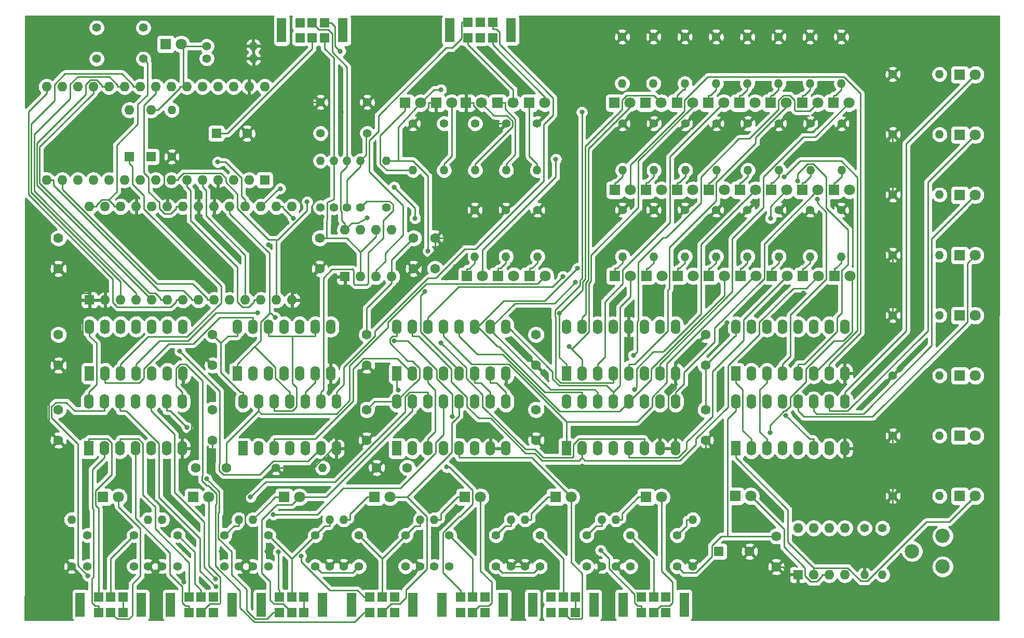
<source format=gbr>
%TF.GenerationSoftware,KiCad,Pcbnew,(5.1.9)-1*%
%TF.CreationDate,2022-11-22T19:27:29+01:00*%
%TF.ProjectId,plc14500,706c6331-3435-4303-902e-6b696361645f,rev?*%
%TF.SameCoordinates,Original*%
%TF.FileFunction,Copper,L2,Bot*%
%TF.FilePolarity,Positive*%
%FSLAX46Y46*%
G04 Gerber Fmt 4.6, Leading zero omitted, Abs format (unit mm)*
G04 Created by KiCad (PCBNEW (5.1.9)-1) date 2022-11-22 19:27:29*
%MOMM*%
%LPD*%
G01*
G04 APERTURE LIST*
%TA.AperFunction,ComponentPad*%
%ADD10C,2.340000*%
%TD*%
%TA.AperFunction,ComponentPad*%
%ADD11R,1.524000X4.000000*%
%TD*%
%TA.AperFunction,ComponentPad*%
%ADD12R,1.524000X1.524000*%
%TD*%
%TA.AperFunction,ComponentPad*%
%ADD13C,1.800000*%
%TD*%
%TA.AperFunction,ComponentPad*%
%ADD14R,1.800000X1.800000*%
%TD*%
%TA.AperFunction,ComponentPad*%
%ADD15C,1.600000*%
%TD*%
%TA.AperFunction,ComponentPad*%
%ADD16R,1.600000X1.600000*%
%TD*%
%TA.AperFunction,ComponentPad*%
%ADD17O,1.400000X1.400000*%
%TD*%
%TA.AperFunction,ComponentPad*%
%ADD18C,1.400000*%
%TD*%
%TA.AperFunction,ComponentPad*%
%ADD19O,1.600000X2.400000*%
%TD*%
%TA.AperFunction,ComponentPad*%
%ADD20R,1.600000X2.400000*%
%TD*%
%TA.AperFunction,ComponentPad*%
%ADD21O,1.600000X1.600000*%
%TD*%
%TA.AperFunction,ComponentPad*%
%ADD22C,1.397000*%
%TD*%
%TA.AperFunction,ViaPad*%
%ADD23C,5.000000*%
%TD*%
%TA.AperFunction,ViaPad*%
%ADD24C,0.800000*%
%TD*%
%TA.AperFunction,Conductor*%
%ADD25C,0.250000*%
%TD*%
%TA.AperFunction,Conductor*%
%ADD26C,0.254000*%
%TD*%
%TA.AperFunction,Conductor*%
%ADD27C,0.100000*%
%TD*%
G04 APERTURE END LIST*
D10*
%TO.P,RV1,1*%
%TO.N,N/C*%
X221800000Y-133660000D03*
%TO.P,RV1,2*%
%TO.N,+5V*%
X216800000Y-131160000D03*
%TO.P,RV1,3*%
%TO.N,Net-(R15-Pad1)*%
X221800000Y-128660000D03*
%TD*%
D11*
%TO.P,S5,9*%
%TO.N,N/C*%
X91150000Y-139890000D03*
%TO.P,S5,8*%
X81150000Y-139890000D03*
D12*
%TO.P,S5,7*%
%TO.N,Net-(S5-Pad3)*%
X88150000Y-138640000D03*
%TO.P,S5,6*%
%TO.N,Net-(R1-Pad2)*%
X86150000Y-138640000D03*
%TO.P,S5,5*%
%TO.N,Net-(S5-Pad5)*%
X84150000Y-138640000D03*
%TO.P,S5,3*%
%TO.N,Net-(S5-Pad3)*%
X88150000Y-141140000D03*
%TO.P,S5,2*%
%TO.N,/Input/Output/IN0*%
X86150000Y-141140000D03*
%TO.P,S5,1*%
%TO.N,Net-(S5-Pad1)*%
X84150000Y-141140000D03*
%TD*%
D11*
%TO.P,S6,9*%
%TO.N,N/C*%
X105905000Y-139890000D03*
%TO.P,S6,8*%
X95905000Y-139890000D03*
D12*
%TO.P,S6,7*%
%TO.N,Net-(S6-Pad3)*%
X102905000Y-138640000D03*
%TO.P,S6,6*%
%TO.N,Net-(R2-Pad2)*%
X100905000Y-138640000D03*
%TO.P,S6,5*%
%TO.N,Net-(S6-Pad5)*%
X98905000Y-138640000D03*
%TO.P,S6,3*%
%TO.N,Net-(S6-Pad3)*%
X102905000Y-141140000D03*
%TO.P,S6,2*%
%TO.N,/Input/Output/IN1*%
X100905000Y-141140000D03*
%TO.P,S6,1*%
%TO.N,Net-(S6-Pad1)*%
X98905000Y-141140000D03*
%TD*%
D11*
%TO.P,S7,9*%
%TO.N,N/C*%
X120660000Y-139890000D03*
%TO.P,S7,8*%
X110660000Y-139890000D03*
D12*
%TO.P,S7,7*%
%TO.N,Net-(S7-Pad3)*%
X117660000Y-138640000D03*
%TO.P,S7,6*%
%TO.N,Net-(R3-Pad2)*%
X115660000Y-138640000D03*
%TO.P,S7,5*%
%TO.N,Net-(S7-Pad5)*%
X113660000Y-138640000D03*
%TO.P,S7,3*%
%TO.N,Net-(S7-Pad3)*%
X117660000Y-141140000D03*
%TO.P,S7,2*%
%TO.N,/Input/Output/IN2*%
X115660000Y-141140000D03*
%TO.P,S7,1*%
%TO.N,Net-(S7-Pad1)*%
X113660000Y-141140000D03*
%TD*%
D11*
%TO.P,S8,9*%
%TO.N,N/C*%
X135415000Y-139890000D03*
%TO.P,S8,8*%
X125415000Y-139890000D03*
D12*
%TO.P,S8,7*%
%TO.N,Net-(S8-Pad3)*%
X132415000Y-138640000D03*
%TO.P,S8,6*%
%TO.N,Net-(R4-Pad2)*%
X130415000Y-138640000D03*
%TO.P,S8,5*%
%TO.N,Net-(S8-Pad5)*%
X128415000Y-138640000D03*
%TO.P,S8,3*%
%TO.N,Net-(S8-Pad3)*%
X132415000Y-141140000D03*
%TO.P,S8,2*%
%TO.N,/Input/Output/IN3*%
X130415000Y-141140000D03*
%TO.P,S8,1*%
%TO.N,Net-(S8-Pad1)*%
X128415000Y-141140000D03*
%TD*%
D11*
%TO.P,S12,9*%
%TO.N,N/C*%
X150170000Y-139890000D03*
%TO.P,S12,8*%
X140170000Y-139890000D03*
D12*
%TO.P,S12,7*%
%TO.N,Net-(S12-Pad3)*%
X147170000Y-138640000D03*
%TO.P,S12,6*%
%TO.N,Net-(R9-Pad2)*%
X145170000Y-138640000D03*
%TO.P,S12,5*%
%TO.N,Net-(S12-Pad5)*%
X143170000Y-138640000D03*
%TO.P,S12,3*%
%TO.N,Net-(S12-Pad3)*%
X147170000Y-141140000D03*
%TO.P,S12,2*%
%TO.N,/Input/Output/IN4*%
X145170000Y-141140000D03*
%TO.P,S12,1*%
%TO.N,Net-(S12-Pad1)*%
X143170000Y-141140000D03*
%TD*%
D11*
%TO.P,S13,9*%
%TO.N,N/C*%
X164925000Y-139890000D03*
%TO.P,S13,8*%
X154925000Y-139890000D03*
D12*
%TO.P,S13,7*%
%TO.N,Net-(S13-Pad3)*%
X161925000Y-138640000D03*
%TO.P,S13,6*%
%TO.N,Net-(R10-Pad2)*%
X159925000Y-138640000D03*
%TO.P,S13,5*%
%TO.N,Net-(S13-Pad5)*%
X157925000Y-138640000D03*
%TO.P,S13,3*%
%TO.N,Net-(S13-Pad3)*%
X161925000Y-141140000D03*
%TO.P,S13,2*%
%TO.N,/Input/Output/IN5*%
X159925000Y-141140000D03*
%TO.P,S13,1*%
%TO.N,Net-(S13-Pad1)*%
X157925000Y-141140000D03*
%TD*%
D11*
%TO.P,S14,9*%
%TO.N,N/C*%
X179680000Y-139890000D03*
%TO.P,S14,8*%
X169680000Y-139890000D03*
D12*
%TO.P,S14,7*%
%TO.N,Net-(S14-Pad3)*%
X176680000Y-138640000D03*
%TO.P,S14,6*%
%TO.N,Net-(R11-Pad2)*%
X174680000Y-138640000D03*
%TO.P,S14,5*%
%TO.N,Net-(S14-Pad5)*%
X172680000Y-138640000D03*
%TO.P,S14,3*%
%TO.N,Net-(S14-Pad3)*%
X176680000Y-141140000D03*
%TO.P,S14,2*%
%TO.N,/Input/Output/IN6*%
X174680000Y-141140000D03*
%TO.P,S14,1*%
%TO.N,Net-(S14-Pad1)*%
X172680000Y-141140000D03*
%TD*%
D11*
%TO.P,S16,9*%
%TO.N,N/C*%
X114010000Y-46130000D03*
%TO.P,S16,8*%
X124010000Y-46130000D03*
D12*
%TO.P,S16,7*%
X117010000Y-47380000D03*
%TO.P,S16,6*%
%TO.N,Net-(C7-Pad1)*%
X119010000Y-47380000D03*
%TO.P,S16,5*%
%TO.N,Net-(C10-Pad1)*%
X121010000Y-47380000D03*
%TO.P,S16,3*%
%TO.N,Net-(R29-Pad1)*%
X117010000Y-44880000D03*
%TO.P,S16,2*%
%TO.N,+5V*%
X119010000Y-44880000D03*
%TO.P,S16,1*%
%TO.N,Net-(R28-Pad1)*%
X121010000Y-44880000D03*
%TD*%
D11*
%TO.P,S18,9*%
%TO.N,N/C*%
X141420000Y-46110000D03*
%TO.P,S18,8*%
X151420000Y-46110000D03*
D12*
%TO.P,S18,7*%
%TO.N,Net-(D28-PadA)*%
X144420000Y-47360000D03*
%TO.P,S18,6*%
%TO.N,+5V*%
X146420000Y-47360000D03*
%TO.P,S18,5*%
%TO.N,Net-(D33-PadA)*%
X148420000Y-47360000D03*
%TO.P,S18,3*%
%TO.N,Net-(S18-Pad3)*%
X144420000Y-44860000D03*
%TO.P,S18,2*%
%TO.N,CLK*%
X146420000Y-44860000D03*
%TO.P,S18,1*%
%TO.N,Net-(S18-Pad1)*%
X148420000Y-44860000D03*
%TD*%
D13*
%TO.P,D50,A*%
%TO.N,Net-(D50-PadA)*%
X206670000Y-86214300D03*
D14*
%TO.P,D50,K*%
%TO.N,Net-(D50-PadK)*%
X204130000Y-86214300D03*
%TD*%
D13*
%TO.P,D49,A*%
%TO.N,Net-(D49-PadA)*%
X201560000Y-86214300D03*
D14*
%TO.P,D49,K*%
%TO.N,Net-(D49-PadK)*%
X199020000Y-86214300D03*
%TD*%
D13*
%TO.P,D48,A*%
%TO.N,Net-(D48-PadA)*%
X196450000Y-86214300D03*
D14*
%TO.P,D48,K*%
%TO.N,Net-(D48-PadK)*%
X193910000Y-86214300D03*
%TD*%
D13*
%TO.P,D47,A*%
%TO.N,Net-(D47-PadA)*%
X191340000Y-86214300D03*
D14*
%TO.P,D47,K*%
%TO.N,Net-(D47-PadK)*%
X188800000Y-86214300D03*
%TD*%
D13*
%TO.P,D46,A*%
%TO.N,Net-(D46-PadA)*%
X186230000Y-86214300D03*
D14*
%TO.P,D46,K*%
%TO.N,Net-(D46-PadK)*%
X183690000Y-86214300D03*
%TD*%
D13*
%TO.P,D45,A*%
%TO.N,Net-(D45-PadA)*%
X181120000Y-86214300D03*
D14*
%TO.P,D45,K*%
%TO.N,Net-(D45-PadK)*%
X178580000Y-86214300D03*
%TD*%
D13*
%TO.P,D44,A*%
%TO.N,Net-(D44-PadA)*%
X176010000Y-86214300D03*
D14*
%TO.P,D44,K*%
%TO.N,Net-(D44-PadK)*%
X173470000Y-86214300D03*
%TD*%
D13*
%TO.P,D43,A*%
%TO.N,Net-(D43-PadA)*%
X170900000Y-86214300D03*
D14*
%TO.P,D43,K*%
%TO.N,Net-(D43-PadK)*%
X168360000Y-86214300D03*
%TD*%
D13*
%TO.P,D42,A*%
%TO.N,W*%
X157000000Y-86214300D03*
D14*
%TO.P,D42,K*%
%TO.N,Net-(D42-PadK)*%
X154460000Y-86214300D03*
%TD*%
D13*
%TO.P,D41,A*%
%TO.N,Net-(D41-PadA)*%
X151860000Y-86214300D03*
D14*
%TO.P,D41,K*%
%TO.N,Net-(D41-PadK)*%
X149320000Y-86214300D03*
%TD*%
D13*
%TO.P,D39,A*%
%TO.N,JMP*%
X146780000Y-86234300D03*
D14*
%TO.P,D39,K*%
%TO.N,Net-(D39-PadK)*%
X144240000Y-86234300D03*
%TD*%
D13*
%TO.P,D38,A*%
%TO.N,CLK*%
X136690000Y-57980000D03*
D14*
%TO.P,D38,K*%
%TO.N,Net-(D38-PadK)*%
X134150000Y-57980000D03*
%TD*%
D13*
%TO.P,D37,A*%
%TO.N,D7*%
X206590000Y-72200000D03*
D14*
%TO.P,D37,K*%
%TO.N,Net-(D37-PadK)*%
X204050000Y-72200000D03*
%TD*%
D13*
%TO.P,D36,A*%
%TO.N,A7*%
X206520000Y-57980000D03*
D14*
%TO.P,D36,K*%
%TO.N,Net-(D36-PadK)*%
X203980000Y-57980000D03*
%TD*%
D13*
%TO.P,D35,A*%
%TO.N,D6*%
X201489000Y-72200000D03*
D14*
%TO.P,D35,K*%
%TO.N,Net-(D35-PadK)*%
X198949000Y-72200000D03*
%TD*%
D13*
%TO.P,D34,A*%
%TO.N,A6*%
X201419000Y-57980000D03*
D14*
%TO.P,D34,K*%
%TO.N,Net-(D34-PadK)*%
X198879000Y-57980000D03*
%TD*%
D13*
%TO.P,D33,A*%
%TO.N,Net-(D33-PadA)*%
X156950000Y-57980000D03*
D14*
%TO.P,D33,K*%
%TO.N,Net-(D33-PadK)*%
X154410000Y-57980000D03*
%TD*%
D13*
%TO.P,D32,A*%
%TO.N,D5*%
X196387000Y-72200000D03*
D14*
%TO.P,D32,K*%
%TO.N,Net-(D32-PadK)*%
X193847000Y-72200000D03*
%TD*%
D13*
%TO.P,D31,A*%
%TO.N,A5*%
X196317000Y-57980000D03*
D14*
%TO.P,D31,K*%
%TO.N,Net-(D31-PadK)*%
X193777000Y-57980000D03*
%TD*%
D13*
%TO.P,D30,A*%
%TO.N,D4*%
X191286000Y-72200000D03*
D14*
%TO.P,D30,K*%
%TO.N,Net-(D30-PadK)*%
X188746000Y-72200000D03*
%TD*%
D13*
%TO.P,D29,A*%
%TO.N,A4*%
X191216000Y-57980000D03*
D14*
%TO.P,D29,K*%
%TO.N,Net-(D29-PadK)*%
X188676000Y-57980000D03*
%TD*%
D13*
%TO.P,D28,A*%
%TO.N,Net-(D28-PadA)*%
X151770000Y-57980000D03*
D14*
%TO.P,D28,K*%
%TO.N,Net-(D28-PadK)*%
X149230000Y-57980000D03*
%TD*%
D13*
%TO.P,D27,A*%
%TO.N,D3*%
X186184000Y-72200000D03*
D14*
%TO.P,D27,K*%
%TO.N,Net-(D27-PadK)*%
X183644000Y-72200000D03*
%TD*%
D13*
%TO.P,D26,A*%
%TO.N,A3*%
X186114000Y-57980000D03*
D14*
%TO.P,D26,K*%
%TO.N,Net-(D26-PadK)*%
X183574000Y-57980000D03*
%TD*%
D13*
%TO.P,D25,A*%
%TO.N,D2*%
X181083000Y-72200000D03*
D14*
%TO.P,D25,K*%
%TO.N,Net-(D25-PadK)*%
X178543000Y-72200000D03*
%TD*%
D13*
%TO.P,D24,A*%
%TO.N,A2*%
X181013000Y-57980000D03*
D14*
%TO.P,D24,K*%
%TO.N,Net-(D24-PadK)*%
X178473000Y-57980000D03*
%TD*%
D13*
%TO.P,D23,A*%
%TO.N,D1*%
X175981000Y-72200000D03*
D14*
%TO.P,D23,K*%
%TO.N,Net-(D23-PadK)*%
X173441000Y-72200000D03*
%TD*%
D13*
%TO.P,D22,A*%
%TO.N,A1*%
X175911000Y-57980000D03*
D14*
%TO.P,D22,K*%
%TO.N,Net-(D22-PadK)*%
X173371000Y-57980000D03*
%TD*%
D13*
%TO.P,D21,A*%
%TO.N,D0*%
X170880000Y-72200000D03*
D14*
%TO.P,D21,K*%
%TO.N,Net-(D21-PadK)*%
X168340000Y-72200000D03*
%TD*%
D13*
%TO.P,D20,A*%
%TO.N,A0*%
X170810000Y-57980000D03*
D14*
%TO.P,D20,K*%
%TO.N,Net-(D20-PadK)*%
X168270000Y-57980000D03*
%TD*%
D13*
%TO.P,D19,A*%
%TO.N,Net-(D19-PadA)*%
X141750000Y-57980000D03*
D14*
%TO.P,D19,K*%
%TO.N,GND*%
X139210000Y-57980000D03*
%TD*%
D13*
%TO.P,D18,A*%
%TO.N,Net-(D18-PadA)*%
X146600000Y-57980000D03*
D14*
%TO.P,D18,K*%
%TO.N,GND*%
X144060000Y-57980000D03*
%TD*%
D13*
%TO.P,D17,A*%
%TO.N,RES*%
X97650000Y-48380000D03*
D14*
%TO.P,D17,K*%
%TO.N,Net-(D17-PadK)*%
X95110000Y-48380000D03*
%TD*%
D13*
%TO.P,D16,A*%
%TO.N,Net-(D16-PadA)*%
X227120000Y-53350000D03*
D14*
%TO.P,D16,K*%
%TO.N,Net-(D16-PadK)*%
X224580000Y-53350000D03*
%TD*%
D13*
%TO.P,D15,A*%
%TO.N,Net-(D15-PadA)*%
X227120000Y-63178600D03*
D14*
%TO.P,D15,K*%
%TO.N,Net-(D15-PadK)*%
X224580000Y-63178600D03*
%TD*%
D13*
%TO.P,D14,A*%
%TO.N,Net-(D14-PadA)*%
X227120000Y-73007100D03*
D14*
%TO.P,D14,K*%
%TO.N,Net-(D14-PadK)*%
X224580000Y-73007100D03*
%TD*%
D13*
%TO.P,D13,A*%
%TO.N,Net-(D13-PadA)*%
X227120000Y-82835700D03*
D14*
%TO.P,D13,K*%
%TO.N,Net-(D13-PadK)*%
X224580000Y-82835700D03*
%TD*%
D13*
%TO.P,D12,A*%
%TO.N,Net-(D12-PadA)*%
X227120000Y-92664300D03*
D14*
%TO.P,D12,K*%
%TO.N,Net-(D12-PadK)*%
X224580000Y-92664300D03*
%TD*%
D13*
%TO.P,D11,A*%
%TO.N,Net-(D11-PadA)*%
X227120000Y-102493000D03*
D14*
%TO.P,D11,K*%
%TO.N,Net-(D11-PadK)*%
X224580000Y-102493000D03*
%TD*%
D13*
%TO.P,D10,A*%
%TO.N,Net-(D10-PadA)*%
X227120000Y-112321000D03*
D14*
%TO.P,D10,K*%
%TO.N,Net-(D10-PadK)*%
X224580000Y-112321000D03*
%TD*%
D13*
%TO.P,D9,A*%
%TO.N,TMR0-TRG*%
X227120000Y-122150000D03*
D14*
%TO.P,D9,K*%
%TO.N,Net-(D9-PadK)*%
X224580000Y-122150000D03*
%TD*%
D13*
%TO.P,D8,A*%
%TO.N,IN7*%
X190500000Y-122150000D03*
D14*
%TO.P,D8,K*%
%TO.N,Net-(D8-PadK)*%
X187960000Y-122150000D03*
%TD*%
D13*
%TO.P,D7,A*%
%TO.N,/Input/Output/IN6*%
X175945000Y-122310000D03*
D14*
%TO.P,D7,K*%
%TO.N,Net-(D7-PadK)*%
X173405000Y-122310000D03*
%TD*%
D13*
%TO.P,D6,A*%
%TO.N,/Input/Output/IN5*%
X161190000Y-122310000D03*
D14*
%TO.P,D6,K*%
%TO.N,Net-(D6-PadK)*%
X158650000Y-122310000D03*
%TD*%
D13*
%TO.P,D5,A*%
%TO.N,/Input/Output/IN4*%
X146435000Y-122310000D03*
D14*
%TO.P,D5,K*%
%TO.N,Net-(D5-PadK)*%
X143895000Y-122310000D03*
%TD*%
D13*
%TO.P,D4,A*%
%TO.N,/Input/Output/IN3*%
X131680000Y-122310000D03*
D14*
%TO.P,D4,K*%
%TO.N,Net-(D4-PadK)*%
X129140000Y-122310000D03*
%TD*%
D13*
%TO.P,D3,A*%
%TO.N,/Input/Output/IN2*%
X116925000Y-122310000D03*
D14*
%TO.P,D3,K*%
%TO.N,Net-(D3-PadK)*%
X114385000Y-122310000D03*
%TD*%
D13*
%TO.P,D2,A*%
%TO.N,/Input/Output/IN1*%
X102170000Y-122310000D03*
D14*
%TO.P,D2,K*%
%TO.N,Net-(D2-PadK)*%
X99630000Y-122310000D03*
%TD*%
D13*
%TO.P,D1,A*%
%TO.N,/Input/Output/IN0*%
X87415000Y-122310000D03*
D14*
%TO.P,D1,K*%
%TO.N,Net-(D1-PadK)*%
X84875000Y-122310000D03*
%TD*%
D15*
%TO.P,C3,2*%
%TO.N,+5V*%
X127871000Y-108030000D03*
%TO.P,C3,1*%
%TO.N,GND*%
X127871000Y-113030000D03*
%TD*%
%TO.P,C4,2*%
%TO.N,GND*%
X190310000Y-131185000D03*
D16*
%TO.P,C4,1*%
%TO.N,Net-(C4-Pad1)*%
X185310000Y-131185000D03*
%TD*%
D15*
%TO.P,C5,2*%
%TO.N,GND*%
X194670000Y-133685000D03*
%TO.P,C5,1*%
%TO.N,+5V*%
X194670000Y-128685000D03*
%TD*%
%TO.P,C6,2*%
%TO.N,GND*%
X183122000Y-113030000D03*
%TO.P,C6,1*%
%TO.N,+5V*%
X183122000Y-108030000D03*
%TD*%
%TO.P,C7,2*%
%TO.N,GND*%
X108370000Y-62940000D03*
D16*
%TO.P,C7,1*%
%TO.N,Net-(C7-Pad1)*%
X103370000Y-62940000D03*
%TD*%
D15*
%TO.P,C8,2*%
%TO.N,GND*%
X155497000Y-100805000D03*
%TO.P,C8,1*%
%TO.N,+5V*%
X155497000Y-95805000D03*
%TD*%
%TO.P,C9,2*%
%TO.N,+5V*%
X77620000Y-80025000D03*
%TO.P,C9,1*%
%TO.N,GND*%
X77620000Y-85025000D03*
%TD*%
%TO.P,C10,2*%
%TO.N,GND*%
X120220000Y-85025000D03*
%TO.P,C10,1*%
%TO.N,Net-(C10-Pad1)*%
X120220000Y-80025000D03*
%TD*%
%TO.P,C11,2*%
%TO.N,GND*%
X139020000Y-80025000D03*
%TO.P,C11,1*%
%TO.N,Net-(C11-Pad1)*%
X139020000Y-85025000D03*
%TD*%
%TO.P,C12,2*%
%TO.N,+5V*%
X135530000Y-80025000D03*
%TO.P,C12,1*%
%TO.N,GND*%
X135530000Y-85025000D03*
%TD*%
%TO.P,C13,2*%
%TO.N,Net-(C13-Pad2)*%
X134510000Y-117510000D03*
%TO.P,C13,1*%
%TO.N,GND*%
X129510000Y-117510000D03*
%TD*%
%TO.P,C14,2*%
%TO.N,GND*%
X183122000Y-95805000D03*
%TO.P,C14,1*%
%TO.N,+5V*%
X183122000Y-100805000D03*
%TD*%
%TO.P,C15,2*%
%TO.N,W*%
X104980000Y-117510000D03*
%TO.P,C15,1*%
%TO.N,Net-(C15-Pad1)*%
X99980000Y-117510000D03*
%TD*%
%TO.P,C16,2*%
%TO.N,GND*%
X127871000Y-100805000D03*
%TO.P,C16,1*%
%TO.N,+5V*%
X127871000Y-95805000D03*
%TD*%
%TO.P,C17,2*%
%TO.N,GND*%
X155497000Y-113030000D03*
%TO.P,C17,1*%
%TO.N,+5V*%
X155497000Y-108030000D03*
%TD*%
D17*
%TO.P,R1,2*%
%TO.N,Net-(R1-Pad2)*%
X92210000Y-125980000D03*
D18*
%TO.P,R1,1*%
%TO.N,GND*%
X92210000Y-133600000D03*
%TD*%
D17*
%TO.P,R2,2*%
%TO.N,Net-(R2-Pad2)*%
X107018000Y-125980000D03*
D18*
%TO.P,R2,1*%
%TO.N,GND*%
X107018000Y-133600000D03*
%TD*%
D17*
%TO.P,R3,2*%
%TO.N,Net-(R3-Pad2)*%
X121827000Y-125980000D03*
D18*
%TO.P,R3,1*%
%TO.N,GND*%
X121827000Y-133600000D03*
%TD*%
D17*
%TO.P,R4,2*%
%TO.N,Net-(R4-Pad2)*%
X136635000Y-125980000D03*
D18*
%TO.P,R4,1*%
%TO.N,GND*%
X136635000Y-133600000D03*
%TD*%
D17*
%TO.P,R5,2*%
%TO.N,Net-(D1-PadK)*%
X79750000Y-125980000D03*
D18*
%TO.P,R5,1*%
%TO.N,GND*%
X79750000Y-133600000D03*
%TD*%
D17*
%TO.P,R6,2*%
%TO.N,Net-(D2-PadK)*%
X94541700Y-125980000D03*
D18*
%TO.P,R6,1*%
%TO.N,GND*%
X94541700Y-133600000D03*
%TD*%
D17*
%TO.P,R7,2*%
%TO.N,Net-(D3-PadK)*%
X109333000Y-125980000D03*
D18*
%TO.P,R7,1*%
%TO.N,GND*%
X109333000Y-133600000D03*
%TD*%
D17*
%TO.P,R8,2*%
%TO.N,Net-(D4-PadK)*%
X124125000Y-125980000D03*
D18*
%TO.P,R8,1*%
%TO.N,GND*%
X124125000Y-133600000D03*
%TD*%
D17*
%TO.P,R9,2*%
%TO.N,Net-(R9-Pad2)*%
X151443000Y-125980000D03*
D18*
%TO.P,R9,1*%
%TO.N,GND*%
X151443000Y-133600000D03*
%TD*%
D17*
%TO.P,R10,2*%
%TO.N,Net-(R10-Pad2)*%
X166252000Y-125980000D03*
D18*
%TO.P,R10,1*%
%TO.N,GND*%
X166252000Y-133600000D03*
%TD*%
D17*
%TO.P,R11,2*%
%TO.N,Net-(R11-Pad2)*%
X181060000Y-125980000D03*
D18*
%TO.P,R11,1*%
%TO.N,GND*%
X181060000Y-133600000D03*
%TD*%
D17*
%TO.P,R12,2*%
%TO.N,Net-(D5-PadK)*%
X138917000Y-125980000D03*
D18*
%TO.P,R12,1*%
%TO.N,GND*%
X138917000Y-133600000D03*
%TD*%
D17*
%TO.P,R13,2*%
%TO.N,Net-(D6-PadK)*%
X153708000Y-125980000D03*
D18*
%TO.P,R13,1*%
%TO.N,GND*%
X153708000Y-133600000D03*
%TD*%
D17*
%TO.P,R14,2*%
%TO.N,Net-(D7-PadK)*%
X168500000Y-125980000D03*
D18*
%TO.P,R14,1*%
%TO.N,GND*%
X168500000Y-133600000D03*
%TD*%
D17*
%TO.P,R15,2*%
%TO.N,Net-(C4-Pad1)*%
X211970000Y-134995000D03*
D18*
%TO.P,R15,1*%
%TO.N,Net-(R15-Pad1)*%
X211970000Y-127375000D03*
%TD*%
D17*
%TO.P,R16,2*%
%TO.N,GND*%
X209060000Y-134995000D03*
D18*
%TO.P,R16,1*%
%TO.N,Net-(D8-PadK)*%
X209060000Y-127375000D03*
%TD*%
D17*
%TO.P,R17,2*%
%TO.N,Net-(D9-PadK)*%
X221290000Y-122150000D03*
D18*
%TO.P,R17,1*%
%TO.N,GND*%
X213670000Y-122150000D03*
%TD*%
D17*
%TO.P,R18,2*%
%TO.N,Net-(D10-PadK)*%
X221290000Y-112311000D03*
D18*
%TO.P,R18,1*%
%TO.N,GND*%
X213670000Y-112311000D03*
%TD*%
D17*
%TO.P,R19,2*%
%TO.N,Net-(D11-PadK)*%
X221290000Y-102473000D03*
D18*
%TO.P,R19,1*%
%TO.N,GND*%
X213670000Y-102473000D03*
%TD*%
D17*
%TO.P,R20,2*%
%TO.N,Net-(D12-PadK)*%
X221290000Y-92634300D03*
D18*
%TO.P,R20,1*%
%TO.N,GND*%
X213670000Y-92634300D03*
%TD*%
D17*
%TO.P,R21,2*%
%TO.N,Net-(D13-PadK)*%
X221290000Y-82795700D03*
D18*
%TO.P,R21,1*%
%TO.N,GND*%
X213670000Y-82795700D03*
%TD*%
D17*
%TO.P,R23,2*%
%TO.N,Net-(D14-PadK)*%
X221290000Y-72957100D03*
D18*
%TO.P,R23,1*%
%TO.N,GND*%
X213670000Y-72957100D03*
%TD*%
D17*
%TO.P,R24,2*%
%TO.N,Net-(D15-PadK)*%
X221290000Y-63118600D03*
D18*
%TO.P,R24,1*%
%TO.N,GND*%
X213670000Y-63118600D03*
%TD*%
D17*
%TO.P,R25,2*%
%TO.N,Net-(D16-PadK)*%
X221280000Y-53280000D03*
D18*
%TO.P,R25,1*%
%TO.N,GND*%
X213660000Y-53280000D03*
%TD*%
D17*
%TO.P,R26,2*%
%TO.N,GND*%
X109400000Y-48700000D03*
D18*
%TO.P,R26,1*%
%TO.N,RES*%
X101780000Y-48700000D03*
%TD*%
D17*
%TO.P,R27,2*%
%TO.N,GND*%
X109420000Y-50710000D03*
D18*
%TO.P,R27,1*%
%TO.N,Net-(D17-PadK)*%
X101800000Y-50710000D03*
%TD*%
D17*
%TO.P,R28,2*%
%TO.N,Net-(D19-PadA)*%
X140490000Y-68960000D03*
D18*
%TO.P,R28,1*%
%TO.N,Net-(R28-Pad1)*%
X140490000Y-61340000D03*
%TD*%
D17*
%TO.P,R29,2*%
%TO.N,Net-(D18-PadA)*%
X145555000Y-68960000D03*
D18*
%TO.P,R29,1*%
%TO.N,Net-(R29-Pad1)*%
X145555000Y-61340000D03*
%TD*%
D17*
%TO.P,R30,2*%
%TO.N,+5V*%
X120355000Y-67420000D03*
D18*
%TO.P,R30,1*%
%TO.N,Net-(R30-Pad1)*%
X120355000Y-75040000D03*
%TD*%
D17*
%TO.P,R31,2*%
%TO.N,Net-(C10-Pad1)*%
X122510000Y-67420000D03*
D18*
%TO.P,R31,1*%
%TO.N,Net-(R30-Pad1)*%
X122510000Y-75040000D03*
%TD*%
D17*
%TO.P,R32,2*%
%TO.N,Net-(D20-PadK)*%
X169545000Y-54790000D03*
D18*
%TO.P,R32,1*%
%TO.N,GND*%
X169545000Y-47170000D03*
%TD*%
D17*
%TO.P,R33,2*%
%TO.N,Net-(D21-PadK)*%
X169615000Y-68960000D03*
D18*
%TO.P,R33,1*%
%TO.N,GND*%
X169615000Y-61340000D03*
%TD*%
D17*
%TO.P,R34,2*%
%TO.N,Net-(D22-PadK)*%
X174646000Y-54790000D03*
D18*
%TO.P,R34,1*%
%TO.N,GND*%
X174646000Y-47170000D03*
%TD*%
D17*
%TO.P,R35,2*%
%TO.N,Net-(D23-PadK)*%
X174716000Y-68960000D03*
D18*
%TO.P,R35,1*%
%TO.N,GND*%
X174716000Y-61340000D03*
%TD*%
D17*
%TO.P,R36,2*%
%TO.N,Net-(D24-PadK)*%
X179748000Y-54790000D03*
D18*
%TO.P,R36,1*%
%TO.N,GND*%
X179748000Y-47170000D03*
%TD*%
D17*
%TO.P,R37,2*%
%TO.N,Net-(D25-PadK)*%
X179818000Y-68960000D03*
D18*
%TO.P,R37,1*%
%TO.N,GND*%
X179818000Y-61340000D03*
%TD*%
D17*
%TO.P,R38,2*%
%TO.N,Net-(D26-PadK)*%
X184849000Y-54790000D03*
D18*
%TO.P,R38,1*%
%TO.N,GND*%
X184849000Y-47170000D03*
%TD*%
D17*
%TO.P,R39,2*%
%TO.N,Net-(D27-PadK)*%
X184919000Y-68960000D03*
D18*
%TO.P,R39,1*%
%TO.N,GND*%
X184919000Y-61340000D03*
%TD*%
D17*
%TO.P,R40,2*%
%TO.N,Net-(D28-PadK)*%
X150620000Y-68960000D03*
D18*
%TO.P,R40,1*%
%TO.N,GND*%
X150620000Y-61340000D03*
%TD*%
D17*
%TO.P,R41,2*%
%TO.N,Net-(D29-PadK)*%
X189951000Y-54790000D03*
D18*
%TO.P,R41,1*%
%TO.N,GND*%
X189951000Y-47170000D03*
%TD*%
D17*
%TO.P,R42,2*%
%TO.N,Net-(D30-PadK)*%
X190021000Y-68960000D03*
D18*
%TO.P,R42,1*%
%TO.N,GND*%
X190021000Y-61340000D03*
%TD*%
D17*
%TO.P,R43,2*%
%TO.N,Net-(D31-PadK)*%
X195052000Y-54790000D03*
D18*
%TO.P,R43,1*%
%TO.N,GND*%
X195052000Y-47170000D03*
%TD*%
D17*
%TO.P,R44,2*%
%TO.N,Net-(D32-PadK)*%
X195122000Y-68960000D03*
D18*
%TO.P,R44,1*%
%TO.N,GND*%
X195122000Y-61340000D03*
%TD*%
D17*
%TO.P,R45,2*%
%TO.N,Net-(D33-PadK)*%
X155685000Y-68960000D03*
D18*
%TO.P,R45,1*%
%TO.N,GND*%
X155685000Y-61340000D03*
%TD*%
D17*
%TO.P,R46,2*%
%TO.N,Net-(D34-PadK)*%
X200154000Y-54790000D03*
D18*
%TO.P,R46,1*%
%TO.N,GND*%
X200154000Y-47170000D03*
%TD*%
D17*
%TO.P,R47,2*%
%TO.N,Net-(D35-PadK)*%
X200224000Y-68960000D03*
D18*
%TO.P,R47,1*%
%TO.N,GND*%
X200224000Y-61340000D03*
%TD*%
D17*
%TO.P,R48,2*%
%TO.N,Net-(D36-PadK)*%
X205255000Y-54790000D03*
D18*
%TO.P,R48,1*%
%TO.N,GND*%
X205255000Y-47170000D03*
%TD*%
D17*
%TO.P,R49,2*%
%TO.N,Net-(D37-PadK)*%
X205325000Y-68960000D03*
D18*
%TO.P,R49,1*%
%TO.N,GND*%
X205325000Y-61340000D03*
%TD*%
D17*
%TO.P,R50,2*%
%TO.N,+5V*%
X124665000Y-67420000D03*
D18*
%TO.P,R50,1*%
%TO.N,Net-(R50-Pad1)*%
X124665000Y-75040000D03*
%TD*%
D17*
%TO.P,R51,2*%
%TO.N,Net-(R50-Pad1)*%
X126820000Y-67420000D03*
D18*
%TO.P,R51,1*%
%TO.N,Net-(C13-Pad2)*%
X126820000Y-75040000D03*
%TD*%
D17*
%TO.P,R52,2*%
%TO.N,Net-(D38-PadK)*%
X135425000Y-68960000D03*
D18*
%TO.P,R52,1*%
%TO.N,GND*%
X135425000Y-61340000D03*
%TD*%
D17*
%TO.P,R53,2*%
%TO.N,CLK*%
X131130000Y-67420000D03*
D18*
%TO.P,R53,1*%
%TO.N,Net-(R53-Pad1)*%
X131130000Y-75040000D03*
%TD*%
D17*
%TO.P,R55,2*%
%TO.N,Net-(D39-PadK)*%
X145515000Y-83070000D03*
D18*
%TO.P,R55,1*%
%TO.N,GND*%
X145515000Y-75450000D03*
%TD*%
D17*
%TO.P,R57,2*%
%TO.N,Net-(D41-PadK)*%
X150595000Y-83050000D03*
D18*
%TO.P,R57,1*%
%TO.N,GND*%
X150595000Y-75430000D03*
%TD*%
D17*
%TO.P,R58,2*%
%TO.N,Net-(D42-PadK)*%
X155735000Y-83050000D03*
D18*
%TO.P,R58,1*%
%TO.N,GND*%
X155735000Y-75430000D03*
%TD*%
D17*
%TO.P,R59,2*%
%TO.N,Net-(C15-Pad1)*%
X120670000Y-117510000D03*
D18*
%TO.P,R59,1*%
%TO.N,GND*%
X113050000Y-117510000D03*
%TD*%
D17*
%TO.P,R60,2*%
%TO.N,Net-(D43-PadK)*%
X169575000Y-83050000D03*
D18*
%TO.P,R60,1*%
%TO.N,GND*%
X169575000Y-75430000D03*
%TD*%
D17*
%TO.P,R61,2*%
%TO.N,Net-(D44-PadK)*%
X174674000Y-83050000D03*
D18*
%TO.P,R61,1*%
%TO.N,GND*%
X174674000Y-75430000D03*
%TD*%
D17*
%TO.P,R62,2*%
%TO.N,Net-(D45-PadK)*%
X179772000Y-83050000D03*
D18*
%TO.P,R62,1*%
%TO.N,GND*%
X179772000Y-75430000D03*
%TD*%
D17*
%TO.P,R63,2*%
%TO.N,Net-(D46-PadK)*%
X184871000Y-83050000D03*
D18*
%TO.P,R63,1*%
%TO.N,GND*%
X184871000Y-75430000D03*
%TD*%
D17*
%TO.P,R64,2*%
%TO.N,Net-(D47-PadK)*%
X189969000Y-83050000D03*
D18*
%TO.P,R64,1*%
%TO.N,GND*%
X189969000Y-75430000D03*
%TD*%
D17*
%TO.P,R65,2*%
%TO.N,Net-(D48-PadK)*%
X195068000Y-83050000D03*
D18*
%TO.P,R65,1*%
%TO.N,GND*%
X195068000Y-75430000D03*
%TD*%
D17*
%TO.P,R66,2*%
%TO.N,Net-(D49-PadK)*%
X200166000Y-83050000D03*
D18*
%TO.P,R66,1*%
%TO.N,GND*%
X200166000Y-75430000D03*
%TD*%
D17*
%TO.P,R67,2*%
%TO.N,Net-(D50-PadK)*%
X205265000Y-83050000D03*
D18*
%TO.P,R67,1*%
%TO.N,GND*%
X205265000Y-75430000D03*
%TD*%
D19*
%TO.P,U2,16*%
%TO.N,+5V*%
X132809000Y-106735000D03*
%TO.P,U2,8*%
%TO.N,GND*%
X150589000Y-114355000D03*
%TO.P,U2,15*%
%TO.N,/Input/Output/IN2*%
X135349000Y-106735000D03*
%TO.P,U2,7*%
%TO.N,GND*%
X148049000Y-114355000D03*
%TO.P,U2,14*%
%TO.N,/Input/Output/IN1*%
X137889000Y-106735000D03*
%TO.P,U2,6*%
%TO.N,IN-WINH*%
X145509000Y-114355000D03*
%TO.P,U2,13*%
%TO.N,/Input/Output/IN0*%
X140429000Y-106735000D03*
%TO.P,U2,5*%
%TO.N,/Input/Output/IN5*%
X142969000Y-114355000D03*
%TO.P,U2,12*%
%TO.N,/Input/Output/IN3*%
X142969000Y-106735000D03*
%TO.P,U2,4*%
%TO.N,IN7*%
X140429000Y-114355000D03*
%TO.P,U2,11*%
%TO.N,D4*%
X145509000Y-106735000D03*
%TO.P,U2,3*%
%TO.N,D*%
X137889000Y-114355000D03*
%TO.P,U2,10*%
%TO.N,D5*%
X148049000Y-106735000D03*
%TO.P,U2,2*%
%TO.N,/Input/Output/IN6*%
X135349000Y-114355000D03*
%TO.P,U2,9*%
%TO.N,D6*%
X150589000Y-106735000D03*
D20*
%TO.P,U2,1*%
%TO.N,/Input/Output/IN4*%
X132809000Y-114355000D03*
%TD*%
D21*
%TO.P,U4,8*%
%TO.N,+5V*%
X198210000Y-127365000D03*
%TO.P,U4,4*%
%TO.N,!RES*%
X205830000Y-134985000D03*
%TO.P,U4,7*%
%TO.N,Net-(C4-Pad1)*%
X200750000Y-127365000D03*
%TO.P,U4,3*%
%TO.N,IN7*%
X203290000Y-134985000D03*
%TO.P,U4,6*%
%TO.N,Net-(C4-Pad1)*%
X203290000Y-127365000D03*
%TO.P,U4,2*%
%TO.N,TMR0-TRG*%
X200750000Y-134985000D03*
%TO.P,U4,5*%
%TO.N,N/C*%
X205830000Y-127365000D03*
D16*
%TO.P,U4,1*%
%TO.N,GND*%
X198210000Y-134985000D03*
%TD*%
D19*
%TO.P,U5,16*%
%TO.N,+5V*%
X188060000Y-106735000D03*
%TO.P,U5,8*%
%TO.N,GND*%
X205840000Y-114355000D03*
%TO.P,U5,15*%
%TO.N,Net-(D10-PadA)*%
X190600000Y-106735000D03*
%TO.P,U5,7*%
%TO.N,D6*%
X203300000Y-114355000D03*
%TO.P,U5,14*%
%TO.N,Net-(D11-PadA)*%
X193140000Y-106735000D03*
%TO.P,U5,6*%
%TO.N,D5*%
X200760000Y-114355000D03*
%TO.P,U5,13*%
%TO.N,Net-(D12-PadA)*%
X195680000Y-106735000D03*
%TO.P,U5,5*%
%TO.N,D4*%
X198220000Y-114355000D03*
%TO.P,U5,12*%
%TO.N,Net-(D13-PadA)*%
X198220000Y-106735000D03*
%TO.P,U5,4*%
%TO.N,OUT-WD*%
X195680000Y-114355000D03*
%TO.P,U5,11*%
%TO.N,Net-(D14-PadA)*%
X200760000Y-106735000D03*
%TO.P,U5,3*%
%TO.N,D*%
X193140000Y-114355000D03*
%TO.P,U5,10*%
%TO.N,Net-(D15-PadA)*%
X203300000Y-106735000D03*
%TO.P,U5,2*%
%TO.N,RES*%
X190600000Y-114355000D03*
%TO.P,U5,9*%
%TO.N,Net-(D16-PadA)*%
X205840000Y-106735000D03*
D20*
%TO.P,U5,1*%
%TO.N,TMR0-TRG*%
X188060000Y-114355000D03*
%TD*%
D21*
%TO.P,U6,16*%
%TO.N,A3*%
X75690000Y-55310000D03*
%TO.P,U6,15*%
%TO.N,A2*%
X75690000Y-70550000D03*
%TO.P,U6,30*%
%TO.N,N/C*%
X111250000Y-55310000D03*
%TO.P,U6,14*%
%TO.N,A1*%
X78230000Y-70550000D03*
%TO.P,U6,29*%
%TO.N,GND*%
X108710000Y-55310000D03*
%TO.P,U6,13*%
%TO.N,A0*%
X80770000Y-70550000D03*
%TO.P,U6,28*%
%TO.N,N/C*%
X106170000Y-55310000D03*
%TO.P,U6,12*%
%TO.N,D7*%
X83310000Y-70550000D03*
%TO.P,U6,27*%
%TO.N,+5V*%
X103630000Y-55310000D03*
%TO.P,U6,11*%
%TO.N,D6*%
X85850000Y-70550000D03*
%TO.P,U6,26*%
%TO.N,N/C*%
X101090000Y-55310000D03*
%TO.P,U6,10*%
%TO.N,D5*%
X88390000Y-70550000D03*
%TO.P,U6,25*%
%TO.N,RES*%
X98550000Y-55310000D03*
%TO.P,U6,9*%
%TO.N,D4*%
X90930000Y-70550000D03*
%TO.P,U6,24*%
%TO.N,WEN*%
X96010000Y-55310000D03*
%TO.P,U6,8*%
%TO.N,D3*%
X93470000Y-70550000D03*
%TO.P,U6,23*%
%TO.N,PRG*%
X93470000Y-55310000D03*
%TO.P,U6,7*%
%TO.N,D2*%
X96010000Y-70550000D03*
%TO.P,U6,22*%
%TO.N,A7*%
X90930000Y-55310000D03*
%TO.P,U6,6*%
%TO.N,D1*%
X98550000Y-70550000D03*
%TO.P,U6,21*%
%TO.N,A6*%
X88390000Y-55310000D03*
%TO.P,U6,5*%
%TO.N,D0*%
X101090000Y-70550000D03*
%TO.P,U6,20*%
%TO.N,A5*%
X85850000Y-55310000D03*
%TO.P,U6,4*%
%TO.N,GND*%
X103630000Y-70550000D03*
%TO.P,U6,19*%
%TO.N,A4*%
X83310000Y-55310000D03*
%TO.P,U6,3*%
%TO.N,N/C*%
X106170000Y-70550000D03*
%TO.P,U6,18*%
X80770000Y-55310000D03*
%TO.P,U6,2*%
X108710000Y-70550000D03*
%TO.P,U6,17*%
X78230000Y-55310000D03*
D16*
%TO.P,U6,1*%
X111250000Y-70550000D03*
%TD*%
D19*
%TO.P,U7,16*%
%TO.N,+5V*%
X160434000Y-94510000D03*
%TO.P,U7,8*%
%TO.N,GND*%
X178214000Y-102130000D03*
%TO.P,U7,15*%
%TO.N,A0*%
X162974000Y-94510000D03*
%TO.P,U7,7*%
%TO.N,A7*%
X175674000Y-102130000D03*
%TO.P,U7,14*%
%TO.N,PRG*%
X165514000Y-94510000D03*
%TO.P,U7,6*%
%TO.N,A6*%
X173134000Y-102130000D03*
%TO.P,U7,13*%
%TO.N,CLK*%
X168054000Y-94510000D03*
%TO.P,U7,5*%
%TO.N,A5*%
X170594000Y-102130000D03*
%TO.P,U7,12*%
%TO.N,GND*%
X170594000Y-94510000D03*
%TO.P,U7,4*%
%TO.N,A4*%
X168054000Y-102130000D03*
%TO.P,U7,11*%
%TO.N,CLK*%
X173134000Y-94510000D03*
%TO.P,U7,3*%
%TO.N,A3*%
X165514000Y-102130000D03*
%TO.P,U7,10*%
%TO.N,Net-(U11-Pad4)*%
X175674000Y-94510000D03*
%TO.P,U7,2*%
%TO.N,A2*%
X162974000Y-102130000D03*
%TO.P,U7,9*%
%TO.N,N/C*%
X178214000Y-94510000D03*
D20*
%TO.P,U7,1*%
%TO.N,A1*%
X160434000Y-102130000D03*
%TD*%
D21*
%TO.P,U8,28*%
%TO.N,+5V*%
X82690000Y-74910000D03*
%TO.P,U8,14*%
%TO.N,GND*%
X115710000Y-90150000D03*
%TO.P,U8,27*%
%TO.N,WEN*%
X85230000Y-74910000D03*
%TO.P,U8,13*%
%TO.N,D2*%
X113170000Y-90150000D03*
%TO.P,U8,26*%
%TO.N,+5V*%
X87770000Y-74910000D03*
%TO.P,U8,12*%
%TO.N,D1*%
X110630000Y-90150000D03*
%TO.P,U8,25*%
%TO.N,GND*%
X90310000Y-74910000D03*
%TO.P,U8,11*%
%TO.N,D0*%
X108090000Y-90150000D03*
%TO.P,U8,24*%
%TO.N,GND*%
X92850000Y-74910000D03*
%TO.P,U8,10*%
%TO.N,A0*%
X105550000Y-90150000D03*
%TO.P,U8,23*%
%TO.N,GND*%
X95390000Y-74910000D03*
%TO.P,U8,9*%
%TO.N,A1*%
X103010000Y-90150000D03*
%TO.P,U8,22*%
%TO.N,PRG*%
X97930000Y-74910000D03*
%TO.P,U8,8*%
%TO.N,A2*%
X100470000Y-90150000D03*
%TO.P,U8,21*%
%TO.N,GND*%
X100470000Y-74910000D03*
%TO.P,U8,7*%
%TO.N,A3*%
X97930000Y-90150000D03*
%TO.P,U8,20*%
%TO.N,GND*%
X103010000Y-74910000D03*
%TO.P,U8,6*%
%TO.N,A4*%
X95390000Y-90150000D03*
%TO.P,U8,19*%
%TO.N,D7*%
X105550000Y-74910000D03*
%TO.P,U8,5*%
%TO.N,A5*%
X92850000Y-90150000D03*
%TO.P,U8,18*%
%TO.N,D6*%
X108090000Y-74910000D03*
%TO.P,U8,4*%
%TO.N,A6*%
X90310000Y-90150000D03*
%TO.P,U8,17*%
%TO.N,D5*%
X110630000Y-74910000D03*
%TO.P,U8,3*%
%TO.N,A7*%
X87770000Y-90150000D03*
%TO.P,U8,16*%
%TO.N,D4*%
X113170000Y-74910000D03*
%TO.P,U8,2*%
%TO.N,GND*%
X85230000Y-90150000D03*
%TO.P,U8,15*%
%TO.N,D3*%
X115710000Y-74910000D03*
D16*
%TO.P,U8,1*%
%TO.N,GND*%
X82690000Y-90150000D03*
%TD*%
D21*
%TO.P,U9,8*%
%TO.N,+5V*%
X124350000Y-78705000D03*
%TO.P,U9,4*%
X131970000Y-86325000D03*
%TO.P,U9,7*%
%TO.N,Net-(R30-Pad1)*%
X126890000Y-78705000D03*
%TO.P,U9,3*%
%TO.N,Net-(S18-Pad3)*%
X129430000Y-86325000D03*
%TO.P,U9,6*%
%TO.N,Net-(C10-Pad1)*%
X129430000Y-78705000D03*
%TO.P,U9,2*%
X126890000Y-86325000D03*
%TO.P,U9,5*%
%TO.N,Net-(C11-Pad1)*%
X131970000Y-78705000D03*
D16*
%TO.P,U9,1*%
%TO.N,GND*%
X124350000Y-86325000D03*
%TD*%
D19*
%TO.P,U10,16*%
%TO.N,+5V*%
X188060000Y-94510000D03*
%TO.P,U10,8*%
%TO.N,GND*%
X205840000Y-102130000D03*
%TO.P,U10,15*%
%TO.N,Net-(D41-PadA)*%
X190600000Y-94510000D03*
%TO.P,U10,7*%
%TO.N,D0*%
X203300000Y-102130000D03*
%TO.P,U10,14*%
%TO.N,Net-(R53-Pad1)*%
X193140000Y-94510000D03*
%TO.P,U10,6*%
%TO.N,D1*%
X200760000Y-102130000D03*
%TO.P,U10,13*%
%TO.N,CLK*%
X195680000Y-94510000D03*
%TO.P,U10,5*%
%TO.N,D2*%
X198220000Y-102130000D03*
%TO.P,U10,12*%
%TO.N,JMP*%
X198220000Y-94510000D03*
%TO.P,U10,4*%
%TO.N,D3*%
X195680000Y-102130000D03*
%TO.P,U10,11*%
%TO.N,N/C*%
X200760000Y-94510000D03*
%TO.P,U10,3*%
%TO.N,D*%
X193140000Y-102130000D03*
%TO.P,U10,10*%
%TO.N,N/C*%
X203300000Y-94510000D03*
%TO.P,U10,2*%
%TO.N,W*%
X190600000Y-102130000D03*
%TO.P,U10,9*%
%TO.N,N/C*%
X205840000Y-94510000D03*
D20*
%TO.P,U10,1*%
%TO.N,RES*%
X188060000Y-102130000D03*
%TD*%
D19*
%TO.P,U13,16*%
%TO.N,+5V*%
X132809000Y-94510000D03*
%TO.P,U13,8*%
%TO.N,GND*%
X150589000Y-102130000D03*
%TO.P,U13,15*%
%TO.N,Net-(D49-PadA)*%
X135349000Y-94510000D03*
%TO.P,U13,7*%
%TO.N,D6*%
X148049000Y-102130000D03*
%TO.P,U13,14*%
%TO.N,Net-(D48-PadA)*%
X137889000Y-94510000D03*
%TO.P,U13,6*%
%TO.N,D5*%
X145509000Y-102130000D03*
%TO.P,U13,13*%
%TO.N,Net-(D47-PadA)*%
X140429000Y-94510000D03*
%TO.P,U13,5*%
%TO.N,D4*%
X142969000Y-102130000D03*
%TO.P,U13,12*%
%TO.N,Net-(D46-PadA)*%
X142969000Y-94510000D03*
%TO.P,U13,4*%
%TO.N,SRAM-WD*%
X140429000Y-102130000D03*
%TO.P,U13,11*%
%TO.N,Net-(D45-PadA)*%
X145509000Y-94510000D03*
%TO.P,U13,3*%
%TO.N,D*%
X137889000Y-102130000D03*
%TO.P,U13,10*%
%TO.N,Net-(D44-PadA)*%
X148049000Y-94510000D03*
%TO.P,U13,2*%
%TO.N,RES*%
X135349000Y-102130000D03*
%TO.P,U13,9*%
%TO.N,Net-(D43-PadA)*%
X150589000Y-94510000D03*
D20*
%TO.P,U13,1*%
%TO.N,Net-(D50-PadA)*%
X132809000Y-102130000D03*
%TD*%
D19*
%TO.P,U14,16*%
%TO.N,+5V*%
X160434000Y-106735000D03*
%TO.P,U14,8*%
%TO.N,GND*%
X178214000Y-114355000D03*
%TO.P,U14,15*%
%TO.N,Net-(D45-PadA)*%
X162974000Y-106735000D03*
%TO.P,U14,7*%
%TO.N,GND*%
X175674000Y-114355000D03*
%TO.P,U14,14*%
%TO.N,Net-(D44-PadA)*%
X165514000Y-106735000D03*
%TO.P,U14,6*%
%TO.N,SPRAM-WINH*%
X173134000Y-114355000D03*
%TO.P,U14,13*%
%TO.N,Net-(D43-PadA)*%
X168054000Y-106735000D03*
%TO.P,U14,5*%
%TO.N,Net-(D48-PadA)*%
X170594000Y-114355000D03*
%TO.P,U14,12*%
%TO.N,Net-(D46-PadA)*%
X170594000Y-106735000D03*
%TO.P,U14,4*%
%TO.N,Net-(D50-PadA)*%
X168054000Y-114355000D03*
%TO.P,U14,11*%
%TO.N,D4*%
X173134000Y-106735000D03*
%TO.P,U14,3*%
%TO.N,D*%
X165514000Y-114355000D03*
%TO.P,U14,10*%
%TO.N,D5*%
X175674000Y-106735000D03*
%TO.P,U14,2*%
%TO.N,Net-(D49-PadA)*%
X162974000Y-114355000D03*
%TO.P,U14,9*%
%TO.N,D6*%
X178214000Y-106735000D03*
D20*
%TO.P,U14,1*%
%TO.N,Net-(D47-PadA)*%
X160434000Y-114355000D03*
%TD*%
D15*
%TO.P,C1,2*%
%TO.N,+5V*%
X77620000Y-108030000D03*
%TO.P,C1,1*%
%TO.N,GND*%
X77620000Y-113030000D03*
%TD*%
%TO.P,C2,2*%
%TO.N,+5V*%
X102746000Y-108030000D03*
%TO.P,C2,1*%
%TO.N,GND*%
X102746000Y-113030000D03*
%TD*%
D19*
%TO.P,U1,14*%
%TO.N,+5V*%
X82557800Y-106735000D03*
%TO.P,U1,7*%
%TO.N,GND*%
X97797800Y-114355000D03*
%TO.P,U1,13*%
%TO.N,Net-(S13-Pad5)*%
X85097800Y-106735000D03*
%TO.P,U1,6*%
%TO.N,Net-(S7-Pad1)*%
X95257800Y-114355000D03*
%TO.P,U1,12*%
%TO.N,Net-(S13-Pad1)*%
X87637800Y-106735000D03*
%TO.P,U1,5*%
%TO.N,Net-(S7-Pad5)*%
X92717800Y-114355000D03*
%TO.P,U1,11*%
%TO.N,Net-(S12-Pad5)*%
X90177800Y-106735000D03*
%TO.P,U1,4*%
%TO.N,Net-(S6-Pad1)*%
X90177800Y-114355000D03*
%TO.P,U1,10*%
%TO.N,Net-(S12-Pad1)*%
X92717800Y-106735000D03*
%TO.P,U1,3*%
%TO.N,Net-(S6-Pad5)*%
X87637800Y-114355000D03*
%TO.P,U1,9*%
%TO.N,Net-(S8-Pad5)*%
X95257800Y-106735000D03*
%TO.P,U1,2*%
%TO.N,Net-(S5-Pad1)*%
X85097800Y-114355000D03*
%TO.P,U1,8*%
%TO.N,Net-(S8-Pad1)*%
X97797800Y-106735000D03*
D20*
%TO.P,U1,1*%
%TO.N,Net-(S5-Pad5)*%
X82557800Y-114355000D03*
%TD*%
D19*
%TO.P,U3,14*%
%TO.N,+5V*%
X107683000Y-106735000D03*
%TO.P,U3,7*%
%TO.N,GND*%
X122923000Y-114355000D03*
%TO.P,U3,13*%
%TO.N,W*%
X110223000Y-106735000D03*
%TO.P,U3,6*%
%TO.N,Net-(U11-Pad9)*%
X120383000Y-114355000D03*
%TO.P,U3,12*%
%TO.N,Net-(U12-Pad12)*%
X112763000Y-106735000D03*
%TO.P,U3,5*%
%TO.N,Net-(C15-Pad1)*%
X117843000Y-114355000D03*
%TO.P,U3,11*%
%TO.N,D7*%
X115303000Y-106735000D03*
%TO.P,U3,4*%
%TO.N,!RES*%
X115303000Y-114355000D03*
%TO.P,U3,10*%
%TO.N,Net-(U12-Pad6)*%
X117843000Y-106735000D03*
%TO.P,U3,3*%
%TO.N,RES*%
X112763000Y-114355000D03*
%TO.P,U3,9*%
%TO.N,Net-(C13-Pad2)*%
X120383000Y-106735000D03*
%TO.P,U3,2*%
%TO.N,Net-(S14-Pad1)*%
X110223000Y-114355000D03*
%TO.P,U3,8*%
%TO.N,Net-(S18-Pad1)*%
X122923000Y-106735000D03*
D20*
%TO.P,U3,1*%
%TO.N,Net-(S14-Pad5)*%
X107683000Y-114355000D03*
%TD*%
D15*
%TO.P,C18,2*%
%TO.N,+5V*%
X77620000Y-95805000D03*
%TO.P,C18,1*%
%TO.N,GND*%
X77620000Y-100805000D03*
%TD*%
%TO.P,C19,2*%
%TO.N,+5V*%
X102746000Y-95805000D03*
%TO.P,C19,1*%
%TO.N,GND*%
X102746000Y-100805000D03*
%TD*%
D19*
%TO.P,U11,14*%
%TO.N,+5V*%
X82690000Y-94510000D03*
%TO.P,U11,7*%
%TO.N,GND*%
X97930000Y-102130000D03*
%TO.P,U11,13*%
%TO.N,N/C*%
X85230000Y-94510000D03*
%TO.P,U11,6*%
X95390000Y-102130000D03*
%TO.P,U11,12*%
X87770000Y-94510000D03*
%TO.P,U11,5*%
X92850000Y-102130000D03*
%TO.P,U11,11*%
X90310000Y-94510000D03*
%TO.P,U11,4*%
%TO.N,Net-(U11-Pad4)*%
X90310000Y-102130000D03*
%TO.P,U11,10*%
%TO.N,N/C*%
X92850000Y-94510000D03*
%TO.P,U11,3*%
%TO.N,Net-(D40-Pad1)*%
X87770000Y-102130000D03*
%TO.P,U11,9*%
%TO.N,Net-(U11-Pad9)*%
X95390000Y-94510000D03*
%TO.P,U11,2*%
%TO.N,Net-(U11-Pad2)*%
X85230000Y-102130000D03*
%TO.P,U11,8*%
%TO.N,Net-(U11-Pad8)*%
X97930000Y-94510000D03*
D20*
%TO.P,U11,1*%
%TO.N,D7*%
X82690000Y-102130000D03*
%TD*%
D19*
%TO.P,U12,14*%
%TO.N,+5V*%
X106780000Y-94510000D03*
%TO.P,U12,7*%
%TO.N,GND*%
X122020000Y-102130000D03*
%TO.P,U12,13*%
%TO.N,Net-(U11-Pad2)*%
X109320000Y-94510000D03*
%TO.P,U12,6*%
%TO.N,Net-(U12-Pad6)*%
X119480000Y-102130000D03*
%TO.P,U12,12*%
%TO.N,Net-(U12-Pad12)*%
X111860000Y-94510000D03*
%TO.P,U12,5*%
%TO.N,Net-(U11-Pad8)*%
X116940000Y-102130000D03*
%TO.P,U12,11*%
%TO.N,SPRAM-WINH*%
X114400000Y-94510000D03*
%TO.P,U12,4*%
%TO.N,SRAM-WD*%
X114400000Y-102130000D03*
%TO.P,U12,10*%
%TO.N,IN-WINH*%
X116940000Y-94510000D03*
%TO.P,U12,3*%
%TO.N,OUT-WD*%
X111860000Y-102130000D03*
%TO.P,U12,9*%
%TO.N,Net-(U12-Pad12)*%
X119480000Y-94510000D03*
%TO.P,U12,2*%
%TO.N,Net-(U11-Pad8)*%
X109320000Y-102130000D03*
%TO.P,U12,8*%
%TO.N,D7*%
X122020000Y-94510000D03*
D20*
%TO.P,U12,1*%
X106780000Y-102130000D03*
%TD*%
D21*
%TO.P,D40,2*%
%TO.N,JMP*%
X89185000Y-59130000D03*
D16*
%TO.P,D40,1*%
%TO.N,Net-(D40-Pad1)*%
X89185000Y-66750000D03*
%TD*%
D21*
%TO.P,D51,2*%
%TO.N,RES*%
X92735000Y-59130000D03*
D16*
%TO.P,D51,1*%
%TO.N,Net-(D40-Pad1)*%
X92735000Y-66750000D03*
%TD*%
D17*
%TO.P,R54,2*%
%TO.N,Net-(D40-Pad1)*%
X96085000Y-59130000D03*
D18*
%TO.P,R54,1*%
%TO.N,GND*%
X96085000Y-66750000D03*
%TD*%
D22*
%TO.P,S1,2*%
%TO.N,+5V*%
X82340000Y-133620000D03*
%TO.P,S1,1*%
%TO.N,Net-(R1-Pad2)*%
X82340000Y-128540000D03*
%TO.P,S1,2*%
%TO.N,+5V*%
X89960000Y-133620000D03*
%TO.P,S1,1*%
%TO.N,Net-(R1-Pad2)*%
X89960000Y-128540000D03*
%TD*%
%TO.P,S2,1*%
%TO.N,Net-(R2-Pad2)*%
X104715000Y-128540000D03*
%TO.P,S2,2*%
%TO.N,+5V*%
X104715000Y-133620000D03*
%TO.P,S2,1*%
%TO.N,Net-(R2-Pad2)*%
X97095000Y-128540000D03*
%TO.P,S2,2*%
%TO.N,+5V*%
X97095000Y-133620000D03*
%TD*%
%TO.P,S3,1*%
%TO.N,Net-(R3-Pad2)*%
X119470000Y-128540000D03*
%TO.P,S3,2*%
%TO.N,+5V*%
X119470000Y-133620000D03*
%TO.P,S3,1*%
%TO.N,Net-(R3-Pad2)*%
X111850000Y-128540000D03*
%TO.P,S3,2*%
%TO.N,+5V*%
X111850000Y-133620000D03*
%TD*%
%TO.P,S4,2*%
%TO.N,+5V*%
X126605000Y-133620000D03*
%TO.P,S4,1*%
%TO.N,Net-(R4-Pad2)*%
X126605000Y-128540000D03*
%TO.P,S4,2*%
%TO.N,+5V*%
X134225000Y-133620000D03*
%TO.P,S4,1*%
%TO.N,Net-(R4-Pad2)*%
X134225000Y-128540000D03*
%TD*%
%TO.P,S9,2*%
%TO.N,+5V*%
X141360000Y-133620000D03*
%TO.P,S9,1*%
%TO.N,Net-(R9-Pad2)*%
X141360000Y-128540000D03*
%TO.P,S9,2*%
%TO.N,+5V*%
X148980000Y-133620000D03*
%TO.P,S9,1*%
%TO.N,Net-(R9-Pad2)*%
X148980000Y-128540000D03*
%TD*%
%TO.P,S10,2*%
%TO.N,+5V*%
X156115000Y-133620000D03*
%TO.P,S10,1*%
%TO.N,Net-(R10-Pad2)*%
X156115000Y-128540000D03*
%TO.P,S10,2*%
%TO.N,+5V*%
X163735000Y-133620000D03*
%TO.P,S10,1*%
%TO.N,Net-(R10-Pad2)*%
X163735000Y-128540000D03*
%TD*%
%TO.P,S11,2*%
%TO.N,+5V*%
X170870000Y-133620000D03*
%TO.P,S11,1*%
%TO.N,Net-(R11-Pad2)*%
X170870000Y-128540000D03*
%TO.P,S11,2*%
%TO.N,+5V*%
X178490000Y-133620000D03*
%TO.P,S11,1*%
%TO.N,Net-(R11-Pad2)*%
X178490000Y-128540000D03*
%TD*%
%TO.P,S15,1*%
%TO.N,RES*%
X91460000Y-45690000D03*
%TO.P,S15,2*%
%TO.N,+5V*%
X91460000Y-50770000D03*
%TO.P,S15,1*%
%TO.N,RES*%
X83840000Y-45690000D03*
%TO.P,S15,2*%
%TO.N,+5V*%
X83840000Y-50770000D03*
%TD*%
%TO.P,S17,1*%
%TO.N,GND*%
X127970000Y-57840000D03*
%TO.P,S17,2*%
%TO.N,Net-(R50-Pad1)*%
X127970000Y-62920000D03*
%TO.P,S17,1*%
%TO.N,GND*%
X120350000Y-57840000D03*
%TO.P,S17,2*%
%TO.N,Net-(R50-Pad1)*%
X120350000Y-62920000D03*
%TD*%
D23*
%TO.N,GND*%
X75570000Y-46300000D03*
X227110000Y-46300000D03*
X227110000Y-138950000D03*
X186150000Y-138950000D03*
X75570000Y-138950000D03*
D24*
X132420000Y-47620000D03*
X165260000Y-56430000D03*
X130020000Y-53170000D03*
X172160000Y-55090000D03*
X177430000Y-55180000D03*
X187580000Y-54900000D03*
X192460000Y-54900000D03*
X197540000Y-55370000D03*
X203000000Y-54800000D03*
X150610000Y-52790000D03*
X123700000Y-59490000D03*
X84440000Y-67440000D03*
X100050000Y-80470000D03*
X111900000Y-81140000D03*
X112820000Y-77920000D03*
X116110000Y-110910000D03*
X84990000Y-111240000D03*
X86720000Y-126140000D03*
X88180000Y-118490000D03*
X81930000Y-120020000D03*
X82200000Y-131390000D03*
X92440000Y-118620000D03*
X84660000Y-118020000D03*
X91240000Y-123940000D03*
X99150000Y-125600000D03*
X100820000Y-124210000D03*
X115450000Y-128800000D03*
X118640000Y-124210000D03*
X137200000Y-122680000D03*
X138720000Y-128860000D03*
X145380000Y-129730000D03*
X111590000Y-131190000D03*
X89110000Y-131660000D03*
X203320000Y-89860000D03*
X199500000Y-97640000D03*
X191730000Y-98040000D03*
X188190000Y-117680000D03*
X194260000Y-124300000D03*
X190280000Y-126010000D03*
X179900000Y-93690000D03*
X178870000Y-91290000D03*
X174890000Y-91290000D03*
X167840000Y-91420000D03*
X199110000Y-89010000D03*
X196990000Y-90290000D03*
X194570000Y-92690000D03*
X192480000Y-91700000D03*
X190540000Y-90440000D03*
X188510000Y-92340000D03*
X183950000Y-90560000D03*
X186600000Y-93840000D03*
X185620000Y-102070000D03*
X87030000Y-97830000D03*
X95460000Y-99760000D03*
X105370000Y-99270000D03*
X108070000Y-112080000D03*
X105460000Y-111400000D03*
X105270000Y-105750000D03*
X102430000Y-106030000D03*
X104170000Y-131170000D03*
X98130000Y-130940000D03*
X101340000Y-136510000D03*
X98100000Y-136160000D03*
X114530000Y-132790000D03*
X151970000Y-97060000D03*
X157640000Y-97010000D03*
X153790000Y-93260000D03*
X152114300Y-109415700D03*
X181430000Y-106420000D03*
X133080000Y-111930000D03*
X136550000Y-110500000D03*
X130550000Y-105380000D03*
X125150000Y-94750000D03*
X132750000Y-88970000D03*
X140410000Y-82690000D03*
X142390000Y-84730000D03*
X140810000Y-86580000D03*
X135070000Y-82420000D03*
X120560000Y-76550000D03*
X122460000Y-77190000D03*
X82660000Y-60340000D03*
X128460000Y-136680000D03*
X166420000Y-69130000D03*
X153130000Y-69190000D03*
X147930000Y-69190000D03*
X143080000Y-69000000D03*
X138380000Y-69080000D03*
%TO.N,+5V*%
X127930000Y-76750000D03*
%TO.N,/Input/Output/IN0*%
X112672300Y-125154200D03*
%TO.N,/Input/Output/IN1*%
X108946900Y-122310000D03*
%TO.N,A1*%
X159304600Y-92334900D03*
%TO.N,D1*%
X195976700Y-70056600D03*
%TO.N,A2*%
X160896100Y-97740200D03*
%TO.N,D2*%
X118166400Y-74122100D03*
X198182500Y-70693400D03*
%TO.N,D3*%
X201329200Y-73717100D03*
%TO.N,A4*%
X162967200Y-59478300D03*
%TO.N,D4*%
X137386000Y-88787000D03*
X115899600Y-76782400D03*
X171600300Y-104723900D03*
%TO.N,D5*%
X196233000Y-108991900D03*
X193730700Y-76802000D03*
X135751200Y-76802000D03*
X132340000Y-71710000D03*
X113787660Y-71962340D03*
%TO.N,A6*%
X171380700Y-99200700D03*
%TO.N,D6*%
X103574700Y-67626100D03*
%TO.N,Net-(R28-Pad1)*%
X123582800Y-49531300D03*
%TO.N,CLK*%
X137893600Y-82154000D03*
X139958500Y-55826400D03*
%TO.N,Net-(S7-Pad5)*%
X113495400Y-131252600D03*
%TO.N,Net-(S8-Pad5)*%
X117168400Y-131913700D03*
X98618700Y-110971800D03*
%TO.N,Net-(S13-Pad5)*%
X82424900Y-135153900D03*
%TO.N,Net-(D44-PadA)*%
X161945300Y-87277000D03*
%TO.N,Net-(D45-PadA)*%
X162221800Y-84989000D03*
%TO.N,Net-(D48-PadA)*%
X159868500Y-86312400D03*
%TO.N,Net-(S7-Pad1)*%
X101770800Y-119364700D03*
%TO.N,Net-(S12-Pad1)*%
X103265600Y-135663200D03*
%TO.N,Net-(S12-Pad5)*%
X140926600Y-117413600D03*
%TO.N,Net-(S13-Pad1)*%
X103302800Y-136970600D03*
%TO.N,Net-(S14-Pad1)*%
X166014700Y-130991500D03*
%TO.N,IN-WINH*%
X141824200Y-109182400D03*
X132385500Y-96831100D03*
%TO.N,Net-(U11-Pad9)*%
X97382600Y-98462700D03*
%TO.N,D7*%
X112939000Y-92984700D03*
%TO.N,SPRAM-WINH*%
X140018600Y-97122500D03*
%TO.N,Net-(D50-PadA)*%
X193633200Y-111775000D03*
X133053700Y-104889900D03*
%TO.N,JMP*%
X158728700Y-67160800D03*
%TO.N,Net-(U11-Pad4)*%
X110108900Y-92249200D03*
%TD*%
D25*
%TO.N,GND*%
X97930000Y-103655300D02*
X99344000Y-105069300D01*
X99344000Y-105069300D02*
X99344000Y-111283500D01*
X99344000Y-111283500D02*
X97797800Y-112829700D01*
X108066800Y-132551200D02*
X107018000Y-133600000D01*
X108066800Y-122052200D02*
X108066800Y-132551200D01*
X109333000Y-133600000D02*
X108284200Y-132551200D01*
X108284200Y-132551200D02*
X108066800Y-132551200D01*
X108066800Y-122052200D02*
X107259900Y-122052200D01*
X102746000Y-117538300D02*
X102746000Y-113030000D01*
X113050000Y-117510000D02*
X112609000Y-117510000D01*
X112609000Y-117510000D02*
X108066800Y-122052200D01*
X122923000Y-114355000D02*
X122374600Y-114355000D01*
X122374600Y-114355000D02*
X119219600Y-117510000D01*
X119219600Y-117510000D02*
X113050000Y-117510000D01*
X122020000Y-102130000D02*
X122020000Y-100604700D01*
X124350000Y-86325000D02*
X124350000Y-98274700D01*
X124350000Y-98274700D02*
X122020000Y-100604700D01*
X213670000Y-115880300D02*
X213670000Y-122150000D01*
X213670000Y-112311000D02*
X213670000Y-115880300D01*
X213670000Y-115880300D02*
X205840000Y-115880300D01*
X205840000Y-114355000D02*
X205840000Y-115880300D01*
X198210000Y-134985000D02*
X197084700Y-134985000D01*
X194670000Y-133685000D02*
X195784700Y-133685000D01*
X195784700Y-133685000D02*
X197084700Y-134985000D01*
X150589000Y-102130000D02*
X150589000Y-103655300D01*
X150589000Y-103655300D02*
X152114300Y-105180600D01*
X152114300Y-105180600D02*
X152114300Y-109415700D01*
X152114300Y-109647300D02*
X155497000Y-113030000D01*
X145515000Y-75450000D02*
X140940000Y-80025000D01*
X140940000Y-80025000D02*
X139020000Y-80025000D01*
X144060000Y-57980000D02*
X145285300Y-57980000D01*
X150620000Y-61340000D02*
X148185800Y-61340000D01*
X148185800Y-61340000D02*
X145285300Y-58439500D01*
X145285300Y-58439500D02*
X145285300Y-57980000D01*
X122923000Y-114355000D02*
X122923000Y-112829700D01*
X122923000Y-112829700D02*
X126023600Y-112829700D01*
X126023600Y-112829700D02*
X126723400Y-112129900D01*
X126723400Y-112129900D02*
X126970900Y-112129900D01*
X126970900Y-112129900D02*
X127871000Y-113030000D01*
X127871000Y-100805000D02*
X126723400Y-101952600D01*
X126723400Y-101952600D02*
X126723400Y-112129900D01*
X82690000Y-90150000D02*
X82690000Y-91275300D01*
X77620000Y-100805000D02*
X81564700Y-96860300D01*
X81564700Y-96860300D02*
X81564700Y-92400600D01*
X81564700Y-92400600D02*
X82690000Y-91275300D01*
X77620000Y-113030000D02*
X76040400Y-111450400D01*
X76040400Y-111450400D02*
X76040400Y-102384600D01*
X76040400Y-102384600D02*
X77620000Y-100805000D01*
X82690000Y-90150000D02*
X82690000Y-89024700D01*
X82690000Y-89024700D02*
X81619700Y-89024700D01*
X81619700Y-89024700D02*
X77620000Y-85025000D01*
X181060000Y-133600000D02*
X183122000Y-131538000D01*
X183122000Y-131538000D02*
X183122000Y-113030000D01*
X178214000Y-102130000D02*
X178214000Y-100604700D01*
X178214000Y-100604700D02*
X178322300Y-100604700D01*
X178322300Y-100604700D02*
X183122000Y-95805000D01*
X178214000Y-112829700D02*
X177084900Y-111700600D01*
X177084900Y-111700600D02*
X177084900Y-105701900D01*
X177084900Y-105701900D02*
X178214000Y-104572800D01*
X178214000Y-104572800D02*
X178214000Y-102130000D01*
X135530000Y-85025000D02*
X136059500Y-85025000D01*
X136059500Y-85025000D02*
X139020000Y-82064500D01*
X139020000Y-82064500D02*
X139020000Y-80025000D01*
X178214000Y-114355000D02*
X178214000Y-112829700D01*
X95390000Y-74910000D02*
X95390000Y-73784700D01*
X96085000Y-66750000D02*
X94872800Y-67962200D01*
X94872800Y-67962200D02*
X94872800Y-73267500D01*
X94872800Y-73267500D02*
X95390000Y-73784700D01*
X108370000Y-62940000D02*
X113470000Y-57840000D01*
X113470000Y-57840000D02*
X120350000Y-57840000D01*
X213670000Y-122150000D02*
X213670000Y-129359700D01*
X213670000Y-129359700D02*
X209060000Y-133969700D01*
X209060000Y-134995000D02*
X209060000Y-133969700D01*
X213670000Y-72957100D02*
X213670000Y-63118600D01*
X151443000Y-133600000D02*
X153708000Y-133600000D01*
X205840000Y-102130000D02*
X205840000Y-100604700D01*
X205840000Y-100604700D02*
X213670000Y-92774700D01*
X213670000Y-92774700D02*
X213670000Y-92634300D01*
X213670000Y-92634300D02*
X213670000Y-82795700D01*
X139210000Y-57980000D02*
X137984700Y-57980000D01*
X135425000Y-61340000D02*
X137984700Y-58780300D01*
X137984700Y-58780300D02*
X137984700Y-57980000D01*
X103630000Y-70550000D02*
X103630000Y-71675300D01*
X103010000Y-74910000D02*
X103010000Y-72295300D01*
X103010000Y-72295300D02*
X103630000Y-71675300D01*
X115710000Y-90150000D02*
X115710000Y-89024700D01*
X115710000Y-89024700D02*
X116220300Y-89024700D01*
X116220300Y-89024700D02*
X120220000Y-85025000D01*
X97797800Y-114355000D02*
X97797800Y-112829700D01*
X97930000Y-102130000D02*
X97930000Y-103655300D01*
X152114300Y-109415700D02*
X152114300Y-109647300D01*
%TO.N,+5V*%
X132809000Y-94510000D02*
X132809000Y-96035300D01*
X132809000Y-96035300D02*
X132110700Y-96035300D01*
X132110700Y-96035300D02*
X131650800Y-96495200D01*
X131650800Y-96495200D02*
X131650800Y-97147300D01*
X131650800Y-97147300D02*
X134587200Y-100083700D01*
X134587200Y-100083700D02*
X135295000Y-100083700D01*
X135295000Y-100083700D02*
X136511000Y-101299700D01*
X136511000Y-101299700D02*
X136511000Y-102960200D01*
X136511000Y-102960200D02*
X135815800Y-103655400D01*
X135815800Y-103655400D02*
X135714100Y-103655400D01*
X135714100Y-103655400D02*
X132809000Y-106560500D01*
X132809000Y-106560500D02*
X132809000Y-106735000D01*
X127871000Y-108030000D02*
X129166000Y-106735000D01*
X129166000Y-106735000D02*
X132809000Y-106735000D01*
X183122000Y-100805000D02*
X183122000Y-108030000D01*
X188060000Y-96035300D02*
X187891700Y-96035300D01*
X187891700Y-96035300D02*
X183122000Y-100805000D01*
X148980000Y-133620000D02*
X149998300Y-134638300D01*
X149998300Y-134638300D02*
X155096700Y-134638300D01*
X155096700Y-134638300D02*
X156115000Y-133620000D01*
X131970000Y-86325000D02*
X131970000Y-87375000D01*
X127871000Y-95805000D02*
X127871000Y-91474000D01*
X127871000Y-91474000D02*
X131970000Y-87375000D01*
X85800800Y-73784700D02*
X86644700Y-74628600D01*
X86644700Y-74628600D02*
X86644700Y-74910000D01*
X83815300Y-74910000D02*
X83815300Y-74628700D01*
X83815300Y-74628700D02*
X84659300Y-73784700D01*
X84659300Y-73784700D02*
X85800800Y-73784700D01*
X85800800Y-73784700D02*
X87120000Y-72465500D01*
X87120000Y-72465500D02*
X87120000Y-64884100D01*
X87120000Y-64884100D02*
X90558200Y-61445900D01*
X90558200Y-61445900D02*
X90558200Y-58217100D01*
X90558200Y-58217100D02*
X92107500Y-56667800D01*
X92107500Y-56667800D02*
X92107500Y-51417500D01*
X92107500Y-51417500D02*
X91460000Y-50770000D01*
X87770000Y-74910000D02*
X86644700Y-74910000D01*
X82690000Y-74910000D02*
X83815300Y-74910000D01*
X188060000Y-94510000D02*
X188060000Y-96035300D01*
X119470000Y-133620000D02*
X120479500Y-134629500D01*
X120479500Y-134629500D02*
X125595500Y-134629500D01*
X125595500Y-134629500D02*
X126605000Y-133620000D01*
X106780000Y-94510000D02*
X106780000Y-96035300D01*
X104115500Y-97174500D02*
X104115500Y-101988200D01*
X104115500Y-101988200D02*
X107337000Y-105209700D01*
X107337000Y-105209700D02*
X107683000Y-105209700D01*
X102746000Y-95805000D02*
X104115500Y-97174500D01*
X106780000Y-96035300D02*
X105254700Y-96035300D01*
X105254700Y-96035300D02*
X104115500Y-97174500D01*
X186701400Y-128685000D02*
X185711600Y-128685000D01*
X185711600Y-128685000D02*
X184146400Y-130250200D01*
X184146400Y-130250200D02*
X184146400Y-132023500D01*
X184146400Y-132023500D02*
X181535400Y-134634500D01*
X181535400Y-134634500D02*
X179504500Y-134634500D01*
X179504500Y-134634500D02*
X178490000Y-133620000D01*
X194670000Y-128685000D02*
X186701400Y-128685000D01*
X186701400Y-128685000D02*
X186701400Y-109618900D01*
X186701400Y-109618900D02*
X188060000Y-108260300D01*
X188060000Y-106735000D02*
X188060000Y-108260300D01*
X131970000Y-86325000D02*
X131970000Y-83585000D01*
X131970000Y-83585000D02*
X135530000Y-80025000D01*
X124350000Y-78705000D02*
X124350000Y-77655000D01*
X124665000Y-67420000D02*
X124665000Y-68370000D01*
X123827000Y-77132000D02*
X124350000Y-77655000D01*
X119010000Y-44880000D02*
X120097400Y-45967400D01*
X120097400Y-45967400D02*
X121597400Y-45967400D01*
X121597400Y-45967400D02*
X122284800Y-46654800D01*
X122284800Y-46654800D02*
X122284800Y-49687300D01*
X122284800Y-49687300D02*
X124665000Y-52067500D01*
X124665000Y-52067500D02*
X124665000Y-67420000D01*
X82557800Y-106735000D02*
X82557800Y-105209700D01*
X82690000Y-94510000D02*
X82690000Y-96035300D01*
X82690000Y-96035300D02*
X83815300Y-97160600D01*
X83815300Y-97160600D02*
X83815300Y-103952200D01*
X83815300Y-103952200D02*
X82557800Y-105209700D01*
X107683000Y-106735000D02*
X107683000Y-105209700D01*
X123639999Y-69395001D02*
X123927500Y-69107500D01*
X123827000Y-77132000D02*
X123827000Y-75719002D01*
X123827000Y-75719002D02*
X123639999Y-75532001D01*
X123927500Y-69107500D02*
X123827000Y-69208000D01*
X123639999Y-75532001D02*
X123639999Y-69395001D01*
X124665000Y-68370000D02*
X123927500Y-69107500D01*
X125475001Y-77579999D02*
X124350000Y-78705000D01*
X126435001Y-77579999D02*
X125475001Y-77579999D01*
X127930000Y-76750000D02*
X126435001Y-77579999D01*
%TO.N,W*%
X157000000Y-86214300D02*
X155714000Y-87500300D01*
X155714000Y-87500300D02*
X137645100Y-87500300D01*
X137645100Y-87500300D02*
X131383700Y-93761700D01*
X131383700Y-93761700D02*
X131383700Y-94578100D01*
X131383700Y-94578100D02*
X125084900Y-100876900D01*
X125084900Y-100876900D02*
X125084900Y-106575200D01*
X125084900Y-106575200D02*
X122935800Y-108724300D01*
X122935800Y-108724300D02*
X110687000Y-108724300D01*
X110687000Y-108724300D02*
X110223000Y-108260300D01*
X110223000Y-106735000D02*
X110223000Y-108260300D01*
X110223000Y-108260300D02*
X104980000Y-113503300D01*
X104980000Y-113503300D02*
X104980000Y-117510000D01*
%TO.N,/Input/Output/IN0*%
X87415000Y-122310000D02*
X87415000Y-123865700D01*
X87415000Y-123865700D02*
X90993200Y-127443900D01*
X90993200Y-127443900D02*
X90993200Y-135173600D01*
X90993200Y-135173600D02*
X89650000Y-136516800D01*
X89650000Y-136516800D02*
X89650000Y-141636900D01*
X89650000Y-141636900D02*
X89059500Y-142227400D01*
X89059500Y-142227400D02*
X87237400Y-142227400D01*
X87237400Y-142227400D02*
X86150000Y-141140000D01*
X140429000Y-106735000D02*
X140429000Y-112154800D01*
X140429000Y-112154800D02*
X139159000Y-113424800D01*
X139159000Y-113424800D02*
X139159000Y-115113000D01*
X139159000Y-115113000D02*
X133403700Y-120868300D01*
X133403700Y-120868300D02*
X124095500Y-120868300D01*
X124095500Y-120868300D02*
X119809700Y-125154100D01*
X119809700Y-125154100D02*
X112672300Y-125154100D01*
X112672300Y-125154100D02*
X112672300Y-125154200D01*
%TO.N,/Input/Output/IN1*%
X137889000Y-105209700D02*
X134882600Y-105209700D01*
X134882600Y-105209700D02*
X134155700Y-105936600D01*
X134155700Y-105936600D02*
X134155700Y-108388000D01*
X134155700Y-108388000D02*
X122734200Y-119809500D01*
X122734200Y-119809500D02*
X111447400Y-119809500D01*
X111447400Y-119809500D02*
X108946900Y-122310000D01*
X137889000Y-106735000D02*
X137889000Y-105209700D01*
X100905000Y-141140000D02*
X102317600Y-139727400D01*
X102317600Y-139727400D02*
X103870600Y-139727400D01*
X103870600Y-139727400D02*
X104028100Y-139569900D01*
X104028100Y-139569900D02*
X104028100Y-135399900D01*
X104028100Y-135399900D02*
X102170100Y-133541900D01*
X102170100Y-133541900D02*
X102170100Y-122310000D01*
X102170100Y-122310000D02*
X102170000Y-122310000D01*
%TO.N,/Input/Output/IN2*%
X135349000Y-106735000D02*
X135349000Y-108260300D01*
X135349000Y-108260300D02*
X121299300Y-122310000D01*
X121299300Y-122310000D02*
X116925000Y-122310000D01*
X115660000Y-141140000D02*
X114247300Y-139727300D01*
X114247300Y-139727300D02*
X112763200Y-139727300D01*
X112763200Y-139727300D02*
X112160000Y-139124100D01*
X112160000Y-139124100D02*
X112160000Y-136052700D01*
X112160000Y-136052700D02*
X110805700Y-134698400D01*
X110805700Y-134698400D02*
X110805700Y-125994700D01*
X110805700Y-125994700D02*
X113258600Y-123541800D01*
X113258600Y-123541800D02*
X115693200Y-123541800D01*
X115693200Y-123541800D02*
X116925000Y-122310000D01*
%TO.N,Net-(D3-PadK)*%
X109333000Y-125980000D02*
X113003000Y-122310000D01*
X113003000Y-122310000D02*
X114385000Y-122310000D01*
%TO.N,Net-(D4-PadK)*%
X124125000Y-125980000D02*
X125150300Y-125980000D01*
X129140000Y-122310000D02*
X127914700Y-122310000D01*
X125150300Y-125980000D02*
X125150300Y-125074400D01*
X125150300Y-125074400D02*
X127914700Y-122310000D01*
%TO.N,/Input/Output/IN3*%
X134466000Y-122310000D02*
X141789200Y-114986800D01*
X141789200Y-114986800D02*
X141789200Y-110243200D01*
X141789200Y-110243200D02*
X142969000Y-109063400D01*
X142969000Y-109063400D02*
X142969000Y-108260300D01*
X134466000Y-122310000D02*
X131680000Y-122310000D01*
X134466000Y-122310000D02*
X137684800Y-125528800D01*
X137684800Y-125528800D02*
X137684800Y-134074000D01*
X137684800Y-134074000D02*
X134327600Y-137431200D01*
X134327600Y-137431200D02*
X134327600Y-138722900D01*
X134327600Y-138722900D02*
X133323100Y-139727400D01*
X133323100Y-139727400D02*
X131827600Y-139727400D01*
X131827600Y-139727400D02*
X130415000Y-141140000D01*
X142969000Y-106735000D02*
X142969000Y-108260300D01*
%TO.N,Net-(D5-PadK)*%
X138917000Y-125980000D02*
X139942300Y-125980000D01*
X143895000Y-122310000D02*
X142669700Y-122310000D01*
X139942300Y-125980000D02*
X139942300Y-125037400D01*
X139942300Y-125037400D02*
X142669700Y-122310000D01*
%TO.N,/Input/Output/IN4*%
X145170000Y-141140000D02*
X146257400Y-140052600D01*
X146257400Y-140052600D02*
X147757400Y-140052600D01*
X147757400Y-140052600D02*
X148257400Y-139552600D01*
X148257400Y-139552600D02*
X148257400Y-136184400D01*
X148257400Y-136184400D02*
X146435000Y-134362000D01*
X146435000Y-134362000D02*
X146435000Y-122310000D01*
%TO.N,Net-(D6-PadK)*%
X153708000Y-125980000D02*
X154733300Y-125980000D01*
X158650000Y-122310000D02*
X157424700Y-122310000D01*
X154733300Y-125980000D02*
X154733300Y-125001400D01*
X154733300Y-125001400D02*
X157424700Y-122310000D01*
%TO.N,/Input/Output/IN5*%
X142969000Y-115880300D02*
X154760300Y-115880300D01*
X154760300Y-115880300D02*
X161190000Y-122310000D01*
X159925000Y-141140000D02*
X161012400Y-142227400D01*
X161012400Y-142227400D02*
X162821700Y-142227400D01*
X162821700Y-142227400D02*
X163012400Y-142036700D01*
X163012400Y-142036700D02*
X163012400Y-134800500D01*
X163012400Y-134800500D02*
X161190000Y-132978100D01*
X161190000Y-132978100D02*
X161190000Y-122310000D01*
X142969000Y-114355000D02*
X142969000Y-115880300D01*
%TO.N,/Input/Output/IN6*%
X174680000Y-141140000D02*
X175767400Y-140052600D01*
X175767400Y-140052600D02*
X177267400Y-140052600D01*
X177267400Y-140052600D02*
X177767400Y-139552600D01*
X177767400Y-139552600D02*
X177767400Y-136184400D01*
X177767400Y-136184400D02*
X175945000Y-134362000D01*
X175945000Y-134362000D02*
X175945000Y-122310000D01*
%TO.N,Net-(D7-PadK)*%
X168500000Y-125980000D02*
X169525300Y-125980000D01*
X173405000Y-122310000D02*
X172179700Y-122310000D01*
X169525300Y-125980000D02*
X169525300Y-124964400D01*
X169525300Y-124964400D02*
X172179700Y-122310000D01*
%TO.N,RES*%
X112763000Y-114355000D02*
X112763000Y-112829700D01*
X112763000Y-112829700D02*
X119467300Y-112829700D01*
X119467300Y-112829700D02*
X125645600Y-106651400D01*
X125645600Y-106651400D02*
X125645600Y-101395500D01*
X125645600Y-101395500D02*
X127376500Y-99664600D01*
X127376500Y-99664600D02*
X132883600Y-99664600D01*
X132883600Y-99664600D02*
X135349000Y-102130000D01*
X97987400Y-48717400D02*
X97650000Y-48380000D01*
X97987400Y-55310000D02*
X97987400Y-48717400D01*
X97987400Y-48717400D02*
X101762600Y-48717400D01*
X101762600Y-48717400D02*
X101780000Y-48700000D01*
X97987400Y-55310000D02*
X97424700Y-55310000D01*
X98550000Y-55310000D02*
X97987400Y-55310000D01*
X92735000Y-59130000D02*
X93860300Y-59130000D01*
X93860300Y-59130000D02*
X97424700Y-55565600D01*
X97424700Y-55565600D02*
X97424700Y-55310000D01*
X190600000Y-114355000D02*
X190600000Y-112829700D01*
X188060000Y-102130000D02*
X188060000Y-103655300D01*
X188060000Y-103655300D02*
X189185300Y-104780600D01*
X189185300Y-104780600D02*
X189185300Y-111415000D01*
X189185300Y-111415000D02*
X190600000Y-112829700D01*
%TO.N,Net-(D18-PadA)*%
X145555000Y-68960000D02*
X145555000Y-67934700D01*
X145555000Y-67934700D02*
X151668600Y-61821100D01*
X151668600Y-61821100D02*
X151668600Y-60926700D01*
X151668600Y-60926700D02*
X150770400Y-60028500D01*
X150770400Y-60028500D02*
X148648500Y-60028500D01*
X148648500Y-60028500D02*
X146600000Y-57980000D01*
%TO.N,Net-(D19-PadA)*%
X140490000Y-68960000D02*
X140490000Y-67934700D01*
X140490000Y-67934700D02*
X141750000Y-66674700D01*
X141750000Y-66674700D02*
X141750000Y-57980000D01*
%TO.N,Net-(D21-PadK)*%
X168340000Y-72200000D02*
X168340000Y-70974700D01*
X169615000Y-68960000D02*
X169615000Y-69985300D01*
X169615000Y-69985300D02*
X168625600Y-70974700D01*
X168625600Y-70974700D02*
X168340000Y-70974700D01*
%TO.N,A0*%
X162974000Y-92984700D02*
X163571200Y-92387500D01*
X163571200Y-92387500D02*
X163571200Y-87304400D01*
X163571200Y-87304400D02*
X163983500Y-86892100D01*
X163983500Y-86892100D02*
X163983500Y-65496000D01*
X163983500Y-65496000D02*
X170810000Y-58669500D01*
X170810000Y-58669500D02*
X170810000Y-57980000D01*
X162974000Y-94510000D02*
X162974000Y-92984700D01*
%TO.N,D0*%
X203300000Y-102130000D02*
X203300000Y-100604700D01*
X170880000Y-72200000D02*
X170880000Y-68113000D01*
X170880000Y-68113000D02*
X179698400Y-59294600D01*
X179698400Y-59294600D02*
X179698400Y-57519700D01*
X179698400Y-57519700D02*
X183512700Y-53705400D01*
X183512700Y-53705400D02*
X205652400Y-53705400D01*
X205652400Y-53705400D02*
X208391200Y-56444200D01*
X208391200Y-56444200D02*
X208391200Y-95513500D01*
X208391200Y-95513500D02*
X203300000Y-100604700D01*
X101090000Y-70550000D02*
X101090000Y-71675300D01*
X108090000Y-90150000D02*
X108090000Y-82810600D01*
X108090000Y-82810600D02*
X101688400Y-76409000D01*
X101688400Y-76409000D02*
X101688400Y-72273700D01*
X101688400Y-72273700D02*
X101090000Y-71675300D01*
%TO.N,A1*%
X159304600Y-92334900D02*
X163120900Y-88518600D01*
X163120900Y-88518600D02*
X163120900Y-87117800D01*
X163120900Y-87117800D02*
X163533200Y-86705500D01*
X163533200Y-86705500D02*
X163533200Y-65035600D01*
X163533200Y-65035600D02*
X169495400Y-59073400D01*
X169495400Y-59073400D02*
X169495400Y-57551600D01*
X169495400Y-57551600D02*
X170292400Y-56754600D01*
X170292400Y-56754600D02*
X174685600Y-56754600D01*
X174685600Y-56754600D02*
X175911000Y-57980000D01*
X160434000Y-100604700D02*
X159304600Y-99475300D01*
X159304600Y-99475300D02*
X159304600Y-92334900D01*
X160434000Y-102130000D02*
X160434000Y-100604700D01*
X103010000Y-90150000D02*
X101884700Y-90150000D01*
X101884700Y-90150000D02*
X101884700Y-89868600D01*
X101884700Y-89868600D02*
X99505500Y-87489400D01*
X99505500Y-87489400D02*
X93652300Y-87489400D01*
X93652300Y-87489400D02*
X78230000Y-72067100D01*
X78230000Y-72067100D02*
X78230000Y-70550000D01*
%TO.N,Net-(D23-PadK)*%
X173441000Y-72200000D02*
X173441000Y-70974700D01*
X174716000Y-68960000D02*
X174716000Y-69985300D01*
X174716000Y-69985300D02*
X173726600Y-70974700D01*
X173726600Y-70974700D02*
X173441000Y-70974700D01*
%TO.N,Net-(D24-PadK)*%
X179748000Y-54790000D02*
X179748000Y-55815300D01*
X178473000Y-57980000D02*
X178473000Y-56754700D01*
X179748000Y-55815300D02*
X179412400Y-55815300D01*
X179412400Y-55815300D02*
X178473000Y-56754700D01*
%TO.N,D1*%
X98550000Y-70550000D02*
X98550000Y-71675300D01*
X110630000Y-90150000D02*
X109504700Y-90150000D01*
X109504700Y-90150000D02*
X109504700Y-90431300D01*
X109504700Y-90431300D02*
X108659200Y-91276800D01*
X108659200Y-91276800D02*
X107607100Y-91276800D01*
X107607100Y-91276800D02*
X106820000Y-90489700D01*
X106820000Y-90489700D02*
X106820000Y-84797300D01*
X106820000Y-84797300D02*
X99148400Y-77125700D01*
X99148400Y-77125700D02*
X99148400Y-72273700D01*
X99148400Y-72273700D02*
X98550000Y-71675300D01*
X195976700Y-70056600D02*
X198574900Y-67458400D01*
X198574900Y-67458400D02*
X205274400Y-67458400D01*
X205274400Y-67458400D02*
X207912700Y-70096700D01*
X207912700Y-70096700D02*
X207912700Y-95111700D01*
X207912700Y-95111700D02*
X200894400Y-102130000D01*
X200894400Y-102130000D02*
X200760000Y-102130000D01*
%TO.N,Net-(D25-PadK)*%
X178543000Y-72200000D02*
X178543000Y-70974700D01*
X179818000Y-68960000D02*
X179818000Y-69985300D01*
X179818000Y-69985300D02*
X178828600Y-70974700D01*
X178828600Y-70974700D02*
X178543000Y-70974700D01*
%TO.N,Net-(D26-PadK)*%
X183574000Y-57980000D02*
X183574000Y-56754700D01*
X184849000Y-54790000D02*
X184849000Y-55815300D01*
X184849000Y-55815300D02*
X183909600Y-56754700D01*
X183909600Y-56754700D02*
X183574000Y-56754700D01*
%TO.N,A2*%
X160896100Y-97740200D02*
X161329700Y-98173700D01*
X161329700Y-98173700D02*
X164116200Y-95387200D01*
X164116200Y-95387200D02*
X164116200Y-87396300D01*
X164116200Y-87396300D02*
X164433800Y-87078700D01*
X164433800Y-87078700D02*
X164433800Y-82803400D01*
X164433800Y-82803400D02*
X172165500Y-75071700D01*
X172165500Y-75071700D02*
X172165500Y-67464400D01*
X172165500Y-67464400D02*
X181013000Y-58616900D01*
X181013000Y-58616900D02*
X181013000Y-57980000D01*
X162974000Y-100604700D02*
X162974000Y-99818100D01*
X162974000Y-99818100D02*
X161329700Y-98173700D01*
X162974000Y-102130000D02*
X162974000Y-100604700D01*
X99344700Y-90150000D02*
X99344700Y-89928900D01*
X99344700Y-89928900D02*
X97990200Y-88574400D01*
X97990200Y-88574400D02*
X93995700Y-88574400D01*
X93995700Y-88574400D02*
X76815300Y-71394000D01*
X76815300Y-71394000D02*
X76815300Y-70550000D01*
X75690000Y-70550000D02*
X76815300Y-70550000D01*
X100470000Y-90150000D02*
X99344700Y-90150000D01*
%TO.N,Net-(D27-PadK)*%
X183644000Y-72200000D02*
X183644000Y-70974700D01*
X184919000Y-68960000D02*
X184919000Y-69985300D01*
X184919000Y-69985300D02*
X183929600Y-70974700D01*
X183929600Y-70974700D02*
X183644000Y-70974700D01*
%TO.N,D2*%
X113170000Y-80304700D02*
X113408300Y-80304700D01*
X113408300Y-80304700D02*
X118166400Y-75546600D01*
X118166400Y-75546600D02*
X118166400Y-74122100D01*
X97135300Y-70550000D02*
X97135300Y-70268600D01*
X97135300Y-70268600D02*
X97979200Y-69424700D01*
X97979200Y-69424700D02*
X104120900Y-69424700D01*
X104120900Y-69424700D02*
X104900000Y-70203800D01*
X104900000Y-70203800D02*
X104900000Y-70888400D01*
X104900000Y-70888400D02*
X106820000Y-72808400D01*
X106820000Y-72808400D02*
X106820000Y-75255900D01*
X106820000Y-75255900D02*
X111868800Y-80304700D01*
X111868800Y-80304700D02*
X113170000Y-80304700D01*
X113170000Y-80304700D02*
X113170000Y-90150000D01*
X96010000Y-70550000D02*
X97135300Y-70550000D01*
X198220000Y-100604700D02*
X199268600Y-100604700D01*
X199268600Y-100604700D02*
X204570000Y-95303300D01*
X204570000Y-95303300D02*
X204570000Y-92984600D01*
X204570000Y-92984600D02*
X205355400Y-92199200D01*
X205355400Y-92199200D02*
X205355400Y-85326400D01*
X205355400Y-85326400D02*
X206344800Y-84337000D01*
X206344800Y-84337000D02*
X206344800Y-78670600D01*
X206344800Y-78670600D02*
X202774500Y-75100300D01*
X202774500Y-75100300D02*
X202774500Y-70028600D01*
X202774500Y-70028600D02*
X200680500Y-67934600D01*
X200680500Y-67934600D02*
X199757100Y-67934600D01*
X199757100Y-67934600D02*
X198182500Y-69509200D01*
X198182500Y-69509200D02*
X198182500Y-70693400D01*
X198220000Y-102130000D02*
X198220000Y-100604700D01*
%TO.N,Net-(D28-PadK)*%
X149230000Y-57980000D02*
X150455300Y-57980000D01*
X150620000Y-68960000D02*
X150620000Y-67934700D01*
X150620000Y-67934700D02*
X152119000Y-66435700D01*
X152119000Y-66435700D02*
X152119000Y-60643800D01*
X152119000Y-60643800D02*
X150455300Y-58980100D01*
X150455300Y-58980100D02*
X150455300Y-57980000D01*
%TO.N,A3*%
X75690000Y-55310000D02*
X75690000Y-56435300D01*
X97930000Y-90150000D02*
X96804700Y-90150000D01*
X96804700Y-90150000D02*
X96804700Y-90431300D01*
X96804700Y-90431300D02*
X95938000Y-91298000D01*
X95938000Y-91298000D02*
X87267100Y-91298000D01*
X87267100Y-91298000D02*
X86500000Y-90530900D01*
X86500000Y-90530900D02*
X86500000Y-86703300D01*
X86500000Y-86703300D02*
X72734800Y-72938100D01*
X72734800Y-72938100D02*
X72734800Y-59390500D01*
X72734800Y-59390500D02*
X75690000Y-56435300D01*
X186114000Y-57980000D02*
X177317700Y-66776300D01*
X177317700Y-66776300D02*
X177317700Y-77513900D01*
X177317700Y-77513900D02*
X169585400Y-85246200D01*
X169585400Y-85246200D02*
X169585400Y-87528900D01*
X169585400Y-87528900D02*
X166697900Y-90416400D01*
X166697900Y-90416400D02*
X166697900Y-99420800D01*
X166697900Y-99420800D02*
X165514000Y-100604700D01*
X165514000Y-102130000D02*
X165514000Y-100604700D01*
%TO.N,Net-(D29-PadK)*%
X188676000Y-57980000D02*
X188676000Y-56754700D01*
X189951000Y-54790000D02*
X189951000Y-55815300D01*
X189951000Y-55815300D02*
X189011600Y-56754700D01*
X189011600Y-56754700D02*
X188676000Y-56754700D01*
%TO.N,D3*%
X201329200Y-73717100D02*
X201329200Y-74292000D01*
X201329200Y-74292000D02*
X202819800Y-75782600D01*
X202819800Y-75782600D02*
X202819800Y-86741900D01*
X202819800Y-86741900D02*
X196950000Y-92611700D01*
X196950000Y-92611700D02*
X196950000Y-99334700D01*
X196950000Y-99334700D02*
X195680000Y-100604700D01*
X195680000Y-102130000D02*
X195680000Y-100604700D01*
%TO.N,A4*%
X162967200Y-59478300D02*
X162967200Y-86634600D01*
X162967200Y-86634600D02*
X162670600Y-86931200D01*
X162670600Y-86931200D02*
X162670600Y-87714100D01*
X162670600Y-87714100D02*
X158569700Y-91815000D01*
X158569700Y-91815000D02*
X158569700Y-92831900D01*
X158569700Y-92831900D02*
X158714500Y-92976700D01*
X158714500Y-92976700D02*
X158714500Y-102870600D01*
X158714500Y-102870600D02*
X159499200Y-103655300D01*
X159499200Y-103655300D02*
X168054000Y-103655300D01*
X168054000Y-102130000D02*
X168054000Y-103655300D01*
X83310000Y-55310000D02*
X83310000Y-56435300D01*
X95390000Y-90150000D02*
X94264700Y-90150000D01*
X94264700Y-90150000D02*
X94264700Y-89868600D01*
X94264700Y-89868600D02*
X93420800Y-89024700D01*
X93420800Y-89024700D02*
X92523400Y-89024700D01*
X92523400Y-89024700D02*
X74564700Y-71066000D01*
X74564700Y-71066000D02*
X74564700Y-65180600D01*
X74564700Y-65180600D02*
X83310000Y-56435300D01*
%TO.N,Net-(D30-PadK)*%
X188746000Y-72200000D02*
X188746000Y-70974700D01*
X190021000Y-68960000D02*
X190021000Y-69985300D01*
X190021000Y-69985300D02*
X189031600Y-70974700D01*
X189031600Y-70974700D02*
X188746000Y-70974700D01*
%TO.N,D4*%
X142969000Y-102130000D02*
X142969000Y-101620500D01*
X142969000Y-101620500D02*
X136714900Y-95366400D01*
X136714900Y-95366400D02*
X136714900Y-89458100D01*
X136714900Y-89458100D02*
X137386000Y-88787000D01*
X113170000Y-74910000D02*
X114220000Y-74910000D01*
X114220000Y-74910000D02*
X114220000Y-75102800D01*
X114220000Y-75102800D02*
X115899600Y-76782400D01*
X191286000Y-72200000D02*
X182400900Y-81085100D01*
X182400900Y-81085100D02*
X182400900Y-92401900D01*
X182400900Y-92401900D02*
X176205900Y-98596900D01*
X176205900Y-98596900D02*
X174635000Y-98596900D01*
X174635000Y-98596900D02*
X171864000Y-101367900D01*
X171864000Y-101367900D02*
X171864000Y-104460200D01*
X171864000Y-104460200D02*
X171600300Y-104723900D01*
%TO.N,Net-(D31-PadK)*%
X193777000Y-57980000D02*
X193777000Y-56754700D01*
X195052000Y-54790000D02*
X195052000Y-55815300D01*
X195052000Y-55815300D02*
X194112600Y-56754700D01*
X194112600Y-56754700D02*
X193777000Y-56754700D01*
%TO.N,Net-(D32-PadK)*%
X193847000Y-72200000D02*
X193847000Y-70974700D01*
X195122000Y-68960000D02*
X195122000Y-69985300D01*
X195122000Y-69985300D02*
X194132600Y-70974700D01*
X194132600Y-70974700D02*
X193847000Y-70974700D01*
%TO.N,A5*%
X170594000Y-100604700D02*
X171602000Y-100604700D01*
X171602000Y-100604700D02*
X177010100Y-95196600D01*
X177010100Y-95196600D02*
X177010100Y-88542500D01*
X177010100Y-88542500D02*
X177235400Y-88317200D01*
X177235400Y-88317200D02*
X177235400Y-81552500D01*
X177235400Y-81552500D02*
X184869400Y-73918500D01*
X184869400Y-73918500D02*
X184869400Y-70966400D01*
X184869400Y-70966400D02*
X191302400Y-64533400D01*
X191302400Y-64533400D02*
X191302400Y-63631500D01*
X191302400Y-63631500D02*
X196317000Y-58616900D01*
X196317000Y-58616900D02*
X196317000Y-57980000D01*
X170594000Y-102130000D02*
X170594000Y-100604700D01*
X85850000Y-55310000D02*
X84724700Y-55310000D01*
X92850000Y-90150000D02*
X74108000Y-71408000D01*
X74108000Y-71408000D02*
X74108000Y-64507300D01*
X74108000Y-64507300D02*
X82040000Y-56575300D01*
X82040000Y-56575300D02*
X82040000Y-54988200D01*
X82040000Y-54988200D02*
X82843500Y-54184700D01*
X82843500Y-54184700D02*
X83880800Y-54184700D01*
X83880800Y-54184700D02*
X84724700Y-55028600D01*
X84724700Y-55028600D02*
X84724700Y-55310000D01*
%TO.N,D5*%
X200760000Y-114355000D02*
X200760000Y-112829700D01*
X196233000Y-108991900D02*
X200070800Y-112829700D01*
X200070800Y-112829700D02*
X200760000Y-112829700D01*
X196387000Y-72200000D02*
X193730700Y-74856300D01*
X193730700Y-74856300D02*
X193730700Y-76802000D01*
X145509000Y-102130000D02*
X145509000Y-103655300D01*
X148049000Y-106735000D02*
X148049000Y-105209700D01*
X145509000Y-103655300D02*
X146494600Y-103655300D01*
X146494600Y-103655300D02*
X148049000Y-105209700D01*
X135751200Y-76802000D02*
X135751200Y-75121200D01*
X132280000Y-71650000D02*
X132340000Y-71710000D01*
X135751200Y-75121200D02*
X132340000Y-71710000D01*
X110630000Y-74910000D02*
X113577660Y-71962340D01*
X113577660Y-71962340D02*
X113787660Y-71962340D01*
%TO.N,Net-(D33-PadK)*%
X155685000Y-68960000D02*
X155685000Y-67934700D01*
X155685000Y-67934700D02*
X154410000Y-66659700D01*
X154410000Y-66659700D02*
X154410000Y-57980000D01*
%TO.N,A6*%
X201419000Y-57980000D02*
X200133000Y-59266000D01*
X200133000Y-59266000D02*
X197818800Y-59266000D01*
X197818800Y-59266000D02*
X197653600Y-59100800D01*
X197653600Y-59100800D02*
X197653600Y-57517600D01*
X197653600Y-57517600D02*
X196865100Y-56729100D01*
X196865100Y-56729100D02*
X195828800Y-56729100D01*
X195828800Y-56729100D02*
X195052100Y-57505800D01*
X195052100Y-57505800D02*
X195052100Y-59023700D01*
X195052100Y-59023700D02*
X190259800Y-63816000D01*
X190259800Y-63816000D02*
X188603300Y-63816000D01*
X188603300Y-63816000D02*
X182368500Y-70050800D01*
X182368500Y-70050800D02*
X182368500Y-74319800D01*
X182368500Y-74319800D02*
X176704100Y-79984200D01*
X176704100Y-79984200D02*
X176249500Y-79984200D01*
X176249500Y-79984200D02*
X172180900Y-84052800D01*
X172180900Y-84052800D02*
X172180900Y-93471500D01*
X172180900Y-93471500D02*
X171983500Y-93668900D01*
X171983500Y-93668900D02*
X171983500Y-98597900D01*
X171983500Y-98597900D02*
X171380700Y-99200700D01*
X90310000Y-89024700D02*
X73655900Y-72370600D01*
X73655900Y-72370600D02*
X73655900Y-63124400D01*
X73655900Y-63124400D02*
X79544900Y-57235400D01*
X79544900Y-57235400D02*
X79544900Y-54937300D01*
X79544900Y-54937300D02*
X80762400Y-53719800D01*
X80762400Y-53719800D02*
X85955800Y-53719800D01*
X85955800Y-53719800D02*
X87264700Y-55028700D01*
X87264700Y-55028700D02*
X87264700Y-55310000D01*
X88390000Y-55310000D02*
X87264700Y-55310000D01*
X90310000Y-90150000D02*
X90310000Y-89024700D01*
%TO.N,Net-(D34-PadK)*%
X198879000Y-57980000D02*
X198879000Y-56754700D01*
X200154000Y-54790000D02*
X200154000Y-55815300D01*
X200154000Y-55815300D02*
X199214600Y-56754700D01*
X199214600Y-56754700D02*
X198879000Y-56754700D01*
%TO.N,Net-(D35-PadK)*%
X198949000Y-72200000D02*
X198949000Y-70974700D01*
X200224000Y-68960000D02*
X200224000Y-69985300D01*
X200224000Y-69985300D02*
X199234600Y-70974700D01*
X199234600Y-70974700D02*
X198949000Y-70974700D01*
%TO.N,D6*%
X108090000Y-74910000D02*
X108090000Y-73784700D01*
X108090000Y-73784700D02*
X107491600Y-73186300D01*
X107491600Y-73186300D02*
X107491600Y-70253700D01*
X107491600Y-70253700D02*
X104864000Y-67626100D01*
X104864000Y-67626100D02*
X103574700Y-67626100D01*
X201489000Y-72200000D02*
X192684600Y-81004400D01*
X192684600Y-81004400D02*
X192684600Y-86606200D01*
X192684600Y-86606200D02*
X184634200Y-94656600D01*
X184634200Y-94656600D02*
X184634200Y-96963300D01*
X184634200Y-96963300D02*
X179615700Y-101981800D01*
X179615700Y-101981800D02*
X179615700Y-103808000D01*
X179615700Y-103808000D02*
X178214000Y-105209700D01*
X178214000Y-106735000D02*
X178214000Y-105209700D01*
X148049000Y-102130000D02*
X148049000Y-103655300D01*
X150589000Y-106735000D02*
X150589000Y-105209700D01*
X148049000Y-103655300D02*
X149034600Y-103655300D01*
X149034600Y-103655300D02*
X150589000Y-105209700D01*
%TO.N,A7*%
X87770000Y-90150000D02*
X87770000Y-87176900D01*
X87770000Y-87176900D02*
X73198800Y-72605700D01*
X73198800Y-72605700D02*
X73198800Y-61394000D01*
X73198800Y-61394000D02*
X76960000Y-57632800D01*
X76960000Y-57632800D02*
X76960000Y-54955900D01*
X76960000Y-54955900D02*
X78676700Y-53239200D01*
X78676700Y-53239200D02*
X88015200Y-53239200D01*
X88015200Y-53239200D02*
X89804700Y-55028700D01*
X89804700Y-55028700D02*
X89804700Y-55310000D01*
X175674000Y-102130000D02*
X175674000Y-100604700D01*
X175674000Y-100604700D02*
X187508700Y-88770000D01*
X187508700Y-88770000D02*
X187508700Y-80116200D01*
X187508700Y-80116200D02*
X192560200Y-75064700D01*
X192560200Y-75064700D02*
X192560200Y-70055700D01*
X192560200Y-70055700D02*
X199118500Y-63497400D01*
X199118500Y-63497400D02*
X201002600Y-63497400D01*
X201002600Y-63497400D02*
X206520000Y-57980000D01*
X90930000Y-55310000D02*
X89804700Y-55310000D01*
%TO.N,Net-(D36-PadK)*%
X203980000Y-57980000D02*
X203980000Y-56754700D01*
X205255000Y-54790000D02*
X205255000Y-55815300D01*
X205255000Y-55815300D02*
X204315600Y-56754700D01*
X204315600Y-56754700D02*
X203980000Y-56754700D01*
%TO.N,Net-(D37-PadK)*%
X204050000Y-72200000D02*
X204050000Y-70974700D01*
X205325000Y-68960000D02*
X205325000Y-69985300D01*
X205325000Y-69985300D02*
X204335600Y-70974700D01*
X204335600Y-70974700D02*
X204050000Y-70974700D01*
%TO.N,Net-(D38-PadK)*%
X134150000Y-59205300D02*
X134150000Y-57980000D01*
X130104999Y-63250301D02*
X134150000Y-59205300D01*
X130104999Y-67912001D02*
X130104999Y-63250301D01*
X131152998Y-68960000D02*
X130104999Y-67912001D01*
X135425000Y-68960000D02*
X131152998Y-68960000D01*
%TO.N,Net-(D39-PadK)*%
X144240000Y-86234300D02*
X144240000Y-85009000D01*
X145515000Y-83070000D02*
X145515000Y-84095300D01*
X145515000Y-84095300D02*
X144601300Y-85009000D01*
X144601300Y-85009000D02*
X144240000Y-85009000D01*
%TO.N,Net-(R1-Pad2)*%
X86150000Y-138640000D02*
X86150000Y-132350000D01*
X86150000Y-132350000D02*
X89960000Y-128540000D01*
%TO.N,Net-(R2-Pad2)*%
X107018000Y-125980000D02*
X107018000Y-127005300D01*
X104715000Y-128540000D02*
X106249700Y-127005300D01*
X106249700Y-127005300D02*
X107018000Y-127005300D01*
X100905000Y-138640000D02*
X100905000Y-137552700D01*
X100905000Y-137552700D02*
X99817700Y-136465400D01*
X99817700Y-136465400D02*
X99817700Y-131262700D01*
X99817700Y-131262700D02*
X97095000Y-128540000D01*
%TO.N,Net-(R3-Pad2)*%
X115660000Y-132350000D02*
X119470000Y-128540000D01*
X115660000Y-138640000D02*
X115660000Y-132350000D01*
X111850000Y-128540000D02*
X115660000Y-132350000D01*
X121827000Y-125980000D02*
X121827000Y-127005300D01*
X119470000Y-128540000D02*
X121004700Y-127005300D01*
X121004700Y-127005300D02*
X121827000Y-127005300D01*
%TO.N,Net-(R4-Pad2)*%
X130415000Y-132350000D02*
X126605000Y-128540000D01*
X130415000Y-138640000D02*
X130415000Y-132350000D01*
X130415000Y-132350000D02*
X134225000Y-128540000D01*
X136635000Y-125980000D02*
X136635000Y-127005300D01*
X134225000Y-128540000D02*
X135759700Y-127005300D01*
X135759700Y-127005300D02*
X136635000Y-127005300D01*
%TO.N,Net-(R9-Pad2)*%
X145170000Y-138640000D02*
X145170000Y-132350000D01*
X145170000Y-132350000D02*
X141360000Y-128540000D01*
X151443000Y-125980000D02*
X151443000Y-127005300D01*
X148980000Y-128540000D02*
X150514700Y-127005300D01*
X150514700Y-127005300D02*
X151443000Y-127005300D01*
%TO.N,Net-(R10-Pad2)*%
X159925000Y-138640000D02*
X159925000Y-132350000D01*
X159925000Y-132350000D02*
X156115000Y-128540000D01*
X166252000Y-125980000D02*
X166252000Y-127005300D01*
X163735000Y-128540000D02*
X165269700Y-127005300D01*
X165269700Y-127005300D02*
X166252000Y-127005300D01*
%TO.N,Net-(R11-Pad2)*%
X174680000Y-138640000D02*
X174680000Y-132350000D01*
X174680000Y-132350000D02*
X170870000Y-128540000D01*
X181060000Y-125980000D02*
X180034700Y-125980000D01*
X178490000Y-128540000D02*
X180034700Y-126995300D01*
X180034700Y-126995300D02*
X180034700Y-125980000D01*
%TO.N,Net-(R28-Pad1)*%
X121010000Y-44880000D02*
X122097300Y-44880000D01*
X122097300Y-44880000D02*
X122735200Y-45517900D01*
X122735200Y-45517900D02*
X122735200Y-48683700D01*
X122735200Y-48683700D02*
X123582800Y-49531300D01*
%TO.N,CLK*%
X139958500Y-55826400D02*
X138843600Y-55826400D01*
X138843600Y-55826400D02*
X136690000Y-57980000D01*
X133070000Y-61910000D02*
X136690000Y-57980000D01*
X133070000Y-67410000D02*
X133070000Y-61910000D01*
X134549600Y-67420000D02*
X131130000Y-67420000D01*
X135402002Y-67420000D02*
X134549600Y-67420000D01*
X137893600Y-69911598D02*
X135402002Y-67420000D01*
X137893600Y-82154000D02*
X137893600Y-69911598D01*
%TO.N,Net-(S5-Pad5)*%
X82557800Y-114355000D02*
X82557800Y-112829700D01*
X82557800Y-112829700D02*
X85589100Y-112829700D01*
X85589100Y-112829700D02*
X86265600Y-113506200D01*
X86265600Y-113506200D02*
X86265600Y-118659200D01*
X86265600Y-118659200D02*
X83649700Y-121275100D01*
X83649700Y-121275100D02*
X83649700Y-123663400D01*
X83649700Y-123663400D02*
X84150000Y-124163700D01*
X84150000Y-124163700D02*
X84150000Y-138640000D01*
%TO.N,Net-(S6-Pad5)*%
X87637800Y-112829700D02*
X90662800Y-112829700D01*
X90662800Y-112829700D02*
X91368000Y-113534900D01*
X91368000Y-113534900D02*
X91368000Y-121917200D01*
X91368000Y-121917200D02*
X93375800Y-123925000D01*
X93375800Y-123925000D02*
X93375800Y-127482100D01*
X93375800Y-127482100D02*
X98905000Y-133011300D01*
X98905000Y-133011300D02*
X98905000Y-137552700D01*
X98905000Y-138640000D02*
X98905000Y-137552700D01*
X87637800Y-114355000D02*
X87637800Y-112829700D01*
%TO.N,Net-(S7-Pad5)*%
X113660000Y-137552700D02*
X113495400Y-137388100D01*
X113495400Y-137388100D02*
X113495400Y-131252600D01*
X113660000Y-138640000D02*
X113660000Y-137552700D01*
%TO.N,Net-(S8-Pad5)*%
X127327700Y-138640000D02*
X127327700Y-138504000D01*
X127327700Y-138504000D02*
X126376400Y-137552700D01*
X126376400Y-137552700D02*
X121864700Y-137552700D01*
X121864700Y-137552700D02*
X117168400Y-132856400D01*
X117168400Y-132856400D02*
X117168400Y-131913700D01*
X95257800Y-106735000D02*
X95257800Y-108260300D01*
X128415000Y-138640000D02*
X127327700Y-138640000D01*
X95257800Y-108260300D02*
X95907200Y-108260300D01*
X95907200Y-108260300D02*
X98618700Y-110971800D01*
%TO.N,Net-(S13-Pad5)*%
X85097800Y-108260300D02*
X80291800Y-108260300D01*
X80291800Y-108260300D02*
X78887800Y-106856300D01*
X78887800Y-106856300D02*
X77200800Y-106856300D01*
X77200800Y-106856300D02*
X76490700Y-107566400D01*
X76490700Y-107566400D02*
X76490700Y-109334800D01*
X76490700Y-109334800D02*
X80775400Y-113619500D01*
X80775400Y-113619500D02*
X80775400Y-133504400D01*
X80775400Y-133504400D02*
X82424900Y-135153900D01*
X85097800Y-106735000D02*
X85097800Y-108260300D01*
%TO.N,D*%
X193140000Y-103655300D02*
X192004800Y-104790500D01*
X192004800Y-104790500D02*
X192004800Y-111694500D01*
X192004800Y-111694500D02*
X193140000Y-112829700D01*
X137889000Y-112829700D02*
X139072700Y-111646000D01*
X139072700Y-111646000D02*
X139072700Y-104839000D01*
X139072700Y-104839000D02*
X137889000Y-103655300D01*
X193140000Y-102130000D02*
X193140000Y-103655300D01*
X193140000Y-114355000D02*
X193140000Y-112829700D01*
X137889000Y-114355000D02*
X137889000Y-112829700D01*
X137889000Y-102130000D02*
X137889000Y-103655300D01*
%TO.N,PRG*%
X93470000Y-55310000D02*
X93470000Y-56435300D01*
X97930000Y-74910000D02*
X96804700Y-74910000D01*
X96804700Y-74910000D02*
X96804700Y-75191300D01*
X96804700Y-75191300D02*
X95954800Y-76041200D01*
X95954800Y-76041200D02*
X94929500Y-76041200D01*
X94929500Y-76041200D02*
X94120000Y-75231700D01*
X94120000Y-75231700D02*
X94120000Y-74241800D01*
X94120000Y-74241800D02*
X92344600Y-72466400D01*
X92344600Y-72466400D02*
X92344600Y-70159600D01*
X92344600Y-70159600D02*
X91575000Y-69390000D01*
X91575000Y-69390000D02*
X91575000Y-58330300D01*
X91575000Y-58330300D02*
X93470000Y-56435300D01*
%TO.N,Net-(C10-Pad1)*%
X122510000Y-67420000D02*
X122510000Y-50604100D01*
X122510000Y-50604100D02*
X121010000Y-49104100D01*
X121010000Y-49104100D02*
X121010000Y-48467300D01*
X121634500Y-80025000D02*
X120220000Y-80025000D01*
X126890000Y-82295000D02*
X124620000Y-80025000D01*
X124620000Y-80025000D02*
X121634500Y-80025000D01*
X126890000Y-82295000D02*
X126890000Y-86325000D01*
X129430000Y-79755000D02*
X126890000Y-82295000D01*
X129430000Y-78705000D02*
X129430000Y-79755000D01*
X121010000Y-47380000D02*
X121010000Y-48467300D01*
X122510000Y-68370000D02*
X122510000Y-67420000D01*
X122510000Y-73665400D02*
X122510000Y-68370000D01*
X121420000Y-74180000D02*
X122510000Y-73665400D01*
X121390000Y-80030000D02*
X121420000Y-74180000D01*
%TO.N,Net-(C13-Pad2)*%
X127845001Y-74014999D02*
X126820000Y-75040000D01*
X131622001Y-74014999D02*
X127845001Y-74014999D01*
X132155001Y-74547999D02*
X131622001Y-74014999D01*
X130555001Y-77132001D02*
X132155001Y-75532001D01*
X132155001Y-75532001D02*
X132155001Y-74547999D01*
X130555001Y-80003499D02*
X130555001Y-77132001D01*
X128116600Y-82441900D02*
X130555001Y-80003499D01*
X120383000Y-106735000D02*
X120383000Y-105209700D01*
X120849400Y-104743300D02*
X120849400Y-86520600D01*
X125750000Y-87410000D02*
X125730000Y-87430000D01*
X120849400Y-86520600D02*
X122240000Y-85130000D01*
X127870000Y-87650000D02*
X128116600Y-87403400D01*
X125480000Y-85130000D02*
X125540000Y-85070000D01*
X120383000Y-105209700D02*
X120849400Y-104743300D01*
X125540000Y-85070000D02*
X125750000Y-85280000D01*
X122240000Y-85130000D02*
X125480000Y-85130000D01*
X125750000Y-85280000D02*
X125750000Y-87410000D01*
X128116600Y-87403400D02*
X128116600Y-82441900D01*
X125730000Y-87430000D02*
X125950000Y-87650000D01*
X125950000Y-87650000D02*
X127870000Y-87650000D01*
%TO.N,IN7*%
X203290000Y-134985000D02*
X202164700Y-134985000D01*
X202164700Y-134985000D02*
X202164700Y-135266300D01*
X202164700Y-135266300D02*
X201320400Y-136110600D01*
X201320400Y-136110600D02*
X200250400Y-136110600D01*
X200250400Y-136110600D02*
X199335400Y-135195600D01*
X199335400Y-135195600D02*
X199335400Y-133859600D01*
X199335400Y-133859600D02*
X195909600Y-130433800D01*
X195909600Y-130433800D02*
X195909600Y-127559600D01*
X195909600Y-127559600D02*
X190500000Y-122150000D01*
%TO.N,TMR0-TRG*%
X200750000Y-133859700D02*
X196565400Y-129675100D01*
X196565400Y-129675100D02*
X196565400Y-124385600D01*
X196565400Y-124385600D02*
X196565300Y-124385600D01*
X196565300Y-124385600D02*
X188060000Y-115880300D01*
X227120000Y-122150000D02*
X222907400Y-126362600D01*
X222907400Y-126362600D02*
X219142600Y-126362600D01*
X219142600Y-126362600D02*
X209472600Y-136032600D01*
X209472600Y-136032600D02*
X208469200Y-136032600D01*
X208469200Y-136032600D02*
X206296300Y-133859700D01*
X206296300Y-133859700D02*
X200750000Y-133859700D01*
X200750000Y-134985000D02*
X200750000Y-133859700D01*
X188060000Y-114355000D02*
X188060000Y-115880300D01*
%TO.N,Net-(D28-PadA)*%
X151770000Y-57980000D02*
X151770000Y-55797300D01*
X151770000Y-55797300D02*
X144420000Y-48447300D01*
X144420000Y-47360000D02*
X144420000Y-48447300D01*
%TO.N,Net-(D33-PadA)*%
X148420000Y-47360000D02*
X148420000Y-48447300D01*
X148420000Y-48447300D02*
X156950000Y-56977300D01*
X156950000Y-56977300D02*
X156950000Y-57980000D01*
%TO.N,Net-(D41-PadK)*%
X149320000Y-86214300D02*
X149320000Y-84989000D01*
X150595000Y-83050000D02*
X150595000Y-84075300D01*
X150595000Y-84075300D02*
X149681300Y-84989000D01*
X149681300Y-84989000D02*
X149320000Y-84989000D01*
%TO.N,Net-(D42-PadK)*%
X154460000Y-86214300D02*
X154460000Y-84989000D01*
X155735000Y-83050000D02*
X155735000Y-84075300D01*
X155735000Y-84075300D02*
X154821300Y-84989000D01*
X154821300Y-84989000D02*
X154460000Y-84989000D01*
%TO.N,Net-(D43-PadK)*%
X168360000Y-86214300D02*
X168360000Y-84989000D01*
X169575000Y-83050000D02*
X169575000Y-84075300D01*
X169575000Y-84075300D02*
X168661300Y-84989000D01*
X168661300Y-84989000D02*
X168360000Y-84989000D01*
%TO.N,Net-(D43-PadA)*%
X150589000Y-94510000D02*
X150868900Y-94510000D01*
X150868900Y-94510000D02*
X158208300Y-101849400D01*
X158208300Y-101849400D02*
X158208300Y-103039300D01*
X158208300Y-103039300D02*
X159274700Y-104105700D01*
X159274700Y-104105700D02*
X166950000Y-104105700D01*
X166950000Y-104105700D02*
X168054000Y-105209700D01*
X168054000Y-106735000D02*
X168054000Y-105209700D01*
X168054000Y-105209700D02*
X169179400Y-104084300D01*
X169179400Y-104084300D02*
X169179400Y-91323800D01*
X169179400Y-91323800D02*
X170900000Y-89603200D01*
X170900000Y-89603200D02*
X170900000Y-86214300D01*
%TO.N,Net-(D44-PadA)*%
X148049000Y-94726700D02*
X152046800Y-90728900D01*
X152046800Y-90728900D02*
X158493400Y-90728900D01*
X158493400Y-90728900D02*
X161945300Y-87277000D01*
X148049000Y-94726700D02*
X148049000Y-94943500D01*
X148049000Y-94510000D02*
X148049000Y-94726700D01*
X165514000Y-106735000D02*
X165514000Y-105209700D01*
X165514000Y-105209700D02*
X165063600Y-104759300D01*
X165063600Y-104759300D02*
X157822500Y-104759300D01*
X157822500Y-104759300D02*
X148049000Y-94985800D01*
X148049000Y-94985800D02*
X148049000Y-94943500D01*
%TO.N,Net-(D44-PadK)*%
X173470000Y-86214300D02*
X173470000Y-84989000D01*
X174674000Y-83050000D02*
X174674000Y-84075300D01*
X174674000Y-84075300D02*
X173760300Y-84989000D01*
X173760300Y-84989000D02*
X173470000Y-84989000D01*
%TO.N,Net-(D45-PadK)*%
X178580000Y-86214300D02*
X178580000Y-84989000D01*
X179772000Y-83050000D02*
X179772000Y-84075300D01*
X179772000Y-84075300D02*
X178858300Y-84989000D01*
X178858300Y-84989000D02*
X178580000Y-84989000D01*
%TO.N,Net-(D45-PadA)*%
X146025400Y-94507100D02*
X150254000Y-90278500D01*
X150254000Y-90278500D02*
X156932300Y-90278500D01*
X156932300Y-90278500D02*
X162221800Y-84989000D01*
X146025400Y-94507100D02*
X149218500Y-97700200D01*
X149218500Y-97700200D02*
X149424700Y-97700200D01*
X149424700Y-97700200D02*
X156934200Y-105209700D01*
X156934200Y-105209700D02*
X162974000Y-105209700D01*
X145509000Y-94510000D02*
X146022500Y-94510000D01*
X146022500Y-94510000D02*
X146025400Y-94507100D01*
X162974000Y-106735000D02*
X162974000Y-105209700D01*
%TO.N,Net-(D46-PadA)*%
X170594000Y-106811100D02*
X174259400Y-103145700D01*
X174259400Y-103145700D02*
X174259400Y-101382400D01*
X174259400Y-101382400D02*
X186230000Y-89411800D01*
X186230000Y-89411800D02*
X186230000Y-86214300D01*
X142969000Y-94510000D02*
X142969000Y-96035300D01*
X142969000Y-96035300D02*
X145926800Y-98993100D01*
X145926800Y-98993100D02*
X150080700Y-98993100D01*
X150080700Y-98993100D02*
X159391800Y-108304200D01*
X159391800Y-108304200D02*
X169100900Y-108304200D01*
X169100900Y-108304200D02*
X170594000Y-106811100D01*
X170594000Y-106735000D02*
X170594000Y-106811100D01*
%TO.N,Net-(D46-PadK)*%
X183690000Y-86214300D02*
X183690000Y-84989000D01*
X184871000Y-83050000D02*
X184871000Y-84075300D01*
X184871000Y-84075300D02*
X183957300Y-84989000D01*
X183957300Y-84989000D02*
X183690000Y-84989000D01*
%TO.N,Net-(D47-PadK)*%
X188800000Y-86214300D02*
X188800000Y-84989000D01*
X189969000Y-83050000D02*
X189969000Y-84075300D01*
X189969000Y-84075300D02*
X189055300Y-84989000D01*
X189055300Y-84989000D02*
X188800000Y-84989000D01*
%TO.N,Net-(D47-PadA)*%
X140429000Y-96035300D02*
X144998300Y-100604600D01*
X144998300Y-100604600D02*
X151055300Y-100604600D01*
X151055300Y-100604600D02*
X160434000Y-109983300D01*
X160434000Y-114355000D02*
X160434000Y-109983300D01*
X160434000Y-109983300D02*
X171941200Y-109983300D01*
X171941200Y-109983300D02*
X174404000Y-107520500D01*
X174404000Y-107520500D02*
X174404000Y-105997200D01*
X174404000Y-105997200D02*
X176805800Y-103595400D01*
X176805800Y-103595400D02*
X176805800Y-100524800D01*
X176805800Y-100524800D02*
X191116300Y-86214300D01*
X191116300Y-86214300D02*
X191340000Y-86214300D01*
X140429000Y-94510000D02*
X140429000Y-96035300D01*
%TO.N,Net-(D48-PadA)*%
X137889000Y-92984700D02*
X142882100Y-87991600D01*
X142882100Y-87991600D02*
X158189300Y-87991600D01*
X158189300Y-87991600D02*
X159868500Y-86312400D01*
X137889000Y-94510000D02*
X137889000Y-92984700D01*
X170594000Y-114355000D02*
X170594000Y-115880300D01*
X170594000Y-115880300D02*
X178693300Y-115880300D01*
X178693300Y-115880300D02*
X180066100Y-114507500D01*
X180066100Y-114507500D02*
X180066100Y-113307200D01*
X180066100Y-113307200D02*
X184247400Y-109125900D01*
X184247400Y-109125900D02*
X184247400Y-101774000D01*
X184247400Y-101774000D02*
X189330000Y-96691400D01*
X189330000Y-96691400D02*
X189330000Y-93334300D01*
X189330000Y-93334300D02*
X196450000Y-86214300D01*
%TO.N,Net-(D48-PadK)*%
X193910000Y-86214300D02*
X193910000Y-84989000D01*
X195068000Y-83050000D02*
X195068000Y-84075300D01*
X195068000Y-84075300D02*
X194154300Y-84989000D01*
X194154300Y-84989000D02*
X193910000Y-84989000D01*
%TO.N,Net-(D49-PadK)*%
X199020000Y-86214300D02*
X199020000Y-84989000D01*
X200166000Y-83050000D02*
X200166000Y-84075300D01*
X200166000Y-84075300D02*
X199252300Y-84989000D01*
X199252300Y-84989000D02*
X199020000Y-84989000D01*
%TO.N,Net-(D49-PadA)*%
X162974000Y-115880300D02*
X163445000Y-116351300D01*
X163445000Y-116351300D02*
X178940900Y-116351300D01*
X178940900Y-116351300D02*
X181582800Y-113709400D01*
X181582800Y-113709400D02*
X181582800Y-112842200D01*
X181582800Y-112842200D02*
X186786900Y-107638100D01*
X186786900Y-107638100D02*
X186786900Y-100880600D01*
X186786900Y-100880600D02*
X191870000Y-95797500D01*
X191870000Y-95797500D02*
X191870000Y-93775700D01*
X191870000Y-93775700D02*
X197426900Y-88218800D01*
X197426900Y-88218800D02*
X199555500Y-88218800D01*
X199555500Y-88218800D02*
X201560000Y-86214300D01*
X162974000Y-115880300D02*
X162506500Y-116347800D01*
X162506500Y-116347800D02*
X156476100Y-116347800D01*
X156476100Y-116347800D02*
X155333200Y-115204900D01*
X155333200Y-115204900D02*
X153812200Y-115204900D01*
X153812200Y-115204900D02*
X148070400Y-109463100D01*
X148070400Y-109463100D02*
X146156200Y-109463100D01*
X146156200Y-109463100D02*
X144239000Y-107545900D01*
X144239000Y-107545900D02*
X144239000Y-105997200D01*
X144239000Y-105997200D02*
X141699000Y-103457200D01*
X141699000Y-103457200D02*
X141699000Y-101402300D01*
X141699000Y-101402300D02*
X136332000Y-96035300D01*
X136332000Y-96035300D02*
X135349000Y-96035300D01*
X135349000Y-94510000D02*
X135349000Y-96035300D01*
X162974000Y-114355000D02*
X162974000Y-115880300D01*
%TO.N,Net-(S5-Pad1)*%
X85097800Y-115880300D02*
X83194000Y-117784100D01*
X83194000Y-117784100D02*
X83194000Y-124162800D01*
X83194000Y-124162800D02*
X83368300Y-124337100D01*
X83368300Y-124337100D02*
X83368300Y-135344400D01*
X83368300Y-135344400D02*
X83062700Y-135650000D01*
X83062700Y-135650000D02*
X83062700Y-139560100D01*
X83062700Y-139560100D02*
X83555300Y-140052700D01*
X83555300Y-140052700D02*
X84150000Y-140052700D01*
X84150000Y-141140000D02*
X84150000Y-140052700D01*
X85097800Y-114355000D02*
X85097800Y-115880300D01*
%TO.N,Net-(S5-Pad3)*%
X88150000Y-138640000D02*
X88150000Y-141140000D01*
%TO.N,Net-(S6-Pad1)*%
X98905000Y-141140000D02*
X98905000Y-140052700D01*
X90177800Y-114355000D02*
X90177800Y-125761200D01*
X90177800Y-125761200D02*
X95809500Y-131392900D01*
X95809500Y-131392900D02*
X95809500Y-134921300D01*
X95809500Y-134921300D02*
X97817700Y-136929500D01*
X97817700Y-136929500D02*
X97817700Y-139560100D01*
X97817700Y-139560100D02*
X98310300Y-140052700D01*
X98310300Y-140052700D02*
X98905000Y-140052700D01*
%TO.N,Net-(S7-Pad1)*%
X112572700Y-141140000D02*
X112572700Y-141274500D01*
X112572700Y-141274500D02*
X111631800Y-142215400D01*
X111631800Y-142215400D02*
X109699800Y-142215400D01*
X109699800Y-142215400D02*
X108282500Y-140798100D01*
X108282500Y-140798100D02*
X108282500Y-137385100D01*
X108282500Y-137385100D02*
X105875500Y-134978100D01*
X105875500Y-134978100D02*
X105875500Y-131216600D01*
X105875500Y-131216600D02*
X103686000Y-129027100D01*
X103686000Y-129027100D02*
X103686000Y-125035600D01*
X103686000Y-125035600D02*
X103854900Y-124866700D01*
X103854900Y-124866700D02*
X103854900Y-121448800D01*
X103854900Y-121448800D02*
X101770800Y-119364700D01*
X113660000Y-141140000D02*
X112572700Y-141140000D01*
%TO.N,Net-(S7-Pad3)*%
X117660000Y-138640000D02*
X117660000Y-141140000D01*
%TO.N,Net-(S8-Pad1)*%
X128415000Y-141140000D02*
X127327700Y-141140000D01*
X97797800Y-106735000D02*
X97797800Y-105209700D01*
X97797800Y-105209700D02*
X96768600Y-104180500D01*
X96768600Y-104180500D02*
X96768600Y-101299600D01*
X96768600Y-101299600D02*
X97488200Y-100580000D01*
X97488200Y-100580000D02*
X98411900Y-100580000D01*
X98411900Y-100580000D02*
X101121100Y-103289200D01*
X101121100Y-103289200D02*
X101121100Y-118806900D01*
X101121100Y-118806900D02*
X101004300Y-118923700D01*
X101004300Y-118923700D02*
X101004300Y-119624100D01*
X101004300Y-119624100D02*
X101808200Y-120428000D01*
X101808200Y-120428000D02*
X102026200Y-120428000D01*
X102026200Y-120428000D02*
X103404500Y-121806300D01*
X103404500Y-121806300D02*
X103404500Y-123366500D01*
X103404500Y-123366500D02*
X103200500Y-123570500D01*
X103200500Y-123570500D02*
X103200500Y-133568100D01*
X103200500Y-133568100D02*
X107253000Y-137620600D01*
X107253000Y-137620600D02*
X107253000Y-140405900D01*
X107253000Y-140405900D02*
X109561700Y-142714600D01*
X109561700Y-142714600D02*
X125889000Y-142714600D01*
X125889000Y-142714600D02*
X127327700Y-141275900D01*
X127327700Y-141275900D02*
X127327700Y-141140000D01*
%TO.N,Net-(S12-Pad1)*%
X92717800Y-108260300D02*
X96527800Y-112070300D01*
X96527800Y-112070300D02*
X96527800Y-121526600D01*
X96527800Y-121526600D02*
X101355400Y-126354200D01*
X101355400Y-126354200D02*
X101355400Y-133753000D01*
X101355400Y-133753000D02*
X103265600Y-135663200D01*
X92717800Y-106735000D02*
X92717800Y-108260300D01*
%TO.N,Net-(S12-Pad5)*%
X143170000Y-137552700D02*
X140280000Y-134662700D01*
X140280000Y-134662700D02*
X140280000Y-128169100D01*
X140280000Y-128169100D02*
X142959300Y-125489800D01*
X142959300Y-125489800D02*
X143097300Y-125489800D01*
X143097300Y-125489800D02*
X145120400Y-123466700D01*
X145120400Y-123466700D02*
X145120400Y-121196900D01*
X145120400Y-121196900D02*
X141337100Y-117413600D01*
X141337100Y-117413600D02*
X140926600Y-117413600D01*
X143170000Y-138640000D02*
X143170000Y-137552700D01*
%TO.N,Net-(S13-Pad3)*%
X161925000Y-138640000D02*
X161925000Y-141140000D01*
%TO.N,Net-(S13-Pad1)*%
X87637800Y-106735000D02*
X87637800Y-108260300D01*
X87637800Y-108260300D02*
X88686400Y-108260300D01*
X88686400Y-108260300D02*
X93987800Y-113561700D01*
X93987800Y-113561700D02*
X93987800Y-122336800D01*
X93987800Y-122336800D02*
X100696400Y-129045400D01*
X100696400Y-129045400D02*
X100696400Y-134364200D01*
X100696400Y-134364200D02*
X103302800Y-136970600D01*
%TO.N,Net-(S14-Pad1)*%
X172680000Y-141140000D02*
X172680000Y-140052700D01*
X172680000Y-140052700D02*
X172085300Y-140052700D01*
X172085300Y-140052700D02*
X171592700Y-139560100D01*
X171592700Y-139560100D02*
X171592700Y-138220800D01*
X171592700Y-138220800D02*
X167376100Y-134004200D01*
X167376100Y-134004200D02*
X167376100Y-132352900D01*
X167376100Y-132352900D02*
X166014700Y-130991500D01*
%TO.N,Net-(S18-Pad3)*%
X130881200Y-83823800D02*
X129430000Y-85275000D01*
X129430000Y-86325000D02*
X129430000Y-85275000D01*
X130881200Y-83823800D02*
X130881200Y-82488800D01*
X130881200Y-82488800D02*
X133810000Y-79560000D01*
X133810000Y-79560000D02*
X133810000Y-74720000D01*
X133810000Y-74720000D02*
X133809900Y-74720000D01*
X133809900Y-74720000D02*
X131809950Y-72720050D01*
X131809950Y-72720050D02*
X131981900Y-72892000D01*
X143408000Y-44860000D02*
X144420000Y-44860000D01*
X143332700Y-44935300D02*
X143408000Y-44860000D01*
X143332700Y-47472300D02*
X143332700Y-44935300D01*
X141811800Y-48993200D02*
X143332700Y-47472300D01*
X129800600Y-62604182D02*
X129800600Y-60049800D01*
X140857200Y-48993200D02*
X141811800Y-48993200D01*
X129800600Y-60049800D02*
X140857200Y-48993200D01*
X128270020Y-64134762D02*
X129800600Y-62604182D01*
X128270020Y-69180120D02*
X128270020Y-64134762D01*
X131809950Y-72720050D02*
X128270020Y-69180120D01*
%TO.N,Net-(S18-Pad1)*%
X148420000Y-45947300D02*
X149014700Y-45947300D01*
X149014700Y-45947300D02*
X149507300Y-46439900D01*
X149507300Y-46439900D02*
X149507300Y-48413200D01*
X149507300Y-48413200D02*
X158254700Y-57160600D01*
X158254700Y-57160600D02*
X158254700Y-59954100D01*
X158254700Y-59954100D02*
X156710400Y-61498400D01*
X156710400Y-61498400D02*
X156710400Y-70767600D01*
X156710400Y-70767600D02*
X145687900Y-81790100D01*
X145687900Y-81790100D02*
X143913200Y-81790100D01*
X143913200Y-81790100D02*
X139113200Y-86590100D01*
X139113200Y-86590100D02*
X137877300Y-86590100D01*
X137877300Y-86590100D02*
X129264300Y-95203100D01*
X129264300Y-95203100D02*
X129264300Y-96060600D01*
X129264300Y-96060600D02*
X124184300Y-101140600D01*
X124184300Y-101140600D02*
X124184300Y-103948400D01*
X124184300Y-103948400D02*
X122923000Y-105209700D01*
X122923000Y-106735000D02*
X122923000Y-105209700D01*
X148420000Y-44860000D02*
X148420000Y-45947300D01*
%TO.N,IN-WINH*%
X132385500Y-96831100D02*
X134588200Y-96831100D01*
X134588200Y-96831100D02*
X139297800Y-101540700D01*
X139297800Y-101540700D02*
X139297800Y-102999500D01*
X139297800Y-102999500D02*
X141824200Y-105525900D01*
X141824200Y-105525900D02*
X141824200Y-109182400D01*
%TO.N,Net-(U11-Pad9)*%
X97382600Y-98462700D02*
X103917700Y-104997800D01*
X103917700Y-104997800D02*
X103917700Y-116772100D01*
X103917700Y-116772100D02*
X103838400Y-116851400D01*
X103838400Y-116851400D02*
X103838400Y-117993800D01*
X103838400Y-117993800D02*
X104535700Y-118691100D01*
X104535700Y-118691100D02*
X110418500Y-118691100D01*
X110418500Y-118691100D02*
X112645700Y-116463900D01*
X112645700Y-116463900D02*
X118274100Y-116463900D01*
X118274100Y-116463900D02*
X120383000Y-114355000D01*
%TO.N,Net-(U12-Pad12)*%
X115770800Y-96035300D02*
X111860000Y-96035300D01*
X119480000Y-96035300D02*
X115770800Y-96035300D01*
X115770800Y-96035300D02*
X115770800Y-103756200D01*
X115770800Y-103756200D02*
X116476500Y-104461900D01*
X116476500Y-104461900D02*
X116476500Y-107585300D01*
X116476500Y-107585300D02*
X115801500Y-108260300D01*
X115801500Y-108260300D02*
X112763000Y-108260300D01*
X112763000Y-106735000D02*
X112763000Y-108260300D01*
X111860000Y-94510000D02*
X111860000Y-96035300D01*
X119480000Y-94510000D02*
X119480000Y-96035300D01*
%TO.N,D7*%
X109606700Y-97778000D02*
X110590000Y-96794700D01*
X110590000Y-96794700D02*
X110590000Y-93740900D01*
X110590000Y-93740900D02*
X112015300Y-92315600D01*
X106780000Y-100604700D02*
X109606700Y-97778000D01*
X109606700Y-97778000D02*
X112985400Y-101156800D01*
X112985400Y-101156800D02*
X112985400Y-102892100D01*
X112985400Y-102892100D02*
X115303000Y-105209700D01*
X115303000Y-106735000D02*
X115303000Y-105209700D01*
X106780000Y-102130000D02*
X106780000Y-100604700D01*
X112015300Y-92315600D02*
X112269900Y-92315600D01*
X112269900Y-92315600D02*
X112939000Y-92984700D01*
X105550000Y-76035300D02*
X112015300Y-82500600D01*
X112015300Y-82500600D02*
X112015300Y-92315600D01*
X105550000Y-74910000D02*
X105550000Y-76035300D01*
%TO.N,Net-(U12-Pad6)*%
X119480000Y-102130000D02*
X119480000Y-103655300D01*
X117843000Y-106735000D02*
X117843000Y-105209700D01*
X119480000Y-103655300D02*
X119397400Y-103655300D01*
X119397400Y-103655300D02*
X117843000Y-105209700D01*
%TO.N,Net-(U11-Pad2)*%
X85230000Y-103655300D02*
X90785700Y-103655300D01*
X90785700Y-103655300D02*
X91580000Y-102861000D01*
X91580000Y-102861000D02*
X91580000Y-101344300D01*
X91580000Y-101344300D02*
X95637300Y-97287000D01*
X95637300Y-97287000D02*
X99581400Y-97287000D01*
X99581400Y-97287000D02*
X103883700Y-92984700D01*
X103883700Y-92984700D02*
X109320000Y-92984700D01*
X85230000Y-102130000D02*
X85230000Y-103655300D01*
X109320000Y-94510000D02*
X109320000Y-92984700D01*
%TO.N,SPRAM-WINH*%
X173134000Y-112829700D02*
X162471000Y-112829700D01*
X162471000Y-112829700D02*
X161559400Y-113741300D01*
X161559400Y-113741300D02*
X161559400Y-115689700D01*
X161559400Y-115689700D02*
X161368800Y-115880300D01*
X161368800Y-115880300D02*
X156684000Y-115880300D01*
X156684000Y-115880300D02*
X155333200Y-114529500D01*
X155333200Y-114529500D02*
X153773700Y-114529500D01*
X153773700Y-114529500D02*
X146779000Y-107534800D01*
X146779000Y-107534800D02*
X146779000Y-105583100D01*
X146779000Y-105583100D02*
X144094400Y-102898500D01*
X144094400Y-102898500D02*
X144094400Y-101198300D01*
X144094400Y-101198300D02*
X140018600Y-97122500D01*
X173134000Y-114355000D02*
X173134000Y-112829700D01*
%TO.N,Net-(D13-PadA)*%
X198220000Y-106735000D02*
X198220000Y-108260300D01*
X198220000Y-108260300D02*
X199140900Y-109181200D01*
X199140900Y-109181200D02*
X210372200Y-109181200D01*
X210372200Y-109181200D02*
X225805400Y-93748000D01*
X225805400Y-93748000D02*
X225805400Y-84150300D01*
X225805400Y-84150300D02*
X227120000Y-82835700D01*
%TO.N,Net-(D14-PadA)*%
X200760000Y-106735000D02*
X200760000Y-108260300D01*
X200760000Y-108260300D02*
X201230500Y-108730800D01*
X201230500Y-108730800D02*
X208862600Y-108730800D01*
X208862600Y-108730800D02*
X220007400Y-97586000D01*
X220007400Y-97586000D02*
X220007400Y-80119700D01*
X220007400Y-80119700D02*
X227120000Y-73007100D01*
%TO.N,Net-(D15-PadA)*%
X203300000Y-106735000D02*
X203300000Y-108260300D01*
X203300000Y-108260300D02*
X206314500Y-108260300D01*
X206314500Y-108260300D02*
X219407200Y-95167600D01*
X219407200Y-95167600D02*
X219407200Y-70891400D01*
X219407200Y-70891400D02*
X227120000Y-63178600D01*
%TO.N,Net-(D16-PadA)*%
X227120000Y-53350000D02*
X215840600Y-64629400D01*
X215840600Y-64629400D02*
X215840600Y-95209100D01*
X215840600Y-95209100D02*
X205840000Y-105209700D01*
X205840000Y-106735000D02*
X205840000Y-105209700D01*
%TO.N,Net-(D50-PadA)*%
X132809000Y-103655300D02*
X132809000Y-104645200D01*
X132809000Y-104645200D02*
X133053700Y-104889900D01*
X206670000Y-86214300D02*
X207021600Y-86565900D01*
X207021600Y-86565900D02*
X207021600Y-95365900D01*
X207021600Y-95365900D02*
X205576000Y-96811500D01*
X205576000Y-96811500D02*
X204062300Y-96811500D01*
X204062300Y-96811500D02*
X199490000Y-101383800D01*
X199490000Y-101383800D02*
X199490000Y-103457200D01*
X199490000Y-103457200D02*
X196950000Y-105997200D01*
X196950000Y-105997200D02*
X196950000Y-107484900D01*
X196950000Y-107484900D02*
X196168300Y-108266600D01*
X196168300Y-108266600D02*
X195932600Y-108266600D01*
X195932600Y-108266600D02*
X193633200Y-110566000D01*
X193633200Y-110566000D02*
X193633200Y-111775000D01*
X132809000Y-102130000D02*
X132809000Y-103655300D01*
%TO.N,Net-(D50-PadK)*%
X204130000Y-86214300D02*
X204130000Y-84989000D01*
X205265000Y-83050000D02*
X205265000Y-84075300D01*
X205265000Y-84075300D02*
X204351300Y-84989000D01*
X204351300Y-84989000D02*
X204130000Y-84989000D01*
%TO.N,Net-(R50-Pad1)*%
X126820000Y-68370000D02*
X124665000Y-70525000D01*
X124665000Y-70525000D02*
X124665000Y-75040000D01*
X126820000Y-67420000D02*
X126820000Y-68370000D01*
X127820009Y-63069991D02*
X127820009Y-66419991D01*
X127820009Y-66419991D02*
X126820000Y-67420000D01*
X127970000Y-62920000D02*
X127820009Y-63069991D01*
%TO.N,Net-(C7-Pad1)*%
X119010000Y-47380000D02*
X119010000Y-49148300D01*
X119010000Y-49148300D02*
X105218300Y-62940000D01*
X105218300Y-62940000D02*
X103370000Y-62940000D01*
%TO.N,JMP*%
X146780000Y-82029600D02*
X146780000Y-86234300D01*
X158728700Y-70080900D02*
X146780000Y-82029600D01*
X158728700Y-67160800D02*
X158728700Y-70080900D01*
%TO.N,Net-(U11-Pad4)*%
X90310000Y-100604700D02*
X94078100Y-96836600D01*
X94078100Y-96836600D02*
X98748100Y-96836600D01*
X98748100Y-96836600D02*
X103335500Y-92249200D01*
X103335500Y-92249200D02*
X110108900Y-92249200D01*
X90310000Y-102130000D02*
X90310000Y-100604700D01*
%TO.N,Net-(D40-Pad1)*%
X89185000Y-67875300D02*
X89660000Y-68350300D01*
X89660000Y-68350300D02*
X89660000Y-71218200D01*
X89660000Y-71218200D02*
X91580000Y-73138200D01*
X91580000Y-73138200D02*
X91580000Y-75316600D01*
X91580000Y-75316600D02*
X104135800Y-87872400D01*
X104135800Y-87872400D02*
X104135800Y-90615700D01*
X104135800Y-90615700D02*
X98616600Y-96134900D01*
X98616600Y-96134900D02*
X92239800Y-96134900D01*
X92239800Y-96134900D02*
X87770000Y-100604700D01*
X87770000Y-102130000D02*
X87770000Y-100604700D01*
X89185000Y-66750000D02*
X89185000Y-67875300D01*
%TD*%
D26*
%TO.N,GND*%
X142167900Y-115953932D02*
X142215058Y-115979138D01*
X142219997Y-116029286D01*
X142263454Y-116172547D01*
X142334026Y-116304576D01*
X142428999Y-116420301D01*
X142544724Y-116515274D01*
X142676753Y-116585846D01*
X142820014Y-116629303D01*
X142931667Y-116640300D01*
X142969000Y-116643977D01*
X143006333Y-116640300D01*
X154445499Y-116640300D01*
X158577126Y-120771928D01*
X157750000Y-120771928D01*
X157625518Y-120784188D01*
X157505820Y-120820498D01*
X157395506Y-120879463D01*
X157298815Y-120958815D01*
X157219463Y-121055506D01*
X157160498Y-121165820D01*
X157124188Y-121285518D01*
X157111928Y-121410000D01*
X157111928Y-121615425D01*
X157000424Y-121675026D01*
X157000422Y-121675027D01*
X157000423Y-121675027D01*
X156913696Y-121746201D01*
X156913692Y-121746205D01*
X156884699Y-121769999D01*
X156860905Y-121798992D01*
X154222298Y-124437601D01*
X154193300Y-124461399D01*
X154169502Y-124490397D01*
X154169501Y-124490398D01*
X154098326Y-124577124D01*
X154040656Y-124685016D01*
X153839486Y-124645000D01*
X153576514Y-124645000D01*
X153318595Y-124696304D01*
X153075641Y-124796939D01*
X152856987Y-124943038D01*
X152671038Y-125128987D01*
X152575500Y-125271971D01*
X152479962Y-125128987D01*
X152294013Y-124943038D01*
X152075359Y-124796939D01*
X151832405Y-124696304D01*
X151574486Y-124645000D01*
X151311514Y-124645000D01*
X151053595Y-124696304D01*
X150810641Y-124796939D01*
X150591987Y-124943038D01*
X150406038Y-125128987D01*
X150259939Y-125347641D01*
X150159304Y-125590595D01*
X150108000Y-125848514D01*
X150108000Y-126111486D01*
X150152850Y-126336958D01*
X150090424Y-126370326D01*
X149974699Y-126465299D01*
X149950901Y-126494297D01*
X149217568Y-127227631D01*
X149111338Y-127206500D01*
X148848662Y-127206500D01*
X148591032Y-127257746D01*
X148348351Y-127358268D01*
X148129943Y-127504203D01*
X147944203Y-127689943D01*
X147798268Y-127908351D01*
X147697746Y-128151032D01*
X147646500Y-128408662D01*
X147646500Y-128671338D01*
X147697746Y-128928968D01*
X147798268Y-129171649D01*
X147944203Y-129390057D01*
X148129943Y-129575797D01*
X148348351Y-129721732D01*
X148591032Y-129822254D01*
X148848662Y-129873500D01*
X149111338Y-129873500D01*
X149368968Y-129822254D01*
X149611649Y-129721732D01*
X149830057Y-129575797D01*
X150015797Y-129390057D01*
X150161732Y-129171649D01*
X150262254Y-128928968D01*
X150313500Y-128671338D01*
X150313500Y-128408662D01*
X150292369Y-128302432D01*
X150829502Y-127765300D01*
X151405667Y-127765300D01*
X151443000Y-127768977D01*
X151591986Y-127754303D01*
X151735247Y-127710846D01*
X151867276Y-127640274D01*
X151983001Y-127545301D01*
X152077974Y-127429576D01*
X152148546Y-127297547D01*
X152192003Y-127154286D01*
X152199295Y-127080250D01*
X152294013Y-127016962D01*
X152479962Y-126831013D01*
X152575500Y-126688029D01*
X152671038Y-126831013D01*
X152856987Y-127016962D01*
X153075641Y-127163061D01*
X153318595Y-127263696D01*
X153576514Y-127315000D01*
X153839486Y-127315000D01*
X154097405Y-127263696D01*
X154340359Y-127163061D01*
X154559013Y-127016962D01*
X154744962Y-126831013D01*
X154808250Y-126736295D01*
X154882286Y-126729003D01*
X155025547Y-126685546D01*
X155157576Y-126614974D01*
X155273301Y-126520001D01*
X155368274Y-126404276D01*
X155438846Y-126272247D01*
X155482303Y-126128986D01*
X155496977Y-125980000D01*
X155493300Y-125942667D01*
X155493300Y-125316201D01*
X157230978Y-123578525D01*
X157298815Y-123661185D01*
X157395506Y-123740537D01*
X157505820Y-123799502D01*
X157625518Y-123835812D01*
X157750000Y-123848072D01*
X159550000Y-123848072D01*
X159674482Y-123835812D01*
X159794180Y-123799502D01*
X159904494Y-123740537D01*
X160001185Y-123661185D01*
X160080537Y-123564494D01*
X160139502Y-123454180D01*
X160145056Y-123435873D01*
X160211495Y-123502312D01*
X160430001Y-123648313D01*
X160430000Y-131780198D01*
X157427369Y-128777568D01*
X157448500Y-128671338D01*
X157448500Y-128408662D01*
X157397254Y-128151032D01*
X157296732Y-127908351D01*
X157150797Y-127689943D01*
X156965057Y-127504203D01*
X156746649Y-127358268D01*
X156503968Y-127257746D01*
X156246338Y-127206500D01*
X155983662Y-127206500D01*
X155726032Y-127257746D01*
X155483351Y-127358268D01*
X155264943Y-127504203D01*
X155079203Y-127689943D01*
X154933268Y-127908351D01*
X154832746Y-128151032D01*
X154781500Y-128408662D01*
X154781500Y-128671338D01*
X154832746Y-128928968D01*
X154933268Y-129171649D01*
X155079203Y-129390057D01*
X155264943Y-129575797D01*
X155483351Y-129721732D01*
X155726032Y-129822254D01*
X155983662Y-129873500D01*
X156246338Y-129873500D01*
X156352568Y-129852369D01*
X159165001Y-132664803D01*
X159165000Y-137239928D01*
X159163000Y-137239928D01*
X159038518Y-137252188D01*
X158925000Y-137286623D01*
X158811482Y-137252188D01*
X158687000Y-137239928D01*
X157163000Y-137239928D01*
X157038518Y-137252188D01*
X156918820Y-137288498D01*
X156808506Y-137347463D01*
X156711815Y-137426815D01*
X156632463Y-137523506D01*
X156573498Y-137633820D01*
X156537188Y-137753518D01*
X156524928Y-137878000D01*
X156524928Y-139402000D01*
X156537188Y-139526482D01*
X156573498Y-139646180D01*
X156632463Y-139756494D01*
X156711815Y-139853185D01*
X156756674Y-139890000D01*
X156711815Y-139926815D01*
X156632463Y-140023506D01*
X156573498Y-140133820D01*
X156537188Y-140253518D01*
X156524928Y-140378000D01*
X156524928Y-141902000D01*
X156537188Y-142026482D01*
X156573498Y-142146180D01*
X156632463Y-142256494D01*
X156711815Y-142353185D01*
X156762767Y-142395000D01*
X156072611Y-142395000D01*
X156138185Y-142341185D01*
X156217537Y-142244494D01*
X156276502Y-142134180D01*
X156312812Y-142014482D01*
X156325072Y-141890000D01*
X156325072Y-137890000D01*
X156312812Y-137765518D01*
X156276502Y-137645820D01*
X156217537Y-137535506D01*
X156138185Y-137438815D01*
X156041494Y-137359463D01*
X155931180Y-137300498D01*
X155811482Y-137264188D01*
X155687000Y-137251928D01*
X154163000Y-137251928D01*
X154038518Y-137264188D01*
X153918820Y-137300498D01*
X153808506Y-137359463D01*
X153711815Y-137438815D01*
X153632463Y-137535506D01*
X153573498Y-137645820D01*
X153537188Y-137765518D01*
X153524928Y-137890000D01*
X153524928Y-141890000D01*
X153537188Y-142014482D01*
X153573498Y-142134180D01*
X153632463Y-142244494D01*
X153711815Y-142341185D01*
X153777389Y-142395000D01*
X151317611Y-142395000D01*
X151383185Y-142341185D01*
X151462537Y-142244494D01*
X151521502Y-142134180D01*
X151557812Y-142014482D01*
X151570072Y-141890000D01*
X151570072Y-137890000D01*
X151557812Y-137765518D01*
X151521502Y-137645820D01*
X151462537Y-137535506D01*
X151383185Y-137438815D01*
X151286494Y-137359463D01*
X151176180Y-137300498D01*
X151056482Y-137264188D01*
X150932000Y-137251928D01*
X149408000Y-137251928D01*
X149283518Y-137264188D01*
X149163820Y-137300498D01*
X149053506Y-137359463D01*
X149017400Y-137389094D01*
X149017400Y-136221725D01*
X149021076Y-136184400D01*
X149017400Y-136147075D01*
X149017400Y-136147067D01*
X149006403Y-136035414D01*
X148962946Y-135892153D01*
X148892374Y-135760124D01*
X148797401Y-135644399D01*
X148768403Y-135620601D01*
X147195000Y-134047199D01*
X147195000Y-133488662D01*
X147646500Y-133488662D01*
X147646500Y-133751338D01*
X147697746Y-134008968D01*
X147798268Y-134251649D01*
X147944203Y-134470057D01*
X148129943Y-134655797D01*
X148348351Y-134801732D01*
X148591032Y-134902254D01*
X148848662Y-134953500D01*
X149111338Y-134953500D01*
X149217568Y-134932370D01*
X149434501Y-135149303D01*
X149458299Y-135178301D01*
X149574024Y-135273274D01*
X149706053Y-135343846D01*
X149849314Y-135387303D01*
X149960967Y-135398300D01*
X149960975Y-135398300D01*
X149998300Y-135401976D01*
X150035625Y-135398300D01*
X155059378Y-135398300D01*
X155096700Y-135401976D01*
X155134022Y-135398300D01*
X155134033Y-135398300D01*
X155245686Y-135387303D01*
X155388947Y-135343846D01*
X155520976Y-135273274D01*
X155636701Y-135178301D01*
X155660504Y-135149298D01*
X155877432Y-134932369D01*
X155983662Y-134953500D01*
X156246338Y-134953500D01*
X156503968Y-134902254D01*
X156746649Y-134801732D01*
X156965057Y-134655797D01*
X157150797Y-134470057D01*
X157296732Y-134251649D01*
X157397254Y-134008968D01*
X157448500Y-133751338D01*
X157448500Y-133488662D01*
X157397254Y-133231032D01*
X157296732Y-132988351D01*
X157150797Y-132769943D01*
X156965057Y-132584203D01*
X156746649Y-132438268D01*
X156503968Y-132337746D01*
X156246338Y-132286500D01*
X155983662Y-132286500D01*
X155726032Y-132337746D01*
X155483351Y-132438268D01*
X155264943Y-132584203D01*
X155079203Y-132769943D01*
X154933268Y-132988351D01*
X154918710Y-133023496D01*
X154916935Y-133018634D01*
X154863037Y-132917797D01*
X154629269Y-132858336D01*
X153887605Y-133600000D01*
X153901748Y-133614143D01*
X153722143Y-133793748D01*
X153708000Y-133779605D01*
X153693858Y-133793748D01*
X153514253Y-133614143D01*
X153528395Y-133600000D01*
X152786731Y-132858336D01*
X152575500Y-132912065D01*
X152364269Y-132858336D01*
X151622605Y-133600000D01*
X151636748Y-133614143D01*
X151457143Y-133793748D01*
X151443000Y-133779605D01*
X151428858Y-133793748D01*
X151249253Y-133614143D01*
X151263395Y-133600000D01*
X150521731Y-132858336D01*
X150287963Y-132917797D01*
X150205739Y-133094592D01*
X150161732Y-132988351D01*
X150015797Y-132769943D01*
X149924585Y-132678731D01*
X150701336Y-132678731D01*
X151443000Y-133420395D01*
X152184664Y-132678731D01*
X152966336Y-132678731D01*
X153708000Y-133420395D01*
X154449664Y-132678731D01*
X154390203Y-132444963D01*
X154151758Y-132334066D01*
X153896260Y-132271817D01*
X153633527Y-132260610D01*
X153373656Y-132300875D01*
X153126634Y-132391065D01*
X153025797Y-132444963D01*
X152966336Y-132678731D01*
X152184664Y-132678731D01*
X152125203Y-132444963D01*
X151886758Y-132334066D01*
X151631260Y-132271817D01*
X151368527Y-132260610D01*
X151108656Y-132300875D01*
X150861634Y-132391065D01*
X150760797Y-132444963D01*
X150701336Y-132678731D01*
X149924585Y-132678731D01*
X149830057Y-132584203D01*
X149611649Y-132438268D01*
X149368968Y-132337746D01*
X149111338Y-132286500D01*
X148848662Y-132286500D01*
X148591032Y-132337746D01*
X148348351Y-132438268D01*
X148129943Y-132584203D01*
X147944203Y-132769943D01*
X147798268Y-132988351D01*
X147697746Y-133231032D01*
X147646500Y-133488662D01*
X147195000Y-133488662D01*
X147195000Y-123648313D01*
X147413505Y-123502312D01*
X147627312Y-123288505D01*
X147795299Y-123037095D01*
X147911011Y-122757743D01*
X147970000Y-122461184D01*
X147970000Y-122158816D01*
X147911011Y-121862257D01*
X147795299Y-121582905D01*
X147627312Y-121331495D01*
X147413505Y-121117688D01*
X147162095Y-120949701D01*
X146882743Y-120833989D01*
X146586184Y-120775000D01*
X146283816Y-120775000D01*
X145987257Y-120833989D01*
X145824263Y-120901504D01*
X145755374Y-120772624D01*
X145660401Y-120656899D01*
X145631403Y-120633101D01*
X141900904Y-116902603D01*
X141877101Y-116873599D01*
X141761376Y-116778626D01*
X141739181Y-116766762D01*
X141730537Y-116753826D01*
X141586374Y-116609663D01*
X141416856Y-116496395D01*
X141372698Y-116478104D01*
X142019038Y-115831764D01*
X142167900Y-115953932D01*
%TA.AperFunction,Conductor*%
D27*
G36*
X142167900Y-115953932D02*
G01*
X142215058Y-115979138D01*
X142219997Y-116029286D01*
X142263454Y-116172547D01*
X142334026Y-116304576D01*
X142428999Y-116420301D01*
X142544724Y-116515274D01*
X142676753Y-116585846D01*
X142820014Y-116629303D01*
X142931667Y-116640300D01*
X142969000Y-116643977D01*
X143006333Y-116640300D01*
X154445499Y-116640300D01*
X158577126Y-120771928D01*
X157750000Y-120771928D01*
X157625518Y-120784188D01*
X157505820Y-120820498D01*
X157395506Y-120879463D01*
X157298815Y-120958815D01*
X157219463Y-121055506D01*
X157160498Y-121165820D01*
X157124188Y-121285518D01*
X157111928Y-121410000D01*
X157111928Y-121615425D01*
X157000424Y-121675026D01*
X157000422Y-121675027D01*
X157000423Y-121675027D01*
X156913696Y-121746201D01*
X156913692Y-121746205D01*
X156884699Y-121769999D01*
X156860905Y-121798992D01*
X154222298Y-124437601D01*
X154193300Y-124461399D01*
X154169502Y-124490397D01*
X154169501Y-124490398D01*
X154098326Y-124577124D01*
X154040656Y-124685016D01*
X153839486Y-124645000D01*
X153576514Y-124645000D01*
X153318595Y-124696304D01*
X153075641Y-124796939D01*
X152856987Y-124943038D01*
X152671038Y-125128987D01*
X152575500Y-125271971D01*
X152479962Y-125128987D01*
X152294013Y-124943038D01*
X152075359Y-124796939D01*
X151832405Y-124696304D01*
X151574486Y-124645000D01*
X151311514Y-124645000D01*
X151053595Y-124696304D01*
X150810641Y-124796939D01*
X150591987Y-124943038D01*
X150406038Y-125128987D01*
X150259939Y-125347641D01*
X150159304Y-125590595D01*
X150108000Y-125848514D01*
X150108000Y-126111486D01*
X150152850Y-126336958D01*
X150090424Y-126370326D01*
X149974699Y-126465299D01*
X149950901Y-126494297D01*
X149217568Y-127227631D01*
X149111338Y-127206500D01*
X148848662Y-127206500D01*
X148591032Y-127257746D01*
X148348351Y-127358268D01*
X148129943Y-127504203D01*
X147944203Y-127689943D01*
X147798268Y-127908351D01*
X147697746Y-128151032D01*
X147646500Y-128408662D01*
X147646500Y-128671338D01*
X147697746Y-128928968D01*
X147798268Y-129171649D01*
X147944203Y-129390057D01*
X148129943Y-129575797D01*
X148348351Y-129721732D01*
X148591032Y-129822254D01*
X148848662Y-129873500D01*
X149111338Y-129873500D01*
X149368968Y-129822254D01*
X149611649Y-129721732D01*
X149830057Y-129575797D01*
X150015797Y-129390057D01*
X150161732Y-129171649D01*
X150262254Y-128928968D01*
X150313500Y-128671338D01*
X150313500Y-128408662D01*
X150292369Y-128302432D01*
X150829502Y-127765300D01*
X151405667Y-127765300D01*
X151443000Y-127768977D01*
X151591986Y-127754303D01*
X151735247Y-127710846D01*
X151867276Y-127640274D01*
X151983001Y-127545301D01*
X152077974Y-127429576D01*
X152148546Y-127297547D01*
X152192003Y-127154286D01*
X152199295Y-127080250D01*
X152294013Y-127016962D01*
X152479962Y-126831013D01*
X152575500Y-126688029D01*
X152671038Y-126831013D01*
X152856987Y-127016962D01*
X153075641Y-127163061D01*
X153318595Y-127263696D01*
X153576514Y-127315000D01*
X153839486Y-127315000D01*
X154097405Y-127263696D01*
X154340359Y-127163061D01*
X154559013Y-127016962D01*
X154744962Y-126831013D01*
X154808250Y-126736295D01*
X154882286Y-126729003D01*
X155025547Y-126685546D01*
X155157576Y-126614974D01*
X155273301Y-126520001D01*
X155368274Y-126404276D01*
X155438846Y-126272247D01*
X155482303Y-126128986D01*
X155496977Y-125980000D01*
X155493300Y-125942667D01*
X155493300Y-125316201D01*
X157230978Y-123578525D01*
X157298815Y-123661185D01*
X157395506Y-123740537D01*
X157505820Y-123799502D01*
X157625518Y-123835812D01*
X157750000Y-123848072D01*
X159550000Y-123848072D01*
X159674482Y-123835812D01*
X159794180Y-123799502D01*
X159904494Y-123740537D01*
X160001185Y-123661185D01*
X160080537Y-123564494D01*
X160139502Y-123454180D01*
X160145056Y-123435873D01*
X160211495Y-123502312D01*
X160430001Y-123648313D01*
X160430000Y-131780198D01*
X157427369Y-128777568D01*
X157448500Y-128671338D01*
X157448500Y-128408662D01*
X157397254Y-128151032D01*
X157296732Y-127908351D01*
X157150797Y-127689943D01*
X156965057Y-127504203D01*
X156746649Y-127358268D01*
X156503968Y-127257746D01*
X156246338Y-127206500D01*
X155983662Y-127206500D01*
X155726032Y-127257746D01*
X155483351Y-127358268D01*
X155264943Y-127504203D01*
X155079203Y-127689943D01*
X154933268Y-127908351D01*
X154832746Y-128151032D01*
X154781500Y-128408662D01*
X154781500Y-128671338D01*
X154832746Y-128928968D01*
X154933268Y-129171649D01*
X155079203Y-129390057D01*
X155264943Y-129575797D01*
X155483351Y-129721732D01*
X155726032Y-129822254D01*
X155983662Y-129873500D01*
X156246338Y-129873500D01*
X156352568Y-129852369D01*
X159165001Y-132664803D01*
X159165000Y-137239928D01*
X159163000Y-137239928D01*
X159038518Y-137252188D01*
X158925000Y-137286623D01*
X158811482Y-137252188D01*
X158687000Y-137239928D01*
X157163000Y-137239928D01*
X157038518Y-137252188D01*
X156918820Y-137288498D01*
X156808506Y-137347463D01*
X156711815Y-137426815D01*
X156632463Y-137523506D01*
X156573498Y-137633820D01*
X156537188Y-137753518D01*
X156524928Y-137878000D01*
X156524928Y-139402000D01*
X156537188Y-139526482D01*
X156573498Y-139646180D01*
X156632463Y-139756494D01*
X156711815Y-139853185D01*
X156756674Y-139890000D01*
X156711815Y-139926815D01*
X156632463Y-140023506D01*
X156573498Y-140133820D01*
X156537188Y-140253518D01*
X156524928Y-140378000D01*
X156524928Y-141902000D01*
X156537188Y-142026482D01*
X156573498Y-142146180D01*
X156632463Y-142256494D01*
X156711815Y-142353185D01*
X156762767Y-142395000D01*
X156072611Y-142395000D01*
X156138185Y-142341185D01*
X156217537Y-142244494D01*
X156276502Y-142134180D01*
X156312812Y-142014482D01*
X156325072Y-141890000D01*
X156325072Y-137890000D01*
X156312812Y-137765518D01*
X156276502Y-137645820D01*
X156217537Y-137535506D01*
X156138185Y-137438815D01*
X156041494Y-137359463D01*
X155931180Y-137300498D01*
X155811482Y-137264188D01*
X155687000Y-137251928D01*
X154163000Y-137251928D01*
X154038518Y-137264188D01*
X153918820Y-137300498D01*
X153808506Y-137359463D01*
X153711815Y-137438815D01*
X153632463Y-137535506D01*
X153573498Y-137645820D01*
X153537188Y-137765518D01*
X153524928Y-137890000D01*
X153524928Y-141890000D01*
X153537188Y-142014482D01*
X153573498Y-142134180D01*
X153632463Y-142244494D01*
X153711815Y-142341185D01*
X153777389Y-142395000D01*
X151317611Y-142395000D01*
X151383185Y-142341185D01*
X151462537Y-142244494D01*
X151521502Y-142134180D01*
X151557812Y-142014482D01*
X151570072Y-141890000D01*
X151570072Y-137890000D01*
X151557812Y-137765518D01*
X151521502Y-137645820D01*
X151462537Y-137535506D01*
X151383185Y-137438815D01*
X151286494Y-137359463D01*
X151176180Y-137300498D01*
X151056482Y-137264188D01*
X150932000Y-137251928D01*
X149408000Y-137251928D01*
X149283518Y-137264188D01*
X149163820Y-137300498D01*
X149053506Y-137359463D01*
X149017400Y-137389094D01*
X149017400Y-136221725D01*
X149021076Y-136184400D01*
X149017400Y-136147075D01*
X149017400Y-136147067D01*
X149006403Y-136035414D01*
X148962946Y-135892153D01*
X148892374Y-135760124D01*
X148797401Y-135644399D01*
X148768403Y-135620601D01*
X147195000Y-134047199D01*
X147195000Y-133488662D01*
X147646500Y-133488662D01*
X147646500Y-133751338D01*
X147697746Y-134008968D01*
X147798268Y-134251649D01*
X147944203Y-134470057D01*
X148129943Y-134655797D01*
X148348351Y-134801732D01*
X148591032Y-134902254D01*
X148848662Y-134953500D01*
X149111338Y-134953500D01*
X149217568Y-134932370D01*
X149434501Y-135149303D01*
X149458299Y-135178301D01*
X149574024Y-135273274D01*
X149706053Y-135343846D01*
X149849314Y-135387303D01*
X149960967Y-135398300D01*
X149960975Y-135398300D01*
X149998300Y-135401976D01*
X150035625Y-135398300D01*
X155059378Y-135398300D01*
X155096700Y-135401976D01*
X155134022Y-135398300D01*
X155134033Y-135398300D01*
X155245686Y-135387303D01*
X155388947Y-135343846D01*
X155520976Y-135273274D01*
X155636701Y-135178301D01*
X155660504Y-135149298D01*
X155877432Y-134932369D01*
X155983662Y-134953500D01*
X156246338Y-134953500D01*
X156503968Y-134902254D01*
X156746649Y-134801732D01*
X156965057Y-134655797D01*
X157150797Y-134470057D01*
X157296732Y-134251649D01*
X157397254Y-134008968D01*
X157448500Y-133751338D01*
X157448500Y-133488662D01*
X157397254Y-133231032D01*
X157296732Y-132988351D01*
X157150797Y-132769943D01*
X156965057Y-132584203D01*
X156746649Y-132438268D01*
X156503968Y-132337746D01*
X156246338Y-132286500D01*
X155983662Y-132286500D01*
X155726032Y-132337746D01*
X155483351Y-132438268D01*
X155264943Y-132584203D01*
X155079203Y-132769943D01*
X154933268Y-132988351D01*
X154918710Y-133023496D01*
X154916935Y-133018634D01*
X154863037Y-132917797D01*
X154629269Y-132858336D01*
X153887605Y-133600000D01*
X153901748Y-133614143D01*
X153722143Y-133793748D01*
X153708000Y-133779605D01*
X153693858Y-133793748D01*
X153514253Y-133614143D01*
X153528395Y-133600000D01*
X152786731Y-132858336D01*
X152575500Y-132912065D01*
X152364269Y-132858336D01*
X151622605Y-133600000D01*
X151636748Y-133614143D01*
X151457143Y-133793748D01*
X151443000Y-133779605D01*
X151428858Y-133793748D01*
X151249253Y-133614143D01*
X151263395Y-133600000D01*
X150521731Y-132858336D01*
X150287963Y-132917797D01*
X150205739Y-133094592D01*
X150161732Y-132988351D01*
X150015797Y-132769943D01*
X149924585Y-132678731D01*
X150701336Y-132678731D01*
X151443000Y-133420395D01*
X152184664Y-132678731D01*
X152966336Y-132678731D01*
X153708000Y-133420395D01*
X154449664Y-132678731D01*
X154390203Y-132444963D01*
X154151758Y-132334066D01*
X153896260Y-132271817D01*
X153633527Y-132260610D01*
X153373656Y-132300875D01*
X153126634Y-132391065D01*
X153025797Y-132444963D01*
X152966336Y-132678731D01*
X152184664Y-132678731D01*
X152125203Y-132444963D01*
X151886758Y-132334066D01*
X151631260Y-132271817D01*
X151368527Y-132260610D01*
X151108656Y-132300875D01*
X150861634Y-132391065D01*
X150760797Y-132444963D01*
X150701336Y-132678731D01*
X149924585Y-132678731D01*
X149830057Y-132584203D01*
X149611649Y-132438268D01*
X149368968Y-132337746D01*
X149111338Y-132286500D01*
X148848662Y-132286500D01*
X148591032Y-132337746D01*
X148348351Y-132438268D01*
X148129943Y-132584203D01*
X147944203Y-132769943D01*
X147798268Y-132988351D01*
X147697746Y-133231032D01*
X147646500Y-133488662D01*
X147195000Y-133488662D01*
X147195000Y-123648313D01*
X147413505Y-123502312D01*
X147627312Y-123288505D01*
X147795299Y-123037095D01*
X147911011Y-122757743D01*
X147970000Y-122461184D01*
X147970000Y-122158816D01*
X147911011Y-121862257D01*
X147795299Y-121582905D01*
X147627312Y-121331495D01*
X147413505Y-121117688D01*
X147162095Y-120949701D01*
X146882743Y-120833989D01*
X146586184Y-120775000D01*
X146283816Y-120775000D01*
X145987257Y-120833989D01*
X145824263Y-120901504D01*
X145755374Y-120772624D01*
X145660401Y-120656899D01*
X145631403Y-120633101D01*
X141900904Y-116902603D01*
X141877101Y-116873599D01*
X141761376Y-116778626D01*
X141739181Y-116766762D01*
X141730537Y-116753826D01*
X141586374Y-116609663D01*
X141416856Y-116496395D01*
X141372698Y-116478104D01*
X142019038Y-115831764D01*
X142167900Y-115953932D01*
G37*
%TD.AperFunction*%
D26*
X230880529Y-142395000D02*
X180827611Y-142395000D01*
X180893185Y-142341185D01*
X180972537Y-142244494D01*
X181031502Y-142134180D01*
X181067812Y-142014482D01*
X181080072Y-141890000D01*
X181080072Y-137890000D01*
X181067812Y-137765518D01*
X181031502Y-137645820D01*
X180972537Y-137535506D01*
X180893185Y-137438815D01*
X180796494Y-137359463D01*
X180686180Y-137300498D01*
X180566482Y-137264188D01*
X180442000Y-137251928D01*
X178918000Y-137251928D01*
X178793518Y-137264188D01*
X178673820Y-137300498D01*
X178563506Y-137359463D01*
X178527400Y-137389094D01*
X178527400Y-136221725D01*
X178531076Y-136184400D01*
X178527400Y-136147075D01*
X178527400Y-136147067D01*
X178516403Y-136035414D01*
X178472946Y-135892153D01*
X178415671Y-135785000D01*
X196771928Y-135785000D01*
X196784188Y-135909482D01*
X196820498Y-136029180D01*
X196879463Y-136139494D01*
X196958815Y-136236185D01*
X197055506Y-136315537D01*
X197165820Y-136374502D01*
X197285518Y-136410812D01*
X197410000Y-136423072D01*
X197924250Y-136420000D01*
X198083000Y-136261250D01*
X198083000Y-135112000D01*
X196933750Y-135112000D01*
X196775000Y-135270750D01*
X196771928Y-135785000D01*
X178415671Y-135785000D01*
X178402374Y-135760124D01*
X178307401Y-135644399D01*
X178278403Y-135620601D01*
X176705000Y-134047199D01*
X176705000Y-128408662D01*
X177156500Y-128408662D01*
X177156500Y-128671338D01*
X177207746Y-128928968D01*
X177308268Y-129171649D01*
X177454203Y-129390057D01*
X177639943Y-129575797D01*
X177858351Y-129721732D01*
X178101032Y-129822254D01*
X178358662Y-129873500D01*
X178621338Y-129873500D01*
X178878968Y-129822254D01*
X179121649Y-129721732D01*
X179340057Y-129575797D01*
X179525797Y-129390057D01*
X179671732Y-129171649D01*
X179772254Y-128928968D01*
X179823500Y-128671338D01*
X179823500Y-128408662D01*
X179802369Y-128302432D01*
X180545704Y-127559098D01*
X180574701Y-127535301D01*
X180669674Y-127419576D01*
X180740246Y-127287547D01*
X180743106Y-127278119D01*
X180928514Y-127315000D01*
X181191486Y-127315000D01*
X181449405Y-127263696D01*
X181692359Y-127163061D01*
X181911013Y-127016962D01*
X182096962Y-126831013D01*
X182243061Y-126612359D01*
X182343696Y-126369405D01*
X182395000Y-126111486D01*
X182395000Y-125848514D01*
X182343696Y-125590595D01*
X182243061Y-125347641D01*
X182096962Y-125128987D01*
X181911013Y-124943038D01*
X181692359Y-124796939D01*
X181449405Y-124696304D01*
X181191486Y-124645000D01*
X180928514Y-124645000D01*
X180670595Y-124696304D01*
X180427641Y-124796939D01*
X180208987Y-124943038D01*
X180023038Y-125128987D01*
X179959750Y-125223705D01*
X179885714Y-125230997D01*
X179742453Y-125274454D01*
X179610424Y-125345026D01*
X179494699Y-125439999D01*
X179399726Y-125555724D01*
X179329154Y-125687753D01*
X179285697Y-125831014D01*
X179271023Y-125980000D01*
X179274701Y-126017342D01*
X179274700Y-126680498D01*
X178727568Y-127227631D01*
X178621338Y-127206500D01*
X178358662Y-127206500D01*
X178101032Y-127257746D01*
X177858351Y-127358268D01*
X177639943Y-127504203D01*
X177454203Y-127689943D01*
X177308268Y-127908351D01*
X177207746Y-128151032D01*
X177156500Y-128408662D01*
X176705000Y-128408662D01*
X176705000Y-123648313D01*
X176923505Y-123502312D01*
X177137312Y-123288505D01*
X177305299Y-123037095D01*
X177421011Y-122757743D01*
X177480000Y-122461184D01*
X177480000Y-122158816D01*
X177421011Y-121862257D01*
X177305299Y-121582905D01*
X177137312Y-121331495D01*
X176923505Y-121117688D01*
X176672095Y-120949701D01*
X176392743Y-120833989D01*
X176096184Y-120775000D01*
X175793816Y-120775000D01*
X175497257Y-120833989D01*
X175217905Y-120949701D01*
X174966495Y-121117688D01*
X174900056Y-121184127D01*
X174894502Y-121165820D01*
X174835537Y-121055506D01*
X174756185Y-120958815D01*
X174659494Y-120879463D01*
X174549180Y-120820498D01*
X174429482Y-120784188D01*
X174305000Y-120771928D01*
X172505000Y-120771928D01*
X172380518Y-120784188D01*
X172260820Y-120820498D01*
X172150506Y-120879463D01*
X172053815Y-120958815D01*
X171974463Y-121055506D01*
X171915498Y-121165820D01*
X171879188Y-121285518D01*
X171866928Y-121410000D01*
X171866928Y-121615425D01*
X171755424Y-121675026D01*
X171755422Y-121675027D01*
X171755423Y-121675027D01*
X171668696Y-121746201D01*
X171668692Y-121746205D01*
X171639699Y-121769999D01*
X171615905Y-121798992D01*
X169014298Y-124400601D01*
X168985300Y-124424399D01*
X168961502Y-124453397D01*
X168961501Y-124453398D01*
X168890326Y-124540124D01*
X168819754Y-124672154D01*
X168816809Y-124681864D01*
X168631486Y-124645000D01*
X168368514Y-124645000D01*
X168110595Y-124696304D01*
X167867641Y-124796939D01*
X167648987Y-124943038D01*
X167463038Y-125128987D01*
X167376000Y-125259249D01*
X167288962Y-125128987D01*
X167103013Y-124943038D01*
X166884359Y-124796939D01*
X166641405Y-124696304D01*
X166383486Y-124645000D01*
X166120514Y-124645000D01*
X165862595Y-124696304D01*
X165619641Y-124796939D01*
X165400987Y-124943038D01*
X165215038Y-125128987D01*
X165068939Y-125347641D01*
X164968304Y-125590595D01*
X164917000Y-125848514D01*
X164917000Y-126111486D01*
X164956660Y-126310868D01*
X164845424Y-126370326D01*
X164729699Y-126465299D01*
X164705901Y-126494297D01*
X163972568Y-127227631D01*
X163866338Y-127206500D01*
X163603662Y-127206500D01*
X163346032Y-127257746D01*
X163103351Y-127358268D01*
X162884943Y-127504203D01*
X162699203Y-127689943D01*
X162553268Y-127908351D01*
X162452746Y-128151032D01*
X162401500Y-128408662D01*
X162401500Y-128671338D01*
X162452746Y-128928968D01*
X162553268Y-129171649D01*
X162699203Y-129390057D01*
X162884943Y-129575797D01*
X163103351Y-129721732D01*
X163346032Y-129822254D01*
X163603662Y-129873500D01*
X163866338Y-129873500D01*
X164123968Y-129822254D01*
X164366649Y-129721732D01*
X164585057Y-129575797D01*
X164770797Y-129390057D01*
X164916732Y-129171649D01*
X165017254Y-128928968D01*
X165068500Y-128671338D01*
X165068500Y-128408662D01*
X165047369Y-128302432D01*
X165584502Y-127765300D01*
X166214667Y-127765300D01*
X166252000Y-127768977D01*
X166400986Y-127754303D01*
X166544247Y-127710846D01*
X166676276Y-127640274D01*
X166792001Y-127545301D01*
X166886974Y-127429576D01*
X166957546Y-127297547D01*
X167001003Y-127154286D01*
X167008295Y-127080250D01*
X167103013Y-127016962D01*
X167288962Y-126831013D01*
X167376000Y-126700751D01*
X167463038Y-126831013D01*
X167648987Y-127016962D01*
X167867641Y-127163061D01*
X168110595Y-127263696D01*
X168368514Y-127315000D01*
X168631486Y-127315000D01*
X168889405Y-127263696D01*
X169132359Y-127163061D01*
X169351013Y-127016962D01*
X169536962Y-126831013D01*
X169600250Y-126736295D01*
X169674286Y-126729003D01*
X169817547Y-126685546D01*
X169949576Y-126614974D01*
X170065301Y-126520001D01*
X170160274Y-126404276D01*
X170230846Y-126272247D01*
X170274303Y-126128986D01*
X170288977Y-125980000D01*
X170285300Y-125942667D01*
X170285300Y-125279201D01*
X171985978Y-123578525D01*
X172053815Y-123661185D01*
X172150506Y-123740537D01*
X172260820Y-123799502D01*
X172380518Y-123835812D01*
X172505000Y-123848072D01*
X174305000Y-123848072D01*
X174429482Y-123835812D01*
X174549180Y-123799502D01*
X174659494Y-123740537D01*
X174756185Y-123661185D01*
X174835537Y-123564494D01*
X174894502Y-123454180D01*
X174900056Y-123435873D01*
X174966495Y-123502312D01*
X175185001Y-123648313D01*
X175185000Y-131780198D01*
X172182369Y-128777568D01*
X172203500Y-128671338D01*
X172203500Y-128408662D01*
X172152254Y-128151032D01*
X172051732Y-127908351D01*
X171905797Y-127689943D01*
X171720057Y-127504203D01*
X171501649Y-127358268D01*
X171258968Y-127257746D01*
X171001338Y-127206500D01*
X170738662Y-127206500D01*
X170481032Y-127257746D01*
X170238351Y-127358268D01*
X170019943Y-127504203D01*
X169834203Y-127689943D01*
X169688268Y-127908351D01*
X169587746Y-128151032D01*
X169536500Y-128408662D01*
X169536500Y-128671338D01*
X169587746Y-128928968D01*
X169688268Y-129171649D01*
X169834203Y-129390057D01*
X170019943Y-129575797D01*
X170238351Y-129721732D01*
X170481032Y-129822254D01*
X170738662Y-129873500D01*
X171001338Y-129873500D01*
X171107568Y-129852369D01*
X173920001Y-132664803D01*
X173920000Y-137239928D01*
X173918000Y-137239928D01*
X173793518Y-137252188D01*
X173680000Y-137286623D01*
X173566482Y-137252188D01*
X173442000Y-137239928D01*
X171918000Y-137239928D01*
X171793518Y-137252188D01*
X171720914Y-137274212D01*
X169186164Y-134739463D01*
X169241664Y-134521269D01*
X168500000Y-133779605D01*
X168485858Y-133793748D01*
X168306253Y-133614143D01*
X168320395Y-133600000D01*
X168679605Y-133600000D01*
X169421269Y-134341664D01*
X169655037Y-134282203D01*
X169679308Y-134230017D01*
X169688268Y-134251649D01*
X169834203Y-134470057D01*
X170019943Y-134655797D01*
X170238351Y-134801732D01*
X170481032Y-134902254D01*
X170738662Y-134953500D01*
X171001338Y-134953500D01*
X171258968Y-134902254D01*
X171501649Y-134801732D01*
X171720057Y-134655797D01*
X171905797Y-134470057D01*
X172051732Y-134251649D01*
X172152254Y-134008968D01*
X172203500Y-133751338D01*
X172203500Y-133488662D01*
X172152254Y-133231032D01*
X172051732Y-132988351D01*
X171905797Y-132769943D01*
X171720057Y-132584203D01*
X171501649Y-132438268D01*
X171258968Y-132337746D01*
X171001338Y-132286500D01*
X170738662Y-132286500D01*
X170481032Y-132337746D01*
X170238351Y-132438268D01*
X170019943Y-132584203D01*
X169834203Y-132769943D01*
X169690757Y-132984626D01*
X169655037Y-132917797D01*
X169421269Y-132858336D01*
X168679605Y-133600000D01*
X168320395Y-133600000D01*
X168306253Y-133585858D01*
X168485858Y-133406253D01*
X168500000Y-133420395D01*
X169241664Y-132678731D01*
X169182203Y-132444963D01*
X168943758Y-132334066D01*
X168688260Y-132271817D01*
X168425527Y-132260610D01*
X168165656Y-132300875D01*
X168135729Y-132311802D01*
X168125103Y-132203914D01*
X168081646Y-132060653D01*
X168011074Y-131928624D01*
X167916101Y-131812899D01*
X167887103Y-131789101D01*
X167049700Y-130951699D01*
X167049700Y-130889561D01*
X167009926Y-130689602D01*
X166931905Y-130501244D01*
X166818637Y-130331726D01*
X166674474Y-130187563D01*
X166504956Y-130074295D01*
X166316598Y-129996274D01*
X166116639Y-129956500D01*
X165912761Y-129956500D01*
X165712802Y-129996274D01*
X165524444Y-130074295D01*
X165354926Y-130187563D01*
X165210763Y-130331726D01*
X165097495Y-130501244D01*
X165019474Y-130689602D01*
X164979700Y-130889561D01*
X164979700Y-131093439D01*
X165019474Y-131293398D01*
X165097495Y-131481756D01*
X165210763Y-131651274D01*
X165354926Y-131795437D01*
X165524444Y-131908705D01*
X165712802Y-131986726D01*
X165912761Y-132026500D01*
X165974899Y-132026500D01*
X166210411Y-132262013D01*
X166177527Y-132260610D01*
X165917656Y-132300875D01*
X165670634Y-132391065D01*
X165569797Y-132444963D01*
X165510336Y-132678731D01*
X166252000Y-133420395D01*
X166266143Y-133406253D01*
X166445748Y-133585858D01*
X166431605Y-133600000D01*
X166445748Y-133614143D01*
X166266143Y-133793748D01*
X166252000Y-133779605D01*
X165510336Y-134521269D01*
X165569797Y-134755037D01*
X165808242Y-134865934D01*
X166063740Y-134928183D01*
X166326473Y-134939390D01*
X166586344Y-134899125D01*
X166833366Y-134808935D01*
X166934203Y-134755037D01*
X166958117Y-134661018D01*
X169549026Y-137251928D01*
X168918000Y-137251928D01*
X168793518Y-137264188D01*
X168673820Y-137300498D01*
X168563506Y-137359463D01*
X168466815Y-137438815D01*
X168387463Y-137535506D01*
X168328498Y-137645820D01*
X168292188Y-137765518D01*
X168279928Y-137890000D01*
X168279928Y-141890000D01*
X168292188Y-142014482D01*
X168328498Y-142134180D01*
X168387463Y-142244494D01*
X168466815Y-142341185D01*
X168532389Y-142395000D01*
X166072611Y-142395000D01*
X166138185Y-142341185D01*
X166217537Y-142244494D01*
X166276502Y-142134180D01*
X166312812Y-142014482D01*
X166325072Y-141890000D01*
X166325072Y-137890000D01*
X166312812Y-137765518D01*
X166276502Y-137645820D01*
X166217537Y-137535506D01*
X166138185Y-137438815D01*
X166041494Y-137359463D01*
X165931180Y-137300498D01*
X165811482Y-137264188D01*
X165687000Y-137251928D01*
X164163000Y-137251928D01*
X164038518Y-137264188D01*
X163918820Y-137300498D01*
X163808506Y-137359463D01*
X163772400Y-137389094D01*
X163772400Y-134953500D01*
X163866338Y-134953500D01*
X164123968Y-134902254D01*
X164366649Y-134801732D01*
X164585057Y-134655797D01*
X164770797Y-134470057D01*
X164916732Y-134251649D01*
X164997518Y-134056616D01*
X165043065Y-134181366D01*
X165096963Y-134282203D01*
X165330731Y-134341664D01*
X166072395Y-133600000D01*
X165330731Y-132858336D01*
X165096963Y-132917797D01*
X164986176Y-133156004D01*
X164916732Y-132988351D01*
X164770797Y-132769943D01*
X164585057Y-132584203D01*
X164366649Y-132438268D01*
X164123968Y-132337746D01*
X163866338Y-132286500D01*
X163603662Y-132286500D01*
X163346032Y-132337746D01*
X163103351Y-132438268D01*
X162884943Y-132584203D01*
X162699203Y-132769943D01*
X162553268Y-132988351D01*
X162471780Y-133185079D01*
X161950000Y-132663299D01*
X161950000Y-123648313D01*
X162168505Y-123502312D01*
X162382312Y-123288505D01*
X162550299Y-123037095D01*
X162666011Y-122757743D01*
X162725000Y-122461184D01*
X162725000Y-122158816D01*
X162666011Y-121862257D01*
X162550299Y-121582905D01*
X162382312Y-121331495D01*
X162168505Y-121117688D01*
X161917095Y-120949701D01*
X161637743Y-120833989D01*
X161341184Y-120775000D01*
X161038816Y-120775000D01*
X160781070Y-120826269D01*
X157062601Y-117107800D01*
X162469178Y-117107800D01*
X162506500Y-117111476D01*
X162543822Y-117107800D01*
X162543833Y-117107800D01*
X162655486Y-117096803D01*
X162798747Y-117053346D01*
X162930776Y-116982774D01*
X162973618Y-116947615D01*
X163006870Y-116974904D01*
X163020724Y-116986274D01*
X163152753Y-117056846D01*
X163296014Y-117100303D01*
X163445000Y-117114977D01*
X163482333Y-117111300D01*
X178903578Y-117111300D01*
X178940900Y-117114976D01*
X178978222Y-117111300D01*
X178978233Y-117111300D01*
X179089886Y-117100303D01*
X179233147Y-117056846D01*
X179365176Y-116986274D01*
X179480901Y-116891301D01*
X179504704Y-116862297D01*
X182093804Y-114273198D01*
X182122801Y-114249401D01*
X182217774Y-114133676D01*
X182240560Y-114091047D01*
X182308903Y-114022704D01*
X182380486Y-114266671D01*
X182635996Y-114387571D01*
X182910184Y-114456300D01*
X183192512Y-114470217D01*
X183472130Y-114428787D01*
X183738292Y-114333603D01*
X183863514Y-114266671D01*
X183935097Y-114022702D01*
X183122000Y-113209605D01*
X183107858Y-113223748D01*
X182928253Y-113044143D01*
X182942395Y-113030000D01*
X183301605Y-113030000D01*
X184114702Y-113843097D01*
X184358671Y-113771514D01*
X184479571Y-113516004D01*
X184548300Y-113241816D01*
X184562217Y-112959488D01*
X184520787Y-112679870D01*
X184425603Y-112413708D01*
X184358671Y-112288486D01*
X184114702Y-112216903D01*
X183301605Y-113030000D01*
X182942395Y-113030000D01*
X182928253Y-113015858D01*
X183107858Y-112836253D01*
X183122000Y-112850395D01*
X183935097Y-112037298D01*
X183863514Y-111793329D01*
X183756913Y-111742888D01*
X185943932Y-109555870D01*
X185937724Y-109618900D01*
X185941401Y-109656233D01*
X185941400Y-127925000D01*
X185748922Y-127925000D01*
X185711599Y-127921324D01*
X185674276Y-127925000D01*
X185674267Y-127925000D01*
X185562614Y-127935997D01*
X185430077Y-127976201D01*
X185419353Y-127979454D01*
X185287323Y-128050026D01*
X185207271Y-128115724D01*
X185171599Y-128144999D01*
X185147801Y-128173997D01*
X183635403Y-129686396D01*
X183606399Y-129710199D01*
X183551271Y-129777374D01*
X183511426Y-129825924D01*
X183485996Y-129873500D01*
X183440854Y-129957954D01*
X183397397Y-130101215D01*
X183386400Y-130212868D01*
X183386400Y-130212878D01*
X183382724Y-130250200D01*
X183386400Y-130287523D01*
X183386401Y-131708697D01*
X182184954Y-132910145D01*
X181981269Y-132858336D01*
X181239605Y-133600000D01*
X181253748Y-133614143D01*
X181074143Y-133793748D01*
X181060000Y-133779605D01*
X181045858Y-133793748D01*
X180866253Y-133614143D01*
X180880395Y-133600000D01*
X180138731Y-132858336D01*
X179904963Y-132917797D01*
X179794066Y-133156242D01*
X179773868Y-133239145D01*
X179772254Y-133231032D01*
X179671732Y-132988351D01*
X179525797Y-132769943D01*
X179434585Y-132678731D01*
X180318336Y-132678731D01*
X181060000Y-133420395D01*
X181801664Y-132678731D01*
X181742203Y-132444963D01*
X181503758Y-132334066D01*
X181248260Y-132271817D01*
X180985527Y-132260610D01*
X180725656Y-132300875D01*
X180478634Y-132391065D01*
X180377797Y-132444963D01*
X180318336Y-132678731D01*
X179434585Y-132678731D01*
X179340057Y-132584203D01*
X179121649Y-132438268D01*
X178878968Y-132337746D01*
X178621338Y-132286500D01*
X178358662Y-132286500D01*
X178101032Y-132337746D01*
X177858351Y-132438268D01*
X177639943Y-132584203D01*
X177454203Y-132769943D01*
X177308268Y-132988351D01*
X177207746Y-133231032D01*
X177156500Y-133488662D01*
X177156500Y-133751338D01*
X177207746Y-134008968D01*
X177308268Y-134251649D01*
X177454203Y-134470057D01*
X177639943Y-134655797D01*
X177858351Y-134801732D01*
X178101032Y-134902254D01*
X178358662Y-134953500D01*
X178621338Y-134953500D01*
X178727568Y-134932370D01*
X178940701Y-135145503D01*
X178964499Y-135174501D01*
X179080224Y-135269474D01*
X179212253Y-135340046D01*
X179355514Y-135383503D01*
X179467167Y-135394500D01*
X179467175Y-135394500D01*
X179504500Y-135398176D01*
X179541825Y-135394500D01*
X181498078Y-135394500D01*
X181535400Y-135398176D01*
X181572722Y-135394500D01*
X181572733Y-135394500D01*
X181684386Y-135383503D01*
X181827647Y-135340046D01*
X181959676Y-135269474D01*
X182075401Y-135174501D01*
X182099204Y-135145497D01*
X182566999Y-134677702D01*
X193856903Y-134677702D01*
X193928486Y-134921671D01*
X194183996Y-135042571D01*
X194458184Y-135111300D01*
X194740512Y-135125217D01*
X195020130Y-135083787D01*
X195286292Y-134988603D01*
X195411514Y-134921671D01*
X195483097Y-134677702D01*
X194670000Y-133864605D01*
X193856903Y-134677702D01*
X182566999Y-134677702D01*
X183489189Y-133755512D01*
X193229783Y-133755512D01*
X193271213Y-134035130D01*
X193366397Y-134301292D01*
X193433329Y-134426514D01*
X193677298Y-134498097D01*
X194490395Y-133685000D01*
X194849605Y-133685000D01*
X195662702Y-134498097D01*
X195906671Y-134426514D01*
X196027571Y-134171004D01*
X196096300Y-133896816D01*
X196110217Y-133614488D01*
X196068787Y-133334870D01*
X195973603Y-133068708D01*
X195906671Y-132943486D01*
X195662702Y-132871903D01*
X194849605Y-133685000D01*
X194490395Y-133685000D01*
X193677298Y-132871903D01*
X193433329Y-132943486D01*
X193312429Y-133198996D01*
X193243700Y-133473184D01*
X193229783Y-133755512D01*
X183489189Y-133755512D01*
X184552403Y-132692298D01*
X193856903Y-132692298D01*
X194670000Y-133505395D01*
X195483097Y-132692298D01*
X195411514Y-132448329D01*
X195156004Y-132327429D01*
X194881816Y-132258700D01*
X194599488Y-132244783D01*
X194319870Y-132286213D01*
X194053708Y-132381397D01*
X193928486Y-132448329D01*
X193856903Y-132692298D01*
X184552403Y-132692298D01*
X184621630Y-132623072D01*
X186110000Y-132623072D01*
X186234482Y-132610812D01*
X186354180Y-132574502D01*
X186464494Y-132515537D01*
X186561185Y-132436185D01*
X186640537Y-132339494D01*
X186699502Y-132229180D01*
X186715117Y-132177702D01*
X189496903Y-132177702D01*
X189568486Y-132421671D01*
X189823996Y-132542571D01*
X190098184Y-132611300D01*
X190380512Y-132625217D01*
X190660130Y-132583787D01*
X190926292Y-132488603D01*
X191051514Y-132421671D01*
X191123097Y-132177702D01*
X190310000Y-131364605D01*
X189496903Y-132177702D01*
X186715117Y-132177702D01*
X186735812Y-132109482D01*
X186748072Y-131985000D01*
X186748072Y-131255512D01*
X188869783Y-131255512D01*
X188911213Y-131535130D01*
X189006397Y-131801292D01*
X189073329Y-131926514D01*
X189317298Y-131998097D01*
X190130395Y-131185000D01*
X190489605Y-131185000D01*
X191302702Y-131998097D01*
X191546671Y-131926514D01*
X191667571Y-131671004D01*
X191736300Y-131396816D01*
X191750217Y-131114488D01*
X191708787Y-130834870D01*
X191613603Y-130568708D01*
X191546671Y-130443486D01*
X191302702Y-130371903D01*
X190489605Y-131185000D01*
X190130395Y-131185000D01*
X189317298Y-130371903D01*
X189073329Y-130443486D01*
X188952429Y-130698996D01*
X188883700Y-130973184D01*
X188869783Y-131255512D01*
X186748072Y-131255512D01*
X186748072Y-130385000D01*
X186735812Y-130260518D01*
X186715118Y-130192298D01*
X189496903Y-130192298D01*
X190310000Y-131005395D01*
X191123097Y-130192298D01*
X191051514Y-129948329D01*
X190796004Y-129827429D01*
X190521816Y-129758700D01*
X190239488Y-129744783D01*
X189959870Y-129786213D01*
X189693708Y-129881397D01*
X189568486Y-129948329D01*
X189496903Y-130192298D01*
X186715118Y-130192298D01*
X186699502Y-130140820D01*
X186640537Y-130030506D01*
X186561185Y-129933815D01*
X186464494Y-129854463D01*
X186354180Y-129795498D01*
X186234482Y-129759188D01*
X186110000Y-129746928D01*
X185724474Y-129746928D01*
X186026402Y-129445000D01*
X186664067Y-129445000D01*
X186701400Y-129448677D01*
X186738733Y-129445000D01*
X193451957Y-129445000D01*
X193555363Y-129599759D01*
X193755241Y-129799637D01*
X193990273Y-129956680D01*
X194251426Y-130064853D01*
X194528665Y-130120000D01*
X194811335Y-130120000D01*
X195088574Y-130064853D01*
X195149600Y-130039575D01*
X195149600Y-130396477D01*
X195145924Y-130433800D01*
X195149600Y-130471122D01*
X195149600Y-130471132D01*
X195160597Y-130582785D01*
X195179135Y-130643897D01*
X195204054Y-130726046D01*
X195274626Y-130858076D01*
X195314471Y-130906626D01*
X195369599Y-130973801D01*
X195398603Y-130997604D01*
X198082998Y-133682000D01*
X198082998Y-133708748D01*
X197924250Y-133550000D01*
X197410000Y-133546928D01*
X197285518Y-133559188D01*
X197165820Y-133595498D01*
X197055506Y-133654463D01*
X196958815Y-133733815D01*
X196879463Y-133830506D01*
X196820498Y-133940820D01*
X196784188Y-134060518D01*
X196771928Y-134185000D01*
X196775000Y-134699250D01*
X196933750Y-134858000D01*
X198083000Y-134858000D01*
X198083000Y-134838000D01*
X198337000Y-134838000D01*
X198337000Y-134858000D01*
X198357000Y-134858000D01*
X198357000Y-135112000D01*
X198337000Y-135112000D01*
X198337000Y-136261250D01*
X198495750Y-136420000D01*
X199010000Y-136423072D01*
X199134482Y-136410812D01*
X199254180Y-136374502D01*
X199364494Y-136315537D01*
X199373304Y-136308307D01*
X199686605Y-136621608D01*
X199710399Y-136650601D01*
X199739392Y-136674395D01*
X199739396Y-136674399D01*
X199801851Y-136725654D01*
X199826124Y-136745574D01*
X199958153Y-136816146D01*
X200101414Y-136859603D01*
X200213067Y-136870600D01*
X200213076Y-136870600D01*
X200250399Y-136874276D01*
X200287722Y-136870600D01*
X201283078Y-136870600D01*
X201320400Y-136874276D01*
X201357722Y-136870600D01*
X201357733Y-136870600D01*
X201469386Y-136859603D01*
X201612647Y-136816146D01*
X201744676Y-136745574D01*
X201860401Y-136650601D01*
X201884203Y-136621598D01*
X202393778Y-136112023D01*
X202610273Y-136256680D01*
X202871426Y-136364853D01*
X203148665Y-136420000D01*
X203431335Y-136420000D01*
X203708574Y-136364853D01*
X203969727Y-136256680D01*
X204204759Y-136099637D01*
X204404637Y-135899759D01*
X204560000Y-135667241D01*
X204715363Y-135899759D01*
X204915241Y-136099637D01*
X205150273Y-136256680D01*
X205411426Y-136364853D01*
X205688665Y-136420000D01*
X205971335Y-136420000D01*
X206248574Y-136364853D01*
X206509727Y-136256680D01*
X206744759Y-136099637D01*
X206944637Y-135899759D01*
X207071577Y-135709779D01*
X207905401Y-136543603D01*
X207929199Y-136572601D01*
X208044924Y-136667574D01*
X208176953Y-136738146D01*
X208320214Y-136781603D01*
X208431867Y-136792600D01*
X208431875Y-136792600D01*
X208469200Y-136796276D01*
X208506525Y-136792600D01*
X209435278Y-136792600D01*
X209472600Y-136796276D01*
X209509922Y-136792600D01*
X209509933Y-136792600D01*
X209621586Y-136781603D01*
X209764847Y-136738146D01*
X209896876Y-136667574D01*
X210012601Y-136572601D01*
X210036404Y-136543597D01*
X210853310Y-135726691D01*
X210933038Y-135846013D01*
X211118987Y-136031962D01*
X211337641Y-136178061D01*
X211580595Y-136278696D01*
X211838514Y-136330000D01*
X212101486Y-136330000D01*
X212359405Y-136278696D01*
X212602359Y-136178061D01*
X212821013Y-136031962D01*
X213006962Y-135846013D01*
X213153061Y-135627359D01*
X213253696Y-135384405D01*
X213305000Y-135126486D01*
X213305000Y-134863514D01*
X213253696Y-134605595D01*
X213153061Y-134362641D01*
X213006962Y-134143987D01*
X212821013Y-133958038D01*
X212701691Y-133878310D01*
X213097778Y-133482223D01*
X219995000Y-133482223D01*
X219995000Y-133837777D01*
X220064365Y-134186499D01*
X220200429Y-134514988D01*
X220397965Y-134810621D01*
X220649379Y-135062035D01*
X220945012Y-135259571D01*
X221273501Y-135395635D01*
X221622223Y-135465000D01*
X221977777Y-135465000D01*
X222326499Y-135395635D01*
X222654988Y-135259571D01*
X222950621Y-135062035D01*
X223202035Y-134810621D01*
X223399571Y-134514988D01*
X223535635Y-134186499D01*
X223605000Y-133837777D01*
X223605000Y-133482223D01*
X223535635Y-133133501D01*
X223399571Y-132805012D01*
X223202035Y-132509379D01*
X222950621Y-132257965D01*
X222654988Y-132060429D01*
X222326499Y-131924365D01*
X221977777Y-131855000D01*
X221622223Y-131855000D01*
X221273501Y-131924365D01*
X220945012Y-132060429D01*
X220649379Y-132257965D01*
X220397965Y-132509379D01*
X220200429Y-132805012D01*
X220064365Y-133133501D01*
X219995000Y-133482223D01*
X213097778Y-133482223D01*
X215036017Y-131543984D01*
X215064365Y-131686499D01*
X215200429Y-132014988D01*
X215397965Y-132310621D01*
X215649379Y-132562035D01*
X215945012Y-132759571D01*
X216273501Y-132895635D01*
X216622223Y-132965000D01*
X216977777Y-132965000D01*
X217326499Y-132895635D01*
X217654988Y-132759571D01*
X217950621Y-132562035D01*
X218202035Y-132310621D01*
X218399571Y-132014988D01*
X218535635Y-131686499D01*
X218605000Y-131337777D01*
X218605000Y-130982223D01*
X218535635Y-130633501D01*
X218399571Y-130305012D01*
X218202035Y-130009379D01*
X217950621Y-129757965D01*
X217654988Y-129560429D01*
X217326499Y-129424365D01*
X217183985Y-129396017D01*
X219457402Y-127122600D01*
X220851967Y-127122600D01*
X220649379Y-127257965D01*
X220397965Y-127509379D01*
X220200429Y-127805012D01*
X220064365Y-128133501D01*
X219995000Y-128482223D01*
X219995000Y-128837777D01*
X220064365Y-129186499D01*
X220200429Y-129514988D01*
X220397965Y-129810621D01*
X220649379Y-130062035D01*
X220945012Y-130259571D01*
X221273501Y-130395635D01*
X221622223Y-130465000D01*
X221977777Y-130465000D01*
X222326499Y-130395635D01*
X222654988Y-130259571D01*
X222950621Y-130062035D01*
X223202035Y-129810621D01*
X223399571Y-129514988D01*
X223535635Y-129186499D01*
X223605000Y-128837777D01*
X223605000Y-128482223D01*
X223535635Y-128133501D01*
X223399571Y-127805012D01*
X223202035Y-127509379D01*
X222950621Y-127257965D01*
X222748033Y-127122600D01*
X222870078Y-127122600D01*
X222907400Y-127126276D01*
X222944722Y-127122600D01*
X222944733Y-127122600D01*
X223056386Y-127111603D01*
X223199647Y-127068146D01*
X223331676Y-126997574D01*
X223447401Y-126902601D01*
X223471204Y-126873597D01*
X226711070Y-123633731D01*
X226968816Y-123685000D01*
X227271184Y-123685000D01*
X227567743Y-123626011D01*
X227847095Y-123510299D01*
X228098505Y-123342312D01*
X228312312Y-123128505D01*
X228480299Y-122877095D01*
X228596011Y-122597743D01*
X228655000Y-122301184D01*
X228655000Y-121998816D01*
X228596011Y-121702257D01*
X228480299Y-121422905D01*
X228312312Y-121171495D01*
X228098505Y-120957688D01*
X227847095Y-120789701D01*
X227567743Y-120673989D01*
X227271184Y-120615000D01*
X226968816Y-120615000D01*
X226672257Y-120673989D01*
X226392905Y-120789701D01*
X226141495Y-120957688D01*
X226075056Y-121024127D01*
X226069502Y-121005820D01*
X226010537Y-120895506D01*
X225931185Y-120798815D01*
X225834494Y-120719463D01*
X225724180Y-120660498D01*
X225604482Y-120624188D01*
X225480000Y-120611928D01*
X223680000Y-120611928D01*
X223555518Y-120624188D01*
X223435820Y-120660498D01*
X223325506Y-120719463D01*
X223228815Y-120798815D01*
X223149463Y-120895506D01*
X223090498Y-121005820D01*
X223054188Y-121125518D01*
X223041928Y-121250000D01*
X223041928Y-123050000D01*
X223054188Y-123174482D01*
X223090498Y-123294180D01*
X223149463Y-123404494D01*
X223228815Y-123501185D01*
X223325506Y-123580537D01*
X223435820Y-123639502D01*
X223555518Y-123675812D01*
X223680000Y-123688072D01*
X224507126Y-123688072D01*
X222592599Y-125602600D01*
X219179922Y-125602600D01*
X219142599Y-125598924D01*
X219105276Y-125602600D01*
X219105267Y-125602600D01*
X218993614Y-125613597D01*
X218891884Y-125644456D01*
X218850353Y-125657054D01*
X218718323Y-125727626D01*
X218634683Y-125796268D01*
X218602599Y-125822599D01*
X218578801Y-125851597D01*
X210168878Y-134261521D01*
X210126759Y-134192340D01*
X209949670Y-133999649D01*
X209738392Y-133845208D01*
X209501044Y-133734953D01*
X209393329Y-133702284D01*
X209187000Y-133825626D01*
X209187000Y-134868000D01*
X209207000Y-134868000D01*
X209207000Y-135122000D01*
X209187000Y-135122000D01*
X209187000Y-135142000D01*
X208933000Y-135142000D01*
X208933000Y-135122000D01*
X208913000Y-135122000D01*
X208913000Y-134868000D01*
X208933000Y-134868000D01*
X208933000Y-133825626D01*
X208726671Y-133702284D01*
X208618956Y-133734953D01*
X208381608Y-133845208D01*
X208170330Y-133999649D01*
X207993241Y-134192340D01*
X207883687Y-134372285D01*
X206860104Y-133348703D01*
X206836301Y-133319699D01*
X206720576Y-133224726D01*
X206588547Y-133154154D01*
X206445286Y-133110697D01*
X206333633Y-133099700D01*
X206333622Y-133099700D01*
X206296300Y-133096024D01*
X206258978Y-133099700D01*
X201064802Y-133099700D01*
X197325400Y-129360299D01*
X197325400Y-128499789D01*
X197530273Y-128636680D01*
X197791426Y-128744853D01*
X198068665Y-128800000D01*
X198351335Y-128800000D01*
X198628574Y-128744853D01*
X198889727Y-128636680D01*
X199124759Y-128479637D01*
X199324637Y-128279759D01*
X199480000Y-128047241D01*
X199635363Y-128279759D01*
X199835241Y-128479637D01*
X200070273Y-128636680D01*
X200331426Y-128744853D01*
X200608665Y-128800000D01*
X200891335Y-128800000D01*
X201168574Y-128744853D01*
X201429727Y-128636680D01*
X201664759Y-128479637D01*
X201864637Y-128279759D01*
X202020000Y-128047241D01*
X202175363Y-128279759D01*
X202375241Y-128479637D01*
X202610273Y-128636680D01*
X202871426Y-128744853D01*
X203148665Y-128800000D01*
X203431335Y-128800000D01*
X203708574Y-128744853D01*
X203969727Y-128636680D01*
X204204759Y-128479637D01*
X204404637Y-128279759D01*
X204560000Y-128047241D01*
X204715363Y-128279759D01*
X204915241Y-128479637D01*
X205150273Y-128636680D01*
X205411426Y-128744853D01*
X205688665Y-128800000D01*
X205971335Y-128800000D01*
X206248574Y-128744853D01*
X206509727Y-128636680D01*
X206744759Y-128479637D01*
X206944637Y-128279759D01*
X207101680Y-128044727D01*
X207209853Y-127783574D01*
X207265000Y-127506335D01*
X207265000Y-127243514D01*
X207725000Y-127243514D01*
X207725000Y-127506486D01*
X207776304Y-127764405D01*
X207876939Y-128007359D01*
X208023038Y-128226013D01*
X208208987Y-128411962D01*
X208427641Y-128558061D01*
X208670595Y-128658696D01*
X208928514Y-128710000D01*
X209191486Y-128710000D01*
X209449405Y-128658696D01*
X209692359Y-128558061D01*
X209911013Y-128411962D01*
X210096962Y-128226013D01*
X210243061Y-128007359D01*
X210343696Y-127764405D01*
X210395000Y-127506486D01*
X210395000Y-127243514D01*
X210635000Y-127243514D01*
X210635000Y-127506486D01*
X210686304Y-127764405D01*
X210786939Y-128007359D01*
X210933038Y-128226013D01*
X211118987Y-128411962D01*
X211337641Y-128558061D01*
X211580595Y-128658696D01*
X211838514Y-128710000D01*
X212101486Y-128710000D01*
X212359405Y-128658696D01*
X212602359Y-128558061D01*
X212821013Y-128411962D01*
X213006962Y-128226013D01*
X213153061Y-128007359D01*
X213253696Y-127764405D01*
X213305000Y-127506486D01*
X213305000Y-127243514D01*
X213253696Y-126985595D01*
X213153061Y-126742641D01*
X213006962Y-126523987D01*
X212821013Y-126338038D01*
X212602359Y-126191939D01*
X212359405Y-126091304D01*
X212101486Y-126040000D01*
X211838514Y-126040000D01*
X211580595Y-126091304D01*
X211337641Y-126191939D01*
X211118987Y-126338038D01*
X210933038Y-126523987D01*
X210786939Y-126742641D01*
X210686304Y-126985595D01*
X210635000Y-127243514D01*
X210395000Y-127243514D01*
X210343696Y-126985595D01*
X210243061Y-126742641D01*
X210096962Y-126523987D01*
X209911013Y-126338038D01*
X209692359Y-126191939D01*
X209449405Y-126091304D01*
X209191486Y-126040000D01*
X208928514Y-126040000D01*
X208670595Y-126091304D01*
X208427641Y-126191939D01*
X208208987Y-126338038D01*
X208023038Y-126523987D01*
X207876939Y-126742641D01*
X207776304Y-126985595D01*
X207725000Y-127243514D01*
X207265000Y-127243514D01*
X207265000Y-127223665D01*
X207209853Y-126946426D01*
X207101680Y-126685273D01*
X206944637Y-126450241D01*
X206744759Y-126250363D01*
X206509727Y-126093320D01*
X206248574Y-125985147D01*
X205971335Y-125930000D01*
X205688665Y-125930000D01*
X205411426Y-125985147D01*
X205150273Y-126093320D01*
X204915241Y-126250363D01*
X204715363Y-126450241D01*
X204560000Y-126682759D01*
X204404637Y-126450241D01*
X204204759Y-126250363D01*
X203969727Y-126093320D01*
X203708574Y-125985147D01*
X203431335Y-125930000D01*
X203148665Y-125930000D01*
X202871426Y-125985147D01*
X202610273Y-126093320D01*
X202375241Y-126250363D01*
X202175363Y-126450241D01*
X202020000Y-126682759D01*
X201864637Y-126450241D01*
X201664759Y-126250363D01*
X201429727Y-126093320D01*
X201168574Y-125985147D01*
X200891335Y-125930000D01*
X200608665Y-125930000D01*
X200331426Y-125985147D01*
X200070273Y-126093320D01*
X199835241Y-126250363D01*
X199635363Y-126450241D01*
X199480000Y-126682759D01*
X199324637Y-126450241D01*
X199124759Y-126250363D01*
X198889727Y-126093320D01*
X198628574Y-125985147D01*
X198351335Y-125930000D01*
X198068665Y-125930000D01*
X197791426Y-125985147D01*
X197530273Y-126093320D01*
X197325400Y-126230211D01*
X197325400Y-124422933D01*
X197329077Y-124385600D01*
X197314403Y-124236614D01*
X197270946Y-124093353D01*
X197200374Y-123961324D01*
X197105401Y-123845599D01*
X197075845Y-123821343D01*
X196325771Y-123071269D01*
X212928336Y-123071269D01*
X212987797Y-123305037D01*
X213226242Y-123415934D01*
X213481740Y-123478183D01*
X213744473Y-123489390D01*
X214004344Y-123449125D01*
X214251366Y-123358935D01*
X214352203Y-123305037D01*
X214411664Y-123071269D01*
X213670000Y-122329605D01*
X212928336Y-123071269D01*
X196325771Y-123071269D01*
X195478975Y-122224473D01*
X212330610Y-122224473D01*
X212370875Y-122484344D01*
X212461065Y-122731366D01*
X212514963Y-122832203D01*
X212748731Y-122891664D01*
X213490395Y-122150000D01*
X213849605Y-122150000D01*
X214591269Y-122891664D01*
X214825037Y-122832203D01*
X214935934Y-122593758D01*
X214998183Y-122338260D01*
X215009390Y-122075527D01*
X215000557Y-122018514D01*
X219955000Y-122018514D01*
X219955000Y-122281486D01*
X220006304Y-122539405D01*
X220106939Y-122782359D01*
X220253038Y-123001013D01*
X220438987Y-123186962D01*
X220657641Y-123333061D01*
X220900595Y-123433696D01*
X221158514Y-123485000D01*
X221421486Y-123485000D01*
X221679405Y-123433696D01*
X221922359Y-123333061D01*
X222141013Y-123186962D01*
X222326962Y-123001013D01*
X222473061Y-122782359D01*
X222573696Y-122539405D01*
X222625000Y-122281486D01*
X222625000Y-122018514D01*
X222573696Y-121760595D01*
X222473061Y-121517641D01*
X222326962Y-121298987D01*
X222141013Y-121113038D01*
X221922359Y-120966939D01*
X221679405Y-120866304D01*
X221421486Y-120815000D01*
X221158514Y-120815000D01*
X220900595Y-120866304D01*
X220657641Y-120966939D01*
X220438987Y-121113038D01*
X220253038Y-121298987D01*
X220106939Y-121517641D01*
X220006304Y-121760595D01*
X219955000Y-122018514D01*
X215000557Y-122018514D01*
X214969125Y-121815656D01*
X214878935Y-121568634D01*
X214825037Y-121467797D01*
X214591269Y-121408336D01*
X213849605Y-122150000D01*
X213490395Y-122150000D01*
X212748731Y-121408336D01*
X212514963Y-121467797D01*
X212404066Y-121706242D01*
X212341817Y-121961740D01*
X212330610Y-122224473D01*
X195478975Y-122224473D01*
X194483233Y-121228731D01*
X212928336Y-121228731D01*
X213670000Y-121970395D01*
X214411664Y-121228731D01*
X214352203Y-120994963D01*
X214113758Y-120884066D01*
X213858260Y-120821817D01*
X213595527Y-120810610D01*
X213335656Y-120850875D01*
X213088634Y-120941065D01*
X212987797Y-120994963D01*
X212928336Y-121228731D01*
X194483233Y-121228731D01*
X189283449Y-116028948D01*
X189311185Y-116006185D01*
X189390537Y-115909494D01*
X189449502Y-115799180D01*
X189485812Y-115679482D01*
X189487581Y-115661517D01*
X189580393Y-115774608D01*
X189798900Y-115953932D01*
X190048193Y-116087182D01*
X190318692Y-116169236D01*
X190600000Y-116196943D01*
X190881309Y-116169236D01*
X191151808Y-116087182D01*
X191401101Y-115953932D01*
X191619608Y-115774608D01*
X191798932Y-115556101D01*
X191870000Y-115423142D01*
X191941068Y-115556101D01*
X192120393Y-115774608D01*
X192338900Y-115953932D01*
X192588193Y-116087182D01*
X192858692Y-116169236D01*
X193140000Y-116196943D01*
X193421309Y-116169236D01*
X193691808Y-116087182D01*
X193941101Y-115953932D01*
X194159608Y-115774608D01*
X194338932Y-115556101D01*
X194410000Y-115423142D01*
X194481068Y-115556101D01*
X194660393Y-115774608D01*
X194878900Y-115953932D01*
X195128193Y-116087182D01*
X195398692Y-116169236D01*
X195680000Y-116196943D01*
X195961309Y-116169236D01*
X196231808Y-116087182D01*
X196481101Y-115953932D01*
X196699608Y-115774608D01*
X196878932Y-115556101D01*
X196950000Y-115423142D01*
X197021068Y-115556101D01*
X197200393Y-115774608D01*
X197418900Y-115953932D01*
X197668193Y-116087182D01*
X197938692Y-116169236D01*
X198220000Y-116196943D01*
X198501309Y-116169236D01*
X198771808Y-116087182D01*
X199021101Y-115953932D01*
X199239608Y-115774608D01*
X199418932Y-115556101D01*
X199490000Y-115423142D01*
X199561068Y-115556101D01*
X199740393Y-115774608D01*
X199958900Y-115953932D01*
X200208193Y-116087182D01*
X200478692Y-116169236D01*
X200760000Y-116196943D01*
X201041309Y-116169236D01*
X201311808Y-116087182D01*
X201561101Y-115953932D01*
X201779608Y-115774608D01*
X201958932Y-115556101D01*
X202030000Y-115423142D01*
X202101068Y-115556101D01*
X202280393Y-115774608D01*
X202498900Y-115953932D01*
X202748193Y-116087182D01*
X203018692Y-116169236D01*
X203300000Y-116196943D01*
X203581309Y-116169236D01*
X203851808Y-116087182D01*
X204101101Y-115953932D01*
X204319608Y-115774608D01*
X204498932Y-115556101D01*
X204567265Y-115428259D01*
X204717399Y-115657839D01*
X204915105Y-115859500D01*
X205148354Y-116018715D01*
X205408182Y-116129367D01*
X205490961Y-116146904D01*
X205713000Y-116024915D01*
X205713000Y-114482000D01*
X205967000Y-114482000D01*
X205967000Y-116024915D01*
X206189039Y-116146904D01*
X206271818Y-116129367D01*
X206531646Y-116018715D01*
X206764895Y-115859500D01*
X206962601Y-115657839D01*
X207117166Y-115421483D01*
X207222650Y-115159514D01*
X207275000Y-114882000D01*
X207275000Y-114482000D01*
X205967000Y-114482000D01*
X205713000Y-114482000D01*
X205693000Y-114482000D01*
X205693000Y-114228000D01*
X205713000Y-114228000D01*
X205713000Y-112685085D01*
X205967000Y-112685085D01*
X205967000Y-114228000D01*
X207275000Y-114228000D01*
X207275000Y-113828000D01*
X207222650Y-113550486D01*
X207117166Y-113288517D01*
X207080383Y-113232269D01*
X212928336Y-113232269D01*
X212987797Y-113466037D01*
X213226242Y-113576934D01*
X213481740Y-113639183D01*
X213744473Y-113650390D01*
X214004344Y-113610125D01*
X214251366Y-113519935D01*
X214352203Y-113466037D01*
X214411664Y-113232269D01*
X213670000Y-112490605D01*
X212928336Y-113232269D01*
X207080383Y-113232269D01*
X206962601Y-113052161D01*
X206764895Y-112850500D01*
X206531646Y-112691285D01*
X206271818Y-112580633D01*
X206189039Y-112563096D01*
X205967000Y-112685085D01*
X205713000Y-112685085D01*
X205490961Y-112563096D01*
X205408182Y-112580633D01*
X205148354Y-112691285D01*
X204915105Y-112850500D01*
X204717399Y-113052161D01*
X204567265Y-113281741D01*
X204498932Y-113153899D01*
X204319607Y-112935392D01*
X204101100Y-112756068D01*
X203851807Y-112622818D01*
X203581308Y-112540764D01*
X203300000Y-112513057D01*
X203018691Y-112540764D01*
X202748192Y-112622818D01*
X202498899Y-112756068D01*
X202280392Y-112935393D01*
X202101068Y-113153900D01*
X202030000Y-113286858D01*
X201958932Y-113153899D01*
X201779607Y-112935392D01*
X201561100Y-112756068D01*
X201513942Y-112730862D01*
X201509003Y-112680714D01*
X201465546Y-112537453D01*
X201394974Y-112405424D01*
X201378601Y-112385473D01*
X212330610Y-112385473D01*
X212370875Y-112645344D01*
X212461065Y-112892366D01*
X212514963Y-112993203D01*
X212748731Y-113052664D01*
X213490395Y-112311000D01*
X213849605Y-112311000D01*
X214591269Y-113052664D01*
X214825037Y-112993203D01*
X214935934Y-112754758D01*
X214998183Y-112499260D01*
X215009390Y-112236527D01*
X215000557Y-112179514D01*
X219955000Y-112179514D01*
X219955000Y-112442486D01*
X220006304Y-112700405D01*
X220106939Y-112943359D01*
X220253038Y-113162013D01*
X220438987Y-113347962D01*
X220657641Y-113494061D01*
X220900595Y-113594696D01*
X221158514Y-113646000D01*
X221421486Y-113646000D01*
X221679405Y-113594696D01*
X221922359Y-113494061D01*
X222141013Y-113347962D01*
X222326962Y-113162013D01*
X222473061Y-112943359D01*
X222573696Y-112700405D01*
X222625000Y-112442486D01*
X222625000Y-112179514D01*
X222573696Y-111921595D01*
X222473061Y-111678641D01*
X222326962Y-111459987D01*
X222287975Y-111421000D01*
X223041928Y-111421000D01*
X223041928Y-113221000D01*
X223054188Y-113345482D01*
X223090498Y-113465180D01*
X223149463Y-113575494D01*
X223228815Y-113672185D01*
X223325506Y-113751537D01*
X223435820Y-113810502D01*
X223555518Y-113846812D01*
X223680000Y-113859072D01*
X225480000Y-113859072D01*
X225604482Y-113846812D01*
X225724180Y-113810502D01*
X225834494Y-113751537D01*
X225931185Y-113672185D01*
X226010537Y-113575494D01*
X226069502Y-113465180D01*
X226075056Y-113446873D01*
X226141495Y-113513312D01*
X226392905Y-113681299D01*
X226672257Y-113797011D01*
X226968816Y-113856000D01*
X227271184Y-113856000D01*
X227567743Y-113797011D01*
X227847095Y-113681299D01*
X228098505Y-113513312D01*
X228312312Y-113299505D01*
X228480299Y-113048095D01*
X228596011Y-112768743D01*
X228655000Y-112472184D01*
X228655000Y-112169816D01*
X228596011Y-111873257D01*
X228480299Y-111593905D01*
X228312312Y-111342495D01*
X228098505Y-111128688D01*
X227847095Y-110960701D01*
X227567743Y-110844989D01*
X227271184Y-110786000D01*
X226968816Y-110786000D01*
X226672257Y-110844989D01*
X226392905Y-110960701D01*
X226141495Y-111128688D01*
X226075056Y-111195127D01*
X226069502Y-111176820D01*
X226010537Y-111066506D01*
X225931185Y-110969815D01*
X225834494Y-110890463D01*
X225724180Y-110831498D01*
X225604482Y-110795188D01*
X225480000Y-110782928D01*
X223680000Y-110782928D01*
X223555518Y-110795188D01*
X223435820Y-110831498D01*
X223325506Y-110890463D01*
X223228815Y-110969815D01*
X223149463Y-111066506D01*
X223090498Y-111176820D01*
X223054188Y-111296518D01*
X223041928Y-111421000D01*
X222287975Y-111421000D01*
X222141013Y-111274038D01*
X221922359Y-111127939D01*
X221679405Y-111027304D01*
X221421486Y-110976000D01*
X221158514Y-110976000D01*
X220900595Y-111027304D01*
X220657641Y-111127939D01*
X220438987Y-111274038D01*
X220253038Y-111459987D01*
X220106939Y-111678641D01*
X220006304Y-111921595D01*
X219955000Y-112179514D01*
X215000557Y-112179514D01*
X214969125Y-111976656D01*
X214878935Y-111729634D01*
X214825037Y-111628797D01*
X214591269Y-111569336D01*
X213849605Y-112311000D01*
X213490395Y-112311000D01*
X212748731Y-111569336D01*
X212514963Y-111628797D01*
X212404066Y-111867242D01*
X212341817Y-112122740D01*
X212330610Y-112385473D01*
X201378601Y-112385473D01*
X201300001Y-112289699D01*
X201184276Y-112194726D01*
X201052247Y-112124154D01*
X200908986Y-112080697D01*
X200797333Y-112069700D01*
X200760000Y-112066023D01*
X200722667Y-112069700D01*
X200385602Y-112069700D01*
X199705633Y-111389731D01*
X212928336Y-111389731D01*
X213670000Y-112131395D01*
X214411664Y-111389731D01*
X214352203Y-111155963D01*
X214113758Y-111045066D01*
X213858260Y-110982817D01*
X213595527Y-110971610D01*
X213335656Y-111011875D01*
X213088634Y-111102065D01*
X212987797Y-111155963D01*
X212928336Y-111389731D01*
X199705633Y-111389731D01*
X197268000Y-108952099D01*
X197268000Y-108889961D01*
X197228226Y-108690002D01*
X197150205Y-108501644D01*
X197093269Y-108416433D01*
X197285362Y-108224340D01*
X197418900Y-108333932D01*
X197466059Y-108359139D01*
X197470998Y-108409286D01*
X197477948Y-108432197D01*
X197514454Y-108552546D01*
X197585026Y-108684576D01*
X197644401Y-108756924D01*
X197680000Y-108800301D01*
X197708998Y-108824099D01*
X198577101Y-109692203D01*
X198600899Y-109721201D01*
X198716624Y-109816174D01*
X198848653Y-109886746D01*
X198991914Y-109930203D01*
X199103567Y-109941200D01*
X199103576Y-109941200D01*
X199140899Y-109944876D01*
X199178222Y-109941200D01*
X210334878Y-109941200D01*
X210372200Y-109944876D01*
X210409522Y-109941200D01*
X210409533Y-109941200D01*
X210521186Y-109930203D01*
X210664447Y-109886746D01*
X210796476Y-109816174D01*
X210912201Y-109721201D01*
X210936004Y-109692197D01*
X218286687Y-102341514D01*
X219955000Y-102341514D01*
X219955000Y-102604486D01*
X220006304Y-102862405D01*
X220106939Y-103105359D01*
X220253038Y-103324013D01*
X220438987Y-103509962D01*
X220657641Y-103656061D01*
X220900595Y-103756696D01*
X221158514Y-103808000D01*
X221421486Y-103808000D01*
X221679405Y-103756696D01*
X221922359Y-103656061D01*
X222141013Y-103509962D01*
X222326962Y-103324013D01*
X222473061Y-103105359D01*
X222573696Y-102862405D01*
X222625000Y-102604486D01*
X222625000Y-102341514D01*
X222573696Y-102083595D01*
X222473061Y-101840641D01*
X222326962Y-101621987D01*
X222297975Y-101593000D01*
X223041928Y-101593000D01*
X223041928Y-103393000D01*
X223054188Y-103517482D01*
X223090498Y-103637180D01*
X223149463Y-103747494D01*
X223228815Y-103844185D01*
X223325506Y-103923537D01*
X223435820Y-103982502D01*
X223555518Y-104018812D01*
X223680000Y-104031072D01*
X225480000Y-104031072D01*
X225604482Y-104018812D01*
X225724180Y-103982502D01*
X225834494Y-103923537D01*
X225931185Y-103844185D01*
X226010537Y-103747494D01*
X226069502Y-103637180D01*
X226075056Y-103618873D01*
X226141495Y-103685312D01*
X226392905Y-103853299D01*
X226672257Y-103969011D01*
X226968816Y-104028000D01*
X227271184Y-104028000D01*
X227567743Y-103969011D01*
X227847095Y-103853299D01*
X228098505Y-103685312D01*
X228312312Y-103471505D01*
X228480299Y-103220095D01*
X228596011Y-102940743D01*
X228655000Y-102644184D01*
X228655000Y-102341816D01*
X228596011Y-102045257D01*
X228480299Y-101765905D01*
X228312312Y-101514495D01*
X228098505Y-101300688D01*
X227847095Y-101132701D01*
X227567743Y-101016989D01*
X227271184Y-100958000D01*
X226968816Y-100958000D01*
X226672257Y-101016989D01*
X226392905Y-101132701D01*
X226141495Y-101300688D01*
X226075056Y-101367127D01*
X226069502Y-101348820D01*
X226010537Y-101238506D01*
X225931185Y-101141815D01*
X225834494Y-101062463D01*
X225724180Y-101003498D01*
X225604482Y-100967188D01*
X225480000Y-100954928D01*
X223680000Y-100954928D01*
X223555518Y-100967188D01*
X223435820Y-101003498D01*
X223325506Y-101062463D01*
X223228815Y-101141815D01*
X223149463Y-101238506D01*
X223090498Y-101348820D01*
X223054188Y-101468518D01*
X223041928Y-101593000D01*
X222297975Y-101593000D01*
X222141013Y-101436038D01*
X221922359Y-101289939D01*
X221679405Y-101189304D01*
X221421486Y-101138000D01*
X221158514Y-101138000D01*
X220900595Y-101189304D01*
X220657641Y-101289939D01*
X220438987Y-101436038D01*
X220253038Y-101621987D01*
X220106939Y-101840641D01*
X220006304Y-102083595D01*
X219955000Y-102341514D01*
X218286687Y-102341514D01*
X226316404Y-94311798D01*
X226345401Y-94288001D01*
X226440374Y-94172276D01*
X226496396Y-94067467D01*
X226672257Y-94140311D01*
X226968816Y-94199300D01*
X227271184Y-94199300D01*
X227567743Y-94140311D01*
X227847095Y-94024599D01*
X228098505Y-93856612D01*
X228312312Y-93642805D01*
X228480299Y-93391395D01*
X228596011Y-93112043D01*
X228655000Y-92815484D01*
X228655000Y-92513116D01*
X228596011Y-92216557D01*
X228480299Y-91937205D01*
X228312312Y-91685795D01*
X228098505Y-91471988D01*
X227847095Y-91304001D01*
X227567743Y-91188289D01*
X227271184Y-91129300D01*
X226968816Y-91129300D01*
X226672257Y-91188289D01*
X226565400Y-91232551D01*
X226565400Y-84465101D01*
X226711070Y-84319431D01*
X226968816Y-84370700D01*
X227271184Y-84370700D01*
X227567743Y-84311711D01*
X227847095Y-84195999D01*
X228098505Y-84028012D01*
X228312312Y-83814205D01*
X228480299Y-83562795D01*
X228596011Y-83283443D01*
X228655000Y-82986884D01*
X228655000Y-82684516D01*
X228596011Y-82387957D01*
X228480299Y-82108605D01*
X228312312Y-81857195D01*
X228098505Y-81643388D01*
X227847095Y-81475401D01*
X227567743Y-81359689D01*
X227271184Y-81300700D01*
X226968816Y-81300700D01*
X226672257Y-81359689D01*
X226392905Y-81475401D01*
X226141495Y-81643388D01*
X226075056Y-81709827D01*
X226069502Y-81691520D01*
X226010537Y-81581206D01*
X225931185Y-81484515D01*
X225834494Y-81405163D01*
X225724180Y-81346198D01*
X225604482Y-81309888D01*
X225480000Y-81297628D01*
X223680000Y-81297628D01*
X223555518Y-81309888D01*
X223435820Y-81346198D01*
X223325506Y-81405163D01*
X223228815Y-81484515D01*
X223149463Y-81581206D01*
X223090498Y-81691520D01*
X223054188Y-81811218D01*
X223041928Y-81935700D01*
X223041928Y-83735700D01*
X223054188Y-83860182D01*
X223090498Y-83979880D01*
X223149463Y-84090194D01*
X223228815Y-84186885D01*
X223325506Y-84266237D01*
X223435820Y-84325202D01*
X223555518Y-84361512D01*
X223680000Y-84373772D01*
X225045401Y-84373772D01*
X225045400Y-91126228D01*
X223680000Y-91126228D01*
X223555518Y-91138488D01*
X223435820Y-91174798D01*
X223325506Y-91233763D01*
X223228815Y-91313115D01*
X223149463Y-91409806D01*
X223090498Y-91520120D01*
X223054188Y-91639818D01*
X223041928Y-91764300D01*
X223041928Y-93564300D01*
X223054188Y-93688782D01*
X223090498Y-93808480D01*
X223149463Y-93918794D01*
X223228815Y-94015485D01*
X223325506Y-94094837D01*
X223435820Y-94153802D01*
X223555518Y-94190112D01*
X223680000Y-94202372D01*
X224276226Y-94202372D01*
X220757800Y-97720798D01*
X220767400Y-97623333D01*
X220767400Y-97623324D01*
X220771076Y-97586001D01*
X220767400Y-97548678D01*
X220767400Y-93862825D01*
X220900595Y-93917996D01*
X221158514Y-93969300D01*
X221421486Y-93969300D01*
X221679405Y-93917996D01*
X221922359Y-93817361D01*
X222141013Y-93671262D01*
X222326962Y-93485313D01*
X222473061Y-93266659D01*
X222573696Y-93023705D01*
X222625000Y-92765786D01*
X222625000Y-92502814D01*
X222573696Y-92244895D01*
X222473061Y-92001941D01*
X222326962Y-91783287D01*
X222141013Y-91597338D01*
X221922359Y-91451239D01*
X221679405Y-91350604D01*
X221421486Y-91299300D01*
X221158514Y-91299300D01*
X220900595Y-91350604D01*
X220767400Y-91405775D01*
X220767400Y-84024225D01*
X220900595Y-84079396D01*
X221158514Y-84130700D01*
X221421486Y-84130700D01*
X221679405Y-84079396D01*
X221922359Y-83978761D01*
X222141013Y-83832662D01*
X222326962Y-83646713D01*
X222473061Y-83428059D01*
X222573696Y-83185105D01*
X222625000Y-82927186D01*
X222625000Y-82664214D01*
X222573696Y-82406295D01*
X222473061Y-82163341D01*
X222326962Y-81944687D01*
X222141013Y-81758738D01*
X221922359Y-81612639D01*
X221679405Y-81512004D01*
X221421486Y-81460700D01*
X221158514Y-81460700D01*
X220900595Y-81512004D01*
X220767400Y-81567175D01*
X220767400Y-80434501D01*
X226711071Y-74490832D01*
X226968816Y-74542100D01*
X227271184Y-74542100D01*
X227567743Y-74483111D01*
X227847095Y-74367399D01*
X228098505Y-74199412D01*
X228312312Y-73985605D01*
X228480299Y-73734195D01*
X228596011Y-73454843D01*
X228655000Y-73158284D01*
X228655000Y-72855916D01*
X228596011Y-72559357D01*
X228480299Y-72280005D01*
X228312312Y-72028595D01*
X228098505Y-71814788D01*
X227847095Y-71646801D01*
X227567743Y-71531089D01*
X227271184Y-71472100D01*
X226968816Y-71472100D01*
X226672257Y-71531089D01*
X226392905Y-71646801D01*
X226141495Y-71814788D01*
X226075056Y-71881227D01*
X226069502Y-71862920D01*
X226010537Y-71752606D01*
X225931185Y-71655915D01*
X225834494Y-71576563D01*
X225724180Y-71517598D01*
X225604482Y-71481288D01*
X225480000Y-71469028D01*
X223680000Y-71469028D01*
X223555518Y-71481288D01*
X223435820Y-71517598D01*
X223325506Y-71576563D01*
X223228815Y-71655915D01*
X223149463Y-71752606D01*
X223090498Y-71862920D01*
X223054188Y-71982618D01*
X223041928Y-72107100D01*
X223041928Y-73907100D01*
X223054188Y-74031582D01*
X223090498Y-74151280D01*
X223149463Y-74261594D01*
X223228815Y-74358285D01*
X223325506Y-74437637D01*
X223435820Y-74496602D01*
X223555518Y-74532912D01*
X223680000Y-74545172D01*
X224507126Y-74545172D01*
X220167200Y-78885099D01*
X220167200Y-73679647D01*
X220253038Y-73808113D01*
X220438987Y-73994062D01*
X220657641Y-74140161D01*
X220900595Y-74240796D01*
X221158514Y-74292100D01*
X221421486Y-74292100D01*
X221679405Y-74240796D01*
X221922359Y-74140161D01*
X222141013Y-73994062D01*
X222326962Y-73808113D01*
X222473061Y-73589459D01*
X222573696Y-73346505D01*
X222625000Y-73088586D01*
X222625000Y-72825614D01*
X222573696Y-72567695D01*
X222473061Y-72324741D01*
X222326962Y-72106087D01*
X222141013Y-71920138D01*
X221922359Y-71774039D01*
X221679405Y-71673404D01*
X221421486Y-71622100D01*
X221158514Y-71622100D01*
X220900595Y-71673404D01*
X220657641Y-71774039D01*
X220438987Y-71920138D01*
X220253038Y-72106087D01*
X220167200Y-72234553D01*
X220167200Y-71206201D01*
X226711070Y-64662331D01*
X226968816Y-64713600D01*
X227271184Y-64713600D01*
X227567743Y-64654611D01*
X227847095Y-64538899D01*
X228098505Y-64370912D01*
X228312312Y-64157105D01*
X228480299Y-63905695D01*
X228596011Y-63626343D01*
X228655000Y-63329784D01*
X228655000Y-63027416D01*
X228596011Y-62730857D01*
X228480299Y-62451505D01*
X228312312Y-62200095D01*
X228098505Y-61986288D01*
X227847095Y-61818301D01*
X227567743Y-61702589D01*
X227271184Y-61643600D01*
X226968816Y-61643600D01*
X226672257Y-61702589D01*
X226392905Y-61818301D01*
X226141495Y-61986288D01*
X226075056Y-62052727D01*
X226069502Y-62034420D01*
X226010537Y-61924106D01*
X225931185Y-61827415D01*
X225834494Y-61748063D01*
X225724180Y-61689098D01*
X225604482Y-61652788D01*
X225480000Y-61640528D01*
X223680000Y-61640528D01*
X223555518Y-61652788D01*
X223435820Y-61689098D01*
X223325506Y-61748063D01*
X223228815Y-61827415D01*
X223149463Y-61924106D01*
X223090498Y-62034420D01*
X223054188Y-62154118D01*
X223041928Y-62278600D01*
X223041928Y-64078600D01*
X223054188Y-64203082D01*
X223090498Y-64322780D01*
X223149463Y-64433094D01*
X223228815Y-64529785D01*
X223325506Y-64609137D01*
X223435820Y-64668102D01*
X223555518Y-64704412D01*
X223680000Y-64716672D01*
X224507126Y-64716672D01*
X218896198Y-70327601D01*
X218867200Y-70351399D01*
X218843402Y-70380397D01*
X218843401Y-70380398D01*
X218772226Y-70467124D01*
X218701654Y-70599154D01*
X218681681Y-70665000D01*
X218658198Y-70742414D01*
X218648173Y-70844201D01*
X218643524Y-70891400D01*
X218647201Y-70928733D01*
X218647200Y-94852798D01*
X207271458Y-106228541D01*
X207254236Y-106053691D01*
X207172182Y-105783192D01*
X207038932Y-105533899D01*
X206859607Y-105315392D01*
X206831871Y-105292630D01*
X216351603Y-95772899D01*
X216380601Y-95749101D01*
X216427050Y-95692503D01*
X216475574Y-95633377D01*
X216546146Y-95501347D01*
X216553925Y-95475702D01*
X216589603Y-95358086D01*
X216600600Y-95246433D01*
X216600600Y-95246424D01*
X216604276Y-95209101D01*
X216600600Y-95171778D01*
X216600600Y-64944201D01*
X218557687Y-62987114D01*
X219955000Y-62987114D01*
X219955000Y-63250086D01*
X220006304Y-63508005D01*
X220106939Y-63750959D01*
X220253038Y-63969613D01*
X220438987Y-64155562D01*
X220657641Y-64301661D01*
X220900595Y-64402296D01*
X221158514Y-64453600D01*
X221421486Y-64453600D01*
X221679405Y-64402296D01*
X221922359Y-64301661D01*
X222141013Y-64155562D01*
X222326962Y-63969613D01*
X222473061Y-63750959D01*
X222573696Y-63508005D01*
X222625000Y-63250086D01*
X222625000Y-62987114D01*
X222573696Y-62729195D01*
X222473061Y-62486241D01*
X222326962Y-62267587D01*
X222141013Y-62081638D01*
X221922359Y-61935539D01*
X221679405Y-61834904D01*
X221421486Y-61783600D01*
X221158514Y-61783600D01*
X220900595Y-61834904D01*
X220657641Y-61935539D01*
X220438987Y-62081638D01*
X220253038Y-62267587D01*
X220106939Y-62486241D01*
X220006304Y-62729195D01*
X219955000Y-62987114D01*
X218557687Y-62987114D01*
X226711071Y-54833732D01*
X226968816Y-54885000D01*
X227271184Y-54885000D01*
X227567743Y-54826011D01*
X227847095Y-54710299D01*
X228098505Y-54542312D01*
X228312312Y-54328505D01*
X228480299Y-54077095D01*
X228596011Y-53797743D01*
X228655000Y-53501184D01*
X228655000Y-53198816D01*
X228596011Y-52902257D01*
X228480299Y-52622905D01*
X228312312Y-52371495D01*
X228098505Y-52157688D01*
X227847095Y-51989701D01*
X227567743Y-51873989D01*
X227271184Y-51815000D01*
X226968816Y-51815000D01*
X226672257Y-51873989D01*
X226392905Y-51989701D01*
X226141495Y-52157688D01*
X226075056Y-52224127D01*
X226069502Y-52205820D01*
X226010537Y-52095506D01*
X225931185Y-51998815D01*
X225834494Y-51919463D01*
X225724180Y-51860498D01*
X225604482Y-51824188D01*
X225480000Y-51811928D01*
X223680000Y-51811928D01*
X223555518Y-51824188D01*
X223435820Y-51860498D01*
X223325506Y-51919463D01*
X223228815Y-51998815D01*
X223149463Y-52095506D01*
X223090498Y-52205820D01*
X223054188Y-52325518D01*
X223041928Y-52450000D01*
X223041928Y-54250000D01*
X223054188Y-54374482D01*
X223090498Y-54494180D01*
X223149463Y-54604494D01*
X223228815Y-54701185D01*
X223325506Y-54780537D01*
X223435820Y-54839502D01*
X223555518Y-54875812D01*
X223680000Y-54888072D01*
X224507125Y-54888072D01*
X215329603Y-64065596D01*
X215300599Y-64089399D01*
X215265331Y-64132374D01*
X215205626Y-64205124D01*
X215139144Y-64329502D01*
X215135054Y-64337154D01*
X215091597Y-64480415D01*
X215080600Y-64592068D01*
X215080600Y-64592078D01*
X215076924Y-64629400D01*
X215080600Y-64666722D01*
X215080601Y-94894297D01*
X207265026Y-102709873D01*
X207275000Y-102657000D01*
X207275000Y-102257000D01*
X205967000Y-102257000D01*
X205967000Y-103799915D01*
X206101235Y-103873664D01*
X205328998Y-104645901D01*
X205300000Y-104669699D01*
X205276202Y-104698697D01*
X205276201Y-104698698D01*
X205205026Y-104785424D01*
X205134454Y-104917454D01*
X205110083Y-104997799D01*
X205090999Y-105060713D01*
X205090998Y-105060715D01*
X205086059Y-105110860D01*
X205038899Y-105136068D01*
X204820392Y-105315393D01*
X204641068Y-105533900D01*
X204570000Y-105666858D01*
X204498932Y-105533899D01*
X204319607Y-105315392D01*
X204101100Y-105136068D01*
X203851807Y-105002818D01*
X203581308Y-104920764D01*
X203300000Y-104893057D01*
X203018691Y-104920764D01*
X202748192Y-105002818D01*
X202498899Y-105136068D01*
X202280392Y-105315393D01*
X202101068Y-105533900D01*
X202030000Y-105666858D01*
X201958932Y-105533899D01*
X201779607Y-105315392D01*
X201561100Y-105136068D01*
X201311807Y-105002818D01*
X201041308Y-104920764D01*
X200760000Y-104893057D01*
X200478691Y-104920764D01*
X200208192Y-105002818D01*
X199958899Y-105136068D01*
X199740392Y-105315393D01*
X199561068Y-105533900D01*
X199490000Y-105666858D01*
X199418932Y-105533899D01*
X199239607Y-105315392D01*
X199021100Y-105136068D01*
X198933016Y-105088986D01*
X200001008Y-104020995D01*
X200030001Y-103997201D01*
X200053795Y-103968208D01*
X200053799Y-103968204D01*
X200119411Y-103888254D01*
X200124974Y-103881476D01*
X200151488Y-103831873D01*
X200208193Y-103862182D01*
X200478692Y-103944236D01*
X200760000Y-103971943D01*
X201041309Y-103944236D01*
X201311808Y-103862182D01*
X201561101Y-103728932D01*
X201779608Y-103549608D01*
X201958932Y-103331101D01*
X202030000Y-103198142D01*
X202101068Y-103331101D01*
X202280393Y-103549608D01*
X202498900Y-103728932D01*
X202748193Y-103862182D01*
X203018692Y-103944236D01*
X203300000Y-103971943D01*
X203581309Y-103944236D01*
X203851808Y-103862182D01*
X204101101Y-103728932D01*
X204319608Y-103549608D01*
X204498932Y-103331101D01*
X204567265Y-103203259D01*
X204717399Y-103432839D01*
X204915105Y-103634500D01*
X205148354Y-103793715D01*
X205408182Y-103904367D01*
X205490961Y-103921904D01*
X205713000Y-103799915D01*
X205713000Y-102257000D01*
X205693000Y-102257000D01*
X205693000Y-102003000D01*
X205713000Y-102003000D01*
X205713000Y-100460085D01*
X205967000Y-100460085D01*
X205967000Y-102003000D01*
X207275000Y-102003000D01*
X207275000Y-101603000D01*
X207222650Y-101325486D01*
X207117166Y-101063517D01*
X206962601Y-100827161D01*
X206764895Y-100625500D01*
X206531646Y-100466285D01*
X206271818Y-100355633D01*
X206189039Y-100338096D01*
X205967000Y-100460085D01*
X205713000Y-100460085D01*
X205490961Y-100338096D01*
X205408182Y-100355633D01*
X205148354Y-100466285D01*
X204915105Y-100625500D01*
X204717399Y-100827161D01*
X204567265Y-101056741D01*
X204498932Y-100928899D01*
X204319607Y-100710392D01*
X204291871Y-100687630D01*
X208902203Y-96077299D01*
X208931201Y-96053501D01*
X208963208Y-96014500D01*
X209026174Y-95937777D01*
X209096746Y-95805747D01*
X209096973Y-95805000D01*
X209140203Y-95662486D01*
X209151200Y-95550833D01*
X209151200Y-95550824D01*
X209154876Y-95513501D01*
X209151200Y-95476178D01*
X209151200Y-93555569D01*
X212928336Y-93555569D01*
X212987797Y-93789337D01*
X213226242Y-93900234D01*
X213481740Y-93962483D01*
X213744473Y-93973690D01*
X214004344Y-93933425D01*
X214251366Y-93843235D01*
X214352203Y-93789337D01*
X214411664Y-93555569D01*
X213670000Y-92813905D01*
X212928336Y-93555569D01*
X209151200Y-93555569D01*
X209151200Y-92708773D01*
X212330610Y-92708773D01*
X212370875Y-92968644D01*
X212461065Y-93215666D01*
X212514963Y-93316503D01*
X212748731Y-93375964D01*
X213490395Y-92634300D01*
X213849605Y-92634300D01*
X214591269Y-93375964D01*
X214825037Y-93316503D01*
X214935934Y-93078058D01*
X214998183Y-92822560D01*
X215009390Y-92559827D01*
X214969125Y-92299956D01*
X214878935Y-92052934D01*
X214825037Y-91952097D01*
X214591269Y-91892636D01*
X213849605Y-92634300D01*
X213490395Y-92634300D01*
X212748731Y-91892636D01*
X212514963Y-91952097D01*
X212404066Y-92190542D01*
X212341817Y-92446040D01*
X212330610Y-92708773D01*
X209151200Y-92708773D01*
X209151200Y-91713031D01*
X212928336Y-91713031D01*
X213670000Y-92454695D01*
X214411664Y-91713031D01*
X214352203Y-91479263D01*
X214113758Y-91368366D01*
X213858260Y-91306117D01*
X213595527Y-91294910D01*
X213335656Y-91335175D01*
X213088634Y-91425365D01*
X212987797Y-91479263D01*
X212928336Y-91713031D01*
X209151200Y-91713031D01*
X209151200Y-83716969D01*
X212928336Y-83716969D01*
X212987797Y-83950737D01*
X213226242Y-84061634D01*
X213481740Y-84123883D01*
X213744473Y-84135090D01*
X214004344Y-84094825D01*
X214251366Y-84004635D01*
X214352203Y-83950737D01*
X214411664Y-83716969D01*
X213670000Y-82975305D01*
X212928336Y-83716969D01*
X209151200Y-83716969D01*
X209151200Y-82870173D01*
X212330610Y-82870173D01*
X212370875Y-83130044D01*
X212461065Y-83377066D01*
X212514963Y-83477903D01*
X212748731Y-83537364D01*
X213490395Y-82795700D01*
X213849605Y-82795700D01*
X214591269Y-83537364D01*
X214825037Y-83477903D01*
X214935934Y-83239458D01*
X214998183Y-82983960D01*
X215009390Y-82721227D01*
X214969125Y-82461356D01*
X214878935Y-82214334D01*
X214825037Y-82113497D01*
X214591269Y-82054036D01*
X213849605Y-82795700D01*
X213490395Y-82795700D01*
X212748731Y-82054036D01*
X212514963Y-82113497D01*
X212404066Y-82351942D01*
X212341817Y-82607440D01*
X212330610Y-82870173D01*
X209151200Y-82870173D01*
X209151200Y-81874431D01*
X212928336Y-81874431D01*
X213670000Y-82616095D01*
X214411664Y-81874431D01*
X214352203Y-81640663D01*
X214113758Y-81529766D01*
X213858260Y-81467517D01*
X213595527Y-81456310D01*
X213335656Y-81496575D01*
X213088634Y-81586765D01*
X212987797Y-81640663D01*
X212928336Y-81874431D01*
X209151200Y-81874431D01*
X209151200Y-73878369D01*
X212928336Y-73878369D01*
X212987797Y-74112137D01*
X213226242Y-74223034D01*
X213481740Y-74285283D01*
X213744473Y-74296490D01*
X214004344Y-74256225D01*
X214251366Y-74166035D01*
X214352203Y-74112137D01*
X214411664Y-73878369D01*
X213670000Y-73136705D01*
X212928336Y-73878369D01*
X209151200Y-73878369D01*
X209151200Y-73031573D01*
X212330610Y-73031573D01*
X212370875Y-73291444D01*
X212461065Y-73538466D01*
X212514963Y-73639303D01*
X212748731Y-73698764D01*
X213490395Y-72957100D01*
X213849605Y-72957100D01*
X214591269Y-73698764D01*
X214825037Y-73639303D01*
X214935934Y-73400858D01*
X214998183Y-73145360D01*
X215009390Y-72882627D01*
X214969125Y-72622756D01*
X214878935Y-72375734D01*
X214825037Y-72274897D01*
X214591269Y-72215436D01*
X213849605Y-72957100D01*
X213490395Y-72957100D01*
X212748731Y-72215436D01*
X212514963Y-72274897D01*
X212404066Y-72513342D01*
X212341817Y-72768840D01*
X212330610Y-73031573D01*
X209151200Y-73031573D01*
X209151200Y-72035831D01*
X212928336Y-72035831D01*
X213670000Y-72777495D01*
X214411664Y-72035831D01*
X214352203Y-71802063D01*
X214113758Y-71691166D01*
X213858260Y-71628917D01*
X213595527Y-71617710D01*
X213335656Y-71657975D01*
X213088634Y-71748165D01*
X212987797Y-71802063D01*
X212928336Y-72035831D01*
X209151200Y-72035831D01*
X209151200Y-64039869D01*
X212928336Y-64039869D01*
X212987797Y-64273637D01*
X213226242Y-64384534D01*
X213481740Y-64446783D01*
X213744473Y-64457990D01*
X214004344Y-64417725D01*
X214251366Y-64327535D01*
X214352203Y-64273637D01*
X214411664Y-64039869D01*
X213670000Y-63298205D01*
X212928336Y-64039869D01*
X209151200Y-64039869D01*
X209151200Y-63193073D01*
X212330610Y-63193073D01*
X212370875Y-63452944D01*
X212461065Y-63699966D01*
X212514963Y-63800803D01*
X212748731Y-63860264D01*
X213490395Y-63118600D01*
X213849605Y-63118600D01*
X214591269Y-63860264D01*
X214825037Y-63800803D01*
X214935934Y-63562358D01*
X214998183Y-63306860D01*
X215009390Y-63044127D01*
X214969125Y-62784256D01*
X214878935Y-62537234D01*
X214825037Y-62436397D01*
X214591269Y-62376936D01*
X213849605Y-63118600D01*
X213490395Y-63118600D01*
X212748731Y-62376936D01*
X212514963Y-62436397D01*
X212404066Y-62674842D01*
X212341817Y-62930340D01*
X212330610Y-63193073D01*
X209151200Y-63193073D01*
X209151200Y-62197331D01*
X212928336Y-62197331D01*
X213670000Y-62938995D01*
X214411664Y-62197331D01*
X214352203Y-61963563D01*
X214113758Y-61852666D01*
X213858260Y-61790417D01*
X213595527Y-61779210D01*
X213335656Y-61819475D01*
X213088634Y-61909665D01*
X212987797Y-61963563D01*
X212928336Y-62197331D01*
X209151200Y-62197331D01*
X209151200Y-56481522D01*
X209154876Y-56444199D01*
X209151200Y-56406876D01*
X209151200Y-56406867D01*
X209140203Y-56295214D01*
X209096746Y-56151953D01*
X209071115Y-56104001D01*
X209026174Y-56019923D01*
X208954999Y-55933197D01*
X208931201Y-55904199D01*
X208902204Y-55880402D01*
X207223071Y-54201269D01*
X212918336Y-54201269D01*
X212977797Y-54435037D01*
X213216242Y-54545934D01*
X213471740Y-54608183D01*
X213734473Y-54619390D01*
X213994344Y-54579125D01*
X214241366Y-54488935D01*
X214342203Y-54435037D01*
X214401664Y-54201269D01*
X213660000Y-53459605D01*
X212918336Y-54201269D01*
X207223071Y-54201269D01*
X206376275Y-53354473D01*
X212320610Y-53354473D01*
X212360875Y-53614344D01*
X212451065Y-53861366D01*
X212504963Y-53962203D01*
X212738731Y-54021664D01*
X213480395Y-53280000D01*
X213839605Y-53280000D01*
X214581269Y-54021664D01*
X214815037Y-53962203D01*
X214925934Y-53723758D01*
X214988183Y-53468260D01*
X214999390Y-53205527D01*
X214990557Y-53148514D01*
X219945000Y-53148514D01*
X219945000Y-53411486D01*
X219996304Y-53669405D01*
X220096939Y-53912359D01*
X220243038Y-54131013D01*
X220428987Y-54316962D01*
X220647641Y-54463061D01*
X220890595Y-54563696D01*
X221148514Y-54615000D01*
X221411486Y-54615000D01*
X221669405Y-54563696D01*
X221912359Y-54463061D01*
X222131013Y-54316962D01*
X222316962Y-54131013D01*
X222463061Y-53912359D01*
X222563696Y-53669405D01*
X222615000Y-53411486D01*
X222615000Y-53148514D01*
X222563696Y-52890595D01*
X222463061Y-52647641D01*
X222316962Y-52428987D01*
X222131013Y-52243038D01*
X221912359Y-52096939D01*
X221669405Y-51996304D01*
X221411486Y-51945000D01*
X221148514Y-51945000D01*
X220890595Y-51996304D01*
X220647641Y-52096939D01*
X220428987Y-52243038D01*
X220243038Y-52428987D01*
X220096939Y-52647641D01*
X219996304Y-52890595D01*
X219945000Y-53148514D01*
X214990557Y-53148514D01*
X214959125Y-52945656D01*
X214868935Y-52698634D01*
X214815037Y-52597797D01*
X214581269Y-52538336D01*
X213839605Y-53280000D01*
X213480395Y-53280000D01*
X212738731Y-52538336D01*
X212504963Y-52597797D01*
X212394066Y-52836242D01*
X212331817Y-53091740D01*
X212320610Y-53354473D01*
X206376275Y-53354473D01*
X206216204Y-53194403D01*
X206192401Y-53165399D01*
X206076676Y-53070426D01*
X205944647Y-52999854D01*
X205801386Y-52956397D01*
X205689733Y-52945400D01*
X205689722Y-52945400D01*
X205652400Y-52941724D01*
X205615078Y-52945400D01*
X183550025Y-52945400D01*
X183512700Y-52941724D01*
X183475375Y-52945400D01*
X183475367Y-52945400D01*
X183363714Y-52956397D01*
X183220453Y-52999854D01*
X183088424Y-53070426D01*
X182972699Y-53165399D01*
X182948901Y-53194397D01*
X181048532Y-55094767D01*
X181083000Y-54921486D01*
X181083000Y-54658514D01*
X181031696Y-54400595D01*
X180931061Y-54157641D01*
X180784962Y-53938987D01*
X180599013Y-53753038D01*
X180380359Y-53606939D01*
X180137405Y-53506304D01*
X179879486Y-53455000D01*
X179616514Y-53455000D01*
X179358595Y-53506304D01*
X179115641Y-53606939D01*
X178896987Y-53753038D01*
X178711038Y-53938987D01*
X178564939Y-54157641D01*
X178464304Y-54400595D01*
X178413000Y-54658514D01*
X178413000Y-54921486D01*
X178464304Y-55179405D01*
X178564939Y-55422359D01*
X178631269Y-55521629D01*
X177961998Y-56190901D01*
X177933000Y-56214699D01*
X177909202Y-56243697D01*
X177909201Y-56243698D01*
X177838026Y-56330424D01*
X177778425Y-56441928D01*
X177573000Y-56441928D01*
X177448518Y-56454188D01*
X177328820Y-56490498D01*
X177218506Y-56549463D01*
X177121815Y-56628815D01*
X177042463Y-56725506D01*
X176983498Y-56835820D01*
X176972824Y-56871007D01*
X176889505Y-56787688D01*
X176638095Y-56619701D01*
X176358743Y-56503989D01*
X176062184Y-56445000D01*
X175759816Y-56445000D01*
X175502070Y-56496269D01*
X175249404Y-56243603D01*
X175225601Y-56214599D01*
X175109876Y-56119626D01*
X175027055Y-56075357D01*
X175035405Y-56073696D01*
X175278359Y-55973061D01*
X175497013Y-55826962D01*
X175682962Y-55641013D01*
X175829061Y-55422359D01*
X175929696Y-55179405D01*
X175981000Y-54921486D01*
X175981000Y-54658514D01*
X175929696Y-54400595D01*
X175829061Y-54157641D01*
X175682962Y-53938987D01*
X175497013Y-53753038D01*
X175278359Y-53606939D01*
X175035405Y-53506304D01*
X174777486Y-53455000D01*
X174514514Y-53455000D01*
X174256595Y-53506304D01*
X174013641Y-53606939D01*
X173794987Y-53753038D01*
X173609038Y-53938987D01*
X173462939Y-54157641D01*
X173362304Y-54400595D01*
X173311000Y-54658514D01*
X173311000Y-54921486D01*
X173362304Y-55179405D01*
X173462939Y-55422359D01*
X173609038Y-55641013D01*
X173794987Y-55826962D01*
X174013641Y-55973061D01*
X174065641Y-55994600D01*
X170329722Y-55994600D01*
X170292399Y-55990924D01*
X170255076Y-55994600D01*
X170255067Y-55994600D01*
X170143414Y-56005597D01*
X170000153Y-56049054D01*
X169868124Y-56119626D01*
X169752399Y-56214599D01*
X169728601Y-56243598D01*
X169458181Y-56514017D01*
X169414180Y-56490498D01*
X169294482Y-56454188D01*
X169170000Y-56441928D01*
X167370000Y-56441928D01*
X167245518Y-56454188D01*
X167125820Y-56490498D01*
X167015506Y-56549463D01*
X166918815Y-56628815D01*
X166839463Y-56725506D01*
X166780498Y-56835820D01*
X166744188Y-56955518D01*
X166731928Y-57080000D01*
X166731928Y-58880000D01*
X166744188Y-59004482D01*
X166780498Y-59124180D01*
X166839463Y-59234494D01*
X166918815Y-59331185D01*
X167015506Y-59410537D01*
X167125820Y-59469502D01*
X167245518Y-59505812D01*
X167370000Y-59518072D01*
X167975926Y-59518072D01*
X163727200Y-63766799D01*
X163727200Y-60182011D01*
X163771137Y-60138074D01*
X163884405Y-59968556D01*
X163962426Y-59780198D01*
X164002200Y-59580239D01*
X164002200Y-59376361D01*
X163962426Y-59176402D01*
X163884405Y-58988044D01*
X163771137Y-58818526D01*
X163626974Y-58674363D01*
X163457456Y-58561095D01*
X163269098Y-58483074D01*
X163069139Y-58443300D01*
X162865261Y-58443300D01*
X162665302Y-58483074D01*
X162476944Y-58561095D01*
X162307426Y-58674363D01*
X162163263Y-58818526D01*
X162049995Y-58988044D01*
X161971974Y-59176402D01*
X161932200Y-59376361D01*
X161932200Y-59580239D01*
X161971974Y-59780198D01*
X162049995Y-59968556D01*
X162163263Y-60138074D01*
X162207200Y-60182011D01*
X162207201Y-83954000D01*
X162119861Y-83954000D01*
X161919902Y-83993774D01*
X161731544Y-84071795D01*
X161562026Y-84185063D01*
X161417863Y-84329226D01*
X161304595Y-84498744D01*
X161226574Y-84687102D01*
X161186800Y-84887061D01*
X161186800Y-84949198D01*
X160577905Y-85558094D01*
X160528274Y-85508463D01*
X160358756Y-85395195D01*
X160170398Y-85317174D01*
X159970439Y-85277400D01*
X159766561Y-85277400D01*
X159566602Y-85317174D01*
X159378244Y-85395195D01*
X159208726Y-85508463D01*
X159064563Y-85652626D01*
X158951295Y-85822144D01*
X158873274Y-86010502D01*
X158833500Y-86210461D01*
X158833500Y-86272598D01*
X158483946Y-86622152D01*
X158535000Y-86365484D01*
X158535000Y-86063116D01*
X158476011Y-85766557D01*
X158360299Y-85487205D01*
X158192312Y-85235795D01*
X157978505Y-85021988D01*
X157727095Y-84854001D01*
X157447743Y-84738289D01*
X157151184Y-84679300D01*
X156848816Y-84679300D01*
X156552257Y-84738289D01*
X156272905Y-84854001D01*
X156021495Y-85021988D01*
X155955056Y-85088427D01*
X155949502Y-85070120D01*
X155902644Y-84982457D01*
X156246003Y-84639099D01*
X156275001Y-84615301D01*
X156315296Y-84566201D01*
X156369974Y-84499577D01*
X156440546Y-84367547D01*
X156444647Y-84354026D01*
X156484003Y-84224286D01*
X156491295Y-84150250D01*
X156586013Y-84086962D01*
X156771962Y-83901013D01*
X156918061Y-83682359D01*
X157018696Y-83439405D01*
X157070000Y-83181486D01*
X157070000Y-82918514D01*
X157018696Y-82660595D01*
X156918061Y-82417641D01*
X156771962Y-82198987D01*
X156586013Y-82013038D01*
X156367359Y-81866939D01*
X156124405Y-81766304D01*
X155866486Y-81715000D01*
X155603514Y-81715000D01*
X155345595Y-81766304D01*
X155102641Y-81866939D01*
X154883987Y-82013038D01*
X154698038Y-82198987D01*
X154551939Y-82417641D01*
X154451304Y-82660595D01*
X154400000Y-82918514D01*
X154400000Y-83181486D01*
X154451304Y-83439405D01*
X154551939Y-83682359D01*
X154698038Y-83901013D01*
X154766262Y-83969237D01*
X154506499Y-84229000D01*
X154497333Y-84229000D01*
X154460000Y-84225323D01*
X154422667Y-84229000D01*
X154311014Y-84239997D01*
X154167753Y-84283454D01*
X154035724Y-84354026D01*
X153919999Y-84448999D01*
X153825026Y-84564724D01*
X153765425Y-84676228D01*
X153560000Y-84676228D01*
X153435518Y-84688488D01*
X153315820Y-84724798D01*
X153205506Y-84783763D01*
X153108815Y-84863115D01*
X153029463Y-84959806D01*
X152970498Y-85070120D01*
X152950980Y-85134463D01*
X152838505Y-85021988D01*
X152587095Y-84854001D01*
X152307743Y-84738289D01*
X152011184Y-84679300D01*
X151708816Y-84679300D01*
X151412257Y-84738289D01*
X151132905Y-84854001D01*
X150881495Y-85021988D01*
X150815056Y-85088427D01*
X150809502Y-85070120D01*
X150762644Y-84982457D01*
X151106003Y-84639099D01*
X151135001Y-84615301D01*
X151175296Y-84566201D01*
X151229974Y-84499577D01*
X151300546Y-84367547D01*
X151304647Y-84354026D01*
X151344003Y-84224286D01*
X151351295Y-84150250D01*
X151446013Y-84086962D01*
X151631962Y-83901013D01*
X151778061Y-83682359D01*
X151878696Y-83439405D01*
X151930000Y-83181486D01*
X151930000Y-82918514D01*
X151878696Y-82660595D01*
X151778061Y-82417641D01*
X151631962Y-82198987D01*
X151446013Y-82013038D01*
X151227359Y-81866939D01*
X150984405Y-81766304D01*
X150726486Y-81715000D01*
X150463514Y-81715000D01*
X150205595Y-81766304D01*
X149962641Y-81866939D01*
X149743987Y-82013038D01*
X149558038Y-82198987D01*
X149411939Y-82417641D01*
X149311304Y-82660595D01*
X149260000Y-82918514D01*
X149260000Y-83181486D01*
X149311304Y-83439405D01*
X149411939Y-83682359D01*
X149558038Y-83901013D01*
X149626262Y-83969237D01*
X149366499Y-84229000D01*
X149357333Y-84229000D01*
X149320000Y-84225323D01*
X149282667Y-84229000D01*
X149171014Y-84239997D01*
X149027753Y-84283454D01*
X148895724Y-84354026D01*
X148779999Y-84448999D0
... [572844 chars truncated]
</source>
